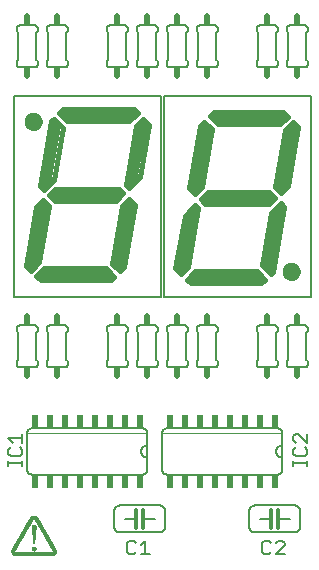
<source format=gto>
G75*
G70*
%OFA0B0*%
%FSLAX24Y24*%
%IPPOS*%
%LPD*%
%AMOC8*
5,1,8,0,0,1.08239X$1,22.5*
%
%ADD10C,0.0060*%
%ADD11C,0.0300*%
%ADD12C,0.0120*%
%ADD13C,0.0160*%
%ADD14C,0.0320*%
%ADD15C,0.0200*%
%ADD16R,0.0200X0.0100*%
%ADD17R,0.0200X0.0450*%
%ADD18C,0.0020*%
%ADD19C,0.0050*%
%ADD20R,0.0006X0.0006*%
%ADD21R,0.0006X0.0006*%
%ADD22R,0.0006X0.0006*%
%ADD23R,0.0006X0.0006*%
D10*
X001331Y006365D02*
X005031Y006365D01*
X005054Y006367D01*
X005077Y006372D01*
X005099Y006381D01*
X005119Y006394D01*
X005137Y006409D01*
X005152Y006427D01*
X005165Y006447D01*
X005174Y006469D01*
X005179Y006492D01*
X005181Y006515D01*
X005181Y006935D01*
X005181Y007335D01*
X005181Y007755D01*
X005179Y007778D01*
X005174Y007801D01*
X005165Y007823D01*
X005152Y007843D01*
X005137Y007861D01*
X005119Y007876D01*
X005099Y007889D01*
X005077Y007898D01*
X005054Y007903D01*
X005031Y007905D01*
X001331Y007905D01*
X001308Y007903D01*
X001285Y007898D01*
X001263Y007889D01*
X001243Y007876D01*
X001225Y007861D01*
X001210Y007843D01*
X001197Y007823D01*
X001188Y007801D01*
X001183Y007778D01*
X001181Y007755D01*
X001181Y006515D01*
X001183Y006492D01*
X001188Y006469D01*
X001197Y006447D01*
X001210Y006427D01*
X001225Y006409D01*
X001243Y006394D01*
X001263Y006381D01*
X001285Y006372D01*
X001308Y006367D01*
X001331Y006365D01*
X001431Y009935D02*
X000931Y009935D01*
X000914Y009937D01*
X000897Y009941D01*
X000881Y009948D01*
X000867Y009958D01*
X000854Y009971D01*
X000844Y009985D01*
X000837Y010001D01*
X000833Y010018D01*
X000831Y010035D01*
X000831Y010135D01*
X000881Y010185D01*
X000881Y011085D01*
X000831Y011135D01*
X000831Y011235D01*
X000833Y011252D01*
X000837Y011269D01*
X000844Y011285D01*
X000854Y011299D01*
X000867Y011312D01*
X000881Y011322D01*
X000897Y011329D01*
X000914Y011333D01*
X000931Y011335D01*
X001431Y011335D01*
X001448Y011333D01*
X001465Y011329D01*
X001481Y011322D01*
X001495Y011312D01*
X001508Y011299D01*
X001518Y011285D01*
X001525Y011269D01*
X001529Y011252D01*
X001531Y011235D01*
X001531Y011135D01*
X001481Y011085D01*
X001481Y010185D01*
X001531Y010135D01*
X001531Y010035D01*
X001529Y010018D01*
X001525Y010001D01*
X001518Y009985D01*
X001508Y009971D01*
X001495Y009958D01*
X001481Y009948D01*
X001465Y009941D01*
X001448Y009937D01*
X001431Y009935D01*
X001831Y010035D02*
X001831Y010135D01*
X001881Y010185D01*
X001881Y011085D01*
X001831Y011135D01*
X001831Y011235D01*
X001833Y011252D01*
X001837Y011269D01*
X001844Y011285D01*
X001854Y011299D01*
X001867Y011312D01*
X001881Y011322D01*
X001897Y011329D01*
X001914Y011333D01*
X001931Y011335D01*
X002431Y011335D01*
X002448Y011333D01*
X002465Y011329D01*
X002481Y011322D01*
X002495Y011312D01*
X002508Y011299D01*
X002518Y011285D01*
X002525Y011269D01*
X002529Y011252D01*
X002531Y011235D01*
X002531Y011135D01*
X002481Y011085D01*
X002481Y010185D01*
X002531Y010135D01*
X002531Y010035D01*
X002529Y010018D01*
X002525Y010001D01*
X002518Y009985D01*
X002508Y009971D01*
X002495Y009958D01*
X002481Y009948D01*
X002465Y009941D01*
X002448Y009937D01*
X002431Y009935D01*
X001931Y009935D01*
X001914Y009937D01*
X001897Y009941D01*
X001881Y009948D01*
X001867Y009958D01*
X001854Y009971D01*
X001844Y009985D01*
X001837Y010001D01*
X001833Y010018D01*
X001831Y010035D01*
X000731Y012285D02*
X005631Y012285D01*
X005631Y018985D01*
X000731Y018985D01*
X000731Y012285D01*
X003831Y011235D02*
X003831Y011135D01*
X003881Y011085D01*
X003881Y010185D01*
X003831Y010135D01*
X003831Y010035D01*
X003833Y010018D01*
X003837Y010001D01*
X003844Y009985D01*
X003854Y009971D01*
X003867Y009958D01*
X003881Y009948D01*
X003897Y009941D01*
X003914Y009937D01*
X003931Y009935D01*
X004431Y009935D01*
X004448Y009937D01*
X004465Y009941D01*
X004481Y009948D01*
X004495Y009958D01*
X004508Y009971D01*
X004518Y009985D01*
X004525Y010001D01*
X004529Y010018D01*
X004531Y010035D01*
X004531Y010135D01*
X004481Y010185D01*
X004481Y011085D01*
X004531Y011135D01*
X004531Y011235D01*
X004529Y011252D01*
X004525Y011269D01*
X004518Y011285D01*
X004508Y011299D01*
X004495Y011312D01*
X004481Y011322D01*
X004465Y011329D01*
X004448Y011333D01*
X004431Y011335D01*
X003931Y011335D01*
X003914Y011333D01*
X003897Y011329D01*
X003881Y011322D01*
X003867Y011312D01*
X003854Y011299D01*
X003844Y011285D01*
X003837Y011269D01*
X003833Y011252D01*
X003831Y011235D01*
X004831Y011235D02*
X004831Y011135D01*
X004881Y011085D01*
X004881Y010185D01*
X004831Y010135D01*
X004831Y010035D01*
X004833Y010018D01*
X004837Y010001D01*
X004844Y009985D01*
X004854Y009971D01*
X004867Y009958D01*
X004881Y009948D01*
X004897Y009941D01*
X004914Y009937D01*
X004931Y009935D01*
X005431Y009935D01*
X005448Y009937D01*
X005465Y009941D01*
X005481Y009948D01*
X005495Y009958D01*
X005508Y009971D01*
X005518Y009985D01*
X005525Y010001D01*
X005529Y010018D01*
X005531Y010035D01*
X005531Y010135D01*
X005481Y010185D01*
X005481Y011085D01*
X005531Y011135D01*
X005531Y011235D01*
X005529Y011252D01*
X005525Y011269D01*
X005518Y011285D01*
X005508Y011299D01*
X005495Y011312D01*
X005481Y011322D01*
X005465Y011329D01*
X005448Y011333D01*
X005431Y011335D01*
X004931Y011335D01*
X004914Y011333D01*
X004897Y011329D01*
X004881Y011322D01*
X004867Y011312D01*
X004854Y011299D01*
X004844Y011285D01*
X004837Y011269D01*
X004833Y011252D01*
X004831Y011235D01*
X005731Y012285D02*
X010631Y012285D01*
X010631Y018985D01*
X005731Y018985D01*
X005731Y012285D01*
X005931Y011335D02*
X006431Y011335D01*
X006448Y011333D01*
X006465Y011329D01*
X006481Y011322D01*
X006495Y011312D01*
X006508Y011299D01*
X006518Y011285D01*
X006525Y011269D01*
X006529Y011252D01*
X006531Y011235D01*
X006531Y011135D01*
X006481Y011085D01*
X006481Y010185D01*
X006531Y010135D01*
X006531Y010035D01*
X006529Y010018D01*
X006525Y010001D01*
X006518Y009985D01*
X006508Y009971D01*
X006495Y009958D01*
X006481Y009948D01*
X006465Y009941D01*
X006448Y009937D01*
X006431Y009935D01*
X005931Y009935D01*
X005914Y009937D01*
X005897Y009941D01*
X005881Y009948D01*
X005867Y009958D01*
X005854Y009971D01*
X005844Y009985D01*
X005837Y010001D01*
X005833Y010018D01*
X005831Y010035D01*
X005831Y010135D01*
X005881Y010185D01*
X005881Y011085D01*
X005831Y011135D01*
X005831Y011235D01*
X005833Y011252D01*
X005837Y011269D01*
X005844Y011285D01*
X005854Y011299D01*
X005867Y011312D01*
X005881Y011322D01*
X005897Y011329D01*
X005914Y011333D01*
X005931Y011335D01*
X006831Y011235D02*
X006831Y011135D01*
X006881Y011085D01*
X006881Y010185D01*
X006831Y010135D01*
X006831Y010035D01*
X006833Y010018D01*
X006837Y010001D01*
X006844Y009985D01*
X006854Y009971D01*
X006867Y009958D01*
X006881Y009948D01*
X006897Y009941D01*
X006914Y009937D01*
X006931Y009935D01*
X007431Y009935D01*
X007448Y009937D01*
X007465Y009941D01*
X007481Y009948D01*
X007495Y009958D01*
X007508Y009971D01*
X007518Y009985D01*
X007525Y010001D01*
X007529Y010018D01*
X007531Y010035D01*
X007531Y010135D01*
X007481Y010185D01*
X007481Y011085D01*
X007531Y011135D01*
X007531Y011235D01*
X007529Y011252D01*
X007525Y011269D01*
X007518Y011285D01*
X007508Y011299D01*
X007495Y011312D01*
X007481Y011322D01*
X007465Y011329D01*
X007448Y011333D01*
X007431Y011335D01*
X006931Y011335D01*
X006914Y011333D01*
X006897Y011329D01*
X006881Y011322D01*
X006867Y011312D01*
X006854Y011299D01*
X006844Y011285D01*
X006837Y011269D01*
X006833Y011252D01*
X006831Y011235D01*
X005831Y007905D02*
X009531Y007905D01*
X009554Y007903D01*
X009577Y007898D01*
X009599Y007889D01*
X009619Y007876D01*
X009637Y007861D01*
X009652Y007843D01*
X009665Y007823D01*
X009674Y007801D01*
X009679Y007778D01*
X009681Y007755D01*
X009681Y007335D01*
X009681Y006935D01*
X009681Y006515D01*
X009679Y006492D01*
X009674Y006469D01*
X009665Y006447D01*
X009652Y006427D01*
X009637Y006409D01*
X009619Y006394D01*
X009599Y006381D01*
X009577Y006372D01*
X009554Y006367D01*
X009531Y006365D01*
X005831Y006365D01*
X005808Y006367D01*
X005785Y006372D01*
X005763Y006381D01*
X005743Y006394D01*
X005725Y006409D01*
X005710Y006427D01*
X005697Y006447D01*
X005688Y006469D01*
X005683Y006492D01*
X005681Y006515D01*
X005681Y007755D01*
X005683Y007778D01*
X005688Y007801D01*
X005697Y007823D01*
X005710Y007843D01*
X005725Y007861D01*
X005743Y007876D01*
X005763Y007889D01*
X005785Y007898D01*
X005808Y007903D01*
X005831Y007905D01*
X005181Y007335D02*
X005154Y007333D01*
X005127Y007328D01*
X005101Y007318D01*
X005077Y007306D01*
X005055Y007290D01*
X005035Y007272D01*
X005018Y007250D01*
X005003Y007227D01*
X004993Y007202D01*
X004985Y007176D01*
X004981Y007149D01*
X004981Y007121D01*
X004985Y007094D01*
X004993Y007068D01*
X005003Y007043D01*
X005018Y007020D01*
X005035Y006998D01*
X005055Y006980D01*
X005077Y006964D01*
X005101Y006952D01*
X005127Y006942D01*
X005154Y006937D01*
X005181Y006935D01*
X005581Y005335D02*
X004281Y005335D01*
X004255Y005333D01*
X004229Y005328D01*
X004204Y005320D01*
X004181Y005308D01*
X004159Y005294D01*
X004140Y005276D01*
X004122Y005257D01*
X004108Y005235D01*
X004096Y005212D01*
X004088Y005187D01*
X004083Y005161D01*
X004081Y005135D01*
X004081Y004635D01*
X004083Y004609D01*
X004088Y004583D01*
X004096Y004558D01*
X004108Y004535D01*
X004122Y004513D01*
X004140Y004494D01*
X004159Y004476D01*
X004181Y004462D01*
X004204Y004450D01*
X004229Y004442D01*
X004255Y004437D01*
X004281Y004435D01*
X005581Y004435D01*
X005607Y004437D01*
X005633Y004442D01*
X005658Y004450D01*
X005681Y004462D01*
X005703Y004476D01*
X005722Y004494D01*
X005740Y004513D01*
X005754Y004535D01*
X005766Y004558D01*
X005774Y004583D01*
X005779Y004609D01*
X005781Y004635D01*
X005781Y005135D01*
X005779Y005161D01*
X005774Y005187D01*
X005766Y005212D01*
X005754Y005235D01*
X005740Y005257D01*
X005722Y005276D01*
X005703Y005294D01*
X005681Y005308D01*
X005658Y005320D01*
X005633Y005328D01*
X005607Y005333D01*
X005581Y005335D01*
X005431Y004885D02*
X005051Y004885D01*
X004801Y004885D02*
X004431Y004885D01*
X008581Y005135D02*
X008581Y004635D01*
X008583Y004609D01*
X008588Y004583D01*
X008596Y004558D01*
X008608Y004535D01*
X008622Y004513D01*
X008640Y004494D01*
X008659Y004476D01*
X008681Y004462D01*
X008704Y004450D01*
X008729Y004442D01*
X008755Y004437D01*
X008781Y004435D01*
X010081Y004435D01*
X010107Y004437D01*
X010133Y004442D01*
X010158Y004450D01*
X010181Y004462D01*
X010203Y004476D01*
X010222Y004494D01*
X010240Y004513D01*
X010254Y004535D01*
X010266Y004558D01*
X010274Y004583D01*
X010279Y004609D01*
X010281Y004635D01*
X010281Y005135D01*
X010279Y005161D01*
X010274Y005187D01*
X010266Y005212D01*
X010254Y005235D01*
X010240Y005257D01*
X010222Y005276D01*
X010203Y005294D01*
X010181Y005308D01*
X010158Y005320D01*
X010133Y005328D01*
X010107Y005333D01*
X010081Y005335D01*
X008781Y005335D01*
X008755Y005333D01*
X008729Y005328D01*
X008704Y005320D01*
X008681Y005308D01*
X008659Y005294D01*
X008640Y005276D01*
X008622Y005257D01*
X008608Y005235D01*
X008596Y005212D01*
X008588Y005187D01*
X008583Y005161D01*
X008581Y005135D01*
X008931Y004885D02*
X009301Y004885D01*
X009551Y004885D02*
X009931Y004885D01*
X009681Y006935D02*
X009654Y006937D01*
X009627Y006942D01*
X009601Y006952D01*
X009577Y006964D01*
X009555Y006980D01*
X009535Y006998D01*
X009518Y007020D01*
X009503Y007043D01*
X009493Y007068D01*
X009485Y007094D01*
X009481Y007121D01*
X009481Y007149D01*
X009485Y007176D01*
X009493Y007202D01*
X009503Y007227D01*
X009518Y007250D01*
X009535Y007272D01*
X009555Y007290D01*
X009577Y007306D01*
X009601Y007318D01*
X009627Y007328D01*
X009654Y007333D01*
X009681Y007335D01*
X009431Y009935D02*
X008931Y009935D01*
X008914Y009937D01*
X008897Y009941D01*
X008881Y009948D01*
X008867Y009958D01*
X008854Y009971D01*
X008844Y009985D01*
X008837Y010001D01*
X008833Y010018D01*
X008831Y010035D01*
X008831Y010135D01*
X008881Y010185D01*
X008881Y011085D01*
X008831Y011135D01*
X008831Y011235D01*
X008833Y011252D01*
X008837Y011269D01*
X008844Y011285D01*
X008854Y011299D01*
X008867Y011312D01*
X008881Y011322D01*
X008897Y011329D01*
X008914Y011333D01*
X008931Y011335D01*
X009431Y011335D01*
X009448Y011333D01*
X009465Y011329D01*
X009481Y011322D01*
X009495Y011312D01*
X009508Y011299D01*
X009518Y011285D01*
X009525Y011269D01*
X009529Y011252D01*
X009531Y011235D01*
X009531Y011135D01*
X009481Y011085D01*
X009481Y010185D01*
X009531Y010135D01*
X009531Y010035D01*
X009529Y010018D01*
X009525Y010001D01*
X009518Y009985D01*
X009508Y009971D01*
X009495Y009958D01*
X009481Y009948D01*
X009465Y009941D01*
X009448Y009937D01*
X009431Y009935D01*
X009831Y010035D02*
X009831Y010135D01*
X009881Y010185D01*
X009881Y011085D01*
X009831Y011135D01*
X009831Y011235D01*
X009833Y011252D01*
X009837Y011269D01*
X009844Y011285D01*
X009854Y011299D01*
X009867Y011312D01*
X009881Y011322D01*
X009897Y011329D01*
X009914Y011333D01*
X009931Y011335D01*
X010431Y011335D01*
X010448Y011333D01*
X010465Y011329D01*
X010481Y011322D01*
X010495Y011312D01*
X010508Y011299D01*
X010518Y011285D01*
X010525Y011269D01*
X010529Y011252D01*
X010531Y011235D01*
X010531Y011135D01*
X010481Y011085D01*
X010481Y010185D01*
X010531Y010135D01*
X010531Y010035D01*
X010529Y010018D01*
X010525Y010001D01*
X010518Y009985D01*
X010508Y009971D01*
X010495Y009958D01*
X010481Y009948D01*
X010465Y009941D01*
X010448Y009937D01*
X010431Y009935D01*
X009931Y009935D01*
X009914Y009937D01*
X009897Y009941D01*
X009881Y009948D01*
X009867Y009958D01*
X009854Y009971D01*
X009844Y009985D01*
X009837Y010001D01*
X009833Y010018D01*
X009831Y010035D01*
X009931Y019935D02*
X010431Y019935D01*
X010448Y019937D01*
X010465Y019941D01*
X010481Y019948D01*
X010495Y019958D01*
X010508Y019971D01*
X010518Y019985D01*
X010525Y020001D01*
X010529Y020018D01*
X010531Y020035D01*
X010531Y020135D01*
X010481Y020185D01*
X010481Y021085D01*
X010531Y021135D01*
X010531Y021235D01*
X010529Y021252D01*
X010525Y021269D01*
X010518Y021285D01*
X010508Y021299D01*
X010495Y021312D01*
X010481Y021322D01*
X010465Y021329D01*
X010448Y021333D01*
X010431Y021335D01*
X009931Y021335D01*
X009914Y021333D01*
X009897Y021329D01*
X009881Y021322D01*
X009867Y021312D01*
X009854Y021299D01*
X009844Y021285D01*
X009837Y021269D01*
X009833Y021252D01*
X009831Y021235D01*
X009831Y021135D01*
X009881Y021085D01*
X009881Y020185D01*
X009831Y020135D01*
X009831Y020035D01*
X009833Y020018D01*
X009837Y020001D01*
X009844Y019985D01*
X009854Y019971D01*
X009867Y019958D01*
X009881Y019948D01*
X009897Y019941D01*
X009914Y019937D01*
X009931Y019935D01*
X009531Y020035D02*
X009531Y020135D01*
X009481Y020185D01*
X009481Y021085D01*
X009531Y021135D01*
X009531Y021235D01*
X009529Y021252D01*
X009525Y021269D01*
X009518Y021285D01*
X009508Y021299D01*
X009495Y021312D01*
X009481Y021322D01*
X009465Y021329D01*
X009448Y021333D01*
X009431Y021335D01*
X008931Y021335D01*
X008914Y021333D01*
X008897Y021329D01*
X008881Y021322D01*
X008867Y021312D01*
X008854Y021299D01*
X008844Y021285D01*
X008837Y021269D01*
X008833Y021252D01*
X008831Y021235D01*
X008831Y021135D01*
X008881Y021085D01*
X008881Y020185D01*
X008831Y020135D01*
X008831Y020035D01*
X008833Y020018D01*
X008837Y020001D01*
X008844Y019985D01*
X008854Y019971D01*
X008867Y019958D01*
X008881Y019948D01*
X008897Y019941D01*
X008914Y019937D01*
X008931Y019935D01*
X009431Y019935D01*
X009448Y019937D01*
X009465Y019941D01*
X009481Y019948D01*
X009495Y019958D01*
X009508Y019971D01*
X009518Y019985D01*
X009525Y020001D01*
X009529Y020018D01*
X009531Y020035D01*
X007531Y020035D02*
X007531Y020135D01*
X007481Y020185D01*
X007481Y021085D01*
X007531Y021135D01*
X007531Y021235D01*
X007529Y021252D01*
X007525Y021269D01*
X007518Y021285D01*
X007508Y021299D01*
X007495Y021312D01*
X007481Y021322D01*
X007465Y021329D01*
X007448Y021333D01*
X007431Y021335D01*
X006931Y021335D01*
X006914Y021333D01*
X006897Y021329D01*
X006881Y021322D01*
X006867Y021312D01*
X006854Y021299D01*
X006844Y021285D01*
X006837Y021269D01*
X006833Y021252D01*
X006831Y021235D01*
X006831Y021135D01*
X006881Y021085D01*
X006881Y020185D01*
X006831Y020135D01*
X006831Y020035D01*
X006833Y020018D01*
X006837Y020001D01*
X006844Y019985D01*
X006854Y019971D01*
X006867Y019958D01*
X006881Y019948D01*
X006897Y019941D01*
X006914Y019937D01*
X006931Y019935D01*
X007431Y019935D01*
X007448Y019937D01*
X007465Y019941D01*
X007481Y019948D01*
X007495Y019958D01*
X007508Y019971D01*
X007518Y019985D01*
X007525Y020001D01*
X007529Y020018D01*
X007531Y020035D01*
X006531Y020035D02*
X006531Y020135D01*
X006481Y020185D01*
X006481Y021085D01*
X006531Y021135D01*
X006531Y021235D01*
X006529Y021252D01*
X006525Y021269D01*
X006518Y021285D01*
X006508Y021299D01*
X006495Y021312D01*
X006481Y021322D01*
X006465Y021329D01*
X006448Y021333D01*
X006431Y021335D01*
X005931Y021335D01*
X005914Y021333D01*
X005897Y021329D01*
X005881Y021322D01*
X005867Y021312D01*
X005854Y021299D01*
X005844Y021285D01*
X005837Y021269D01*
X005833Y021252D01*
X005831Y021235D01*
X005831Y021135D01*
X005881Y021085D01*
X005881Y020185D01*
X005831Y020135D01*
X005831Y020035D01*
X005833Y020018D01*
X005837Y020001D01*
X005844Y019985D01*
X005854Y019971D01*
X005867Y019958D01*
X005881Y019948D01*
X005897Y019941D01*
X005914Y019937D01*
X005931Y019935D01*
X006431Y019935D01*
X006448Y019937D01*
X006465Y019941D01*
X006481Y019948D01*
X006495Y019958D01*
X006508Y019971D01*
X006518Y019985D01*
X006525Y020001D01*
X006529Y020018D01*
X006531Y020035D01*
X005531Y020035D02*
X005531Y020135D01*
X005481Y020185D01*
X005481Y021085D01*
X005531Y021135D01*
X005531Y021235D01*
X005529Y021252D01*
X005525Y021269D01*
X005518Y021285D01*
X005508Y021299D01*
X005495Y021312D01*
X005481Y021322D01*
X005465Y021329D01*
X005448Y021333D01*
X005431Y021335D01*
X004931Y021335D01*
X004914Y021333D01*
X004897Y021329D01*
X004881Y021322D01*
X004867Y021312D01*
X004854Y021299D01*
X004844Y021285D01*
X004837Y021269D01*
X004833Y021252D01*
X004831Y021235D01*
X004831Y021135D01*
X004881Y021085D01*
X004881Y020185D01*
X004831Y020135D01*
X004831Y020035D01*
X004833Y020018D01*
X004837Y020001D01*
X004844Y019985D01*
X004854Y019971D01*
X004867Y019958D01*
X004881Y019948D01*
X004897Y019941D01*
X004914Y019937D01*
X004931Y019935D01*
X005431Y019935D01*
X005448Y019937D01*
X005465Y019941D01*
X005481Y019948D01*
X005495Y019958D01*
X005508Y019971D01*
X005518Y019985D01*
X005525Y020001D01*
X005529Y020018D01*
X005531Y020035D01*
X004531Y020035D02*
X004531Y020135D01*
X004481Y020185D01*
X004481Y021085D01*
X004531Y021135D01*
X004531Y021235D01*
X004529Y021252D01*
X004525Y021269D01*
X004518Y021285D01*
X004508Y021299D01*
X004495Y021312D01*
X004481Y021322D01*
X004465Y021329D01*
X004448Y021333D01*
X004431Y021335D01*
X003931Y021335D01*
X003914Y021333D01*
X003897Y021329D01*
X003881Y021322D01*
X003867Y021312D01*
X003854Y021299D01*
X003844Y021285D01*
X003837Y021269D01*
X003833Y021252D01*
X003831Y021235D01*
X003831Y021135D01*
X003881Y021085D01*
X003881Y020185D01*
X003831Y020135D01*
X003831Y020035D01*
X003833Y020018D01*
X003837Y020001D01*
X003844Y019985D01*
X003854Y019971D01*
X003867Y019958D01*
X003881Y019948D01*
X003897Y019941D01*
X003914Y019937D01*
X003931Y019935D01*
X004431Y019935D01*
X004448Y019937D01*
X004465Y019941D01*
X004481Y019948D01*
X004495Y019958D01*
X004508Y019971D01*
X004518Y019985D01*
X004525Y020001D01*
X004529Y020018D01*
X004531Y020035D01*
X002531Y020035D02*
X002531Y020135D01*
X002481Y020185D01*
X002481Y021085D01*
X002531Y021135D01*
X002531Y021235D01*
X002529Y021252D01*
X002525Y021269D01*
X002518Y021285D01*
X002508Y021299D01*
X002495Y021312D01*
X002481Y021322D01*
X002465Y021329D01*
X002448Y021333D01*
X002431Y021335D01*
X001931Y021335D01*
X001914Y021333D01*
X001897Y021329D01*
X001881Y021322D01*
X001867Y021312D01*
X001854Y021299D01*
X001844Y021285D01*
X001837Y021269D01*
X001833Y021252D01*
X001831Y021235D01*
X001831Y021135D01*
X001881Y021085D01*
X001881Y020185D01*
X001831Y020135D01*
X001831Y020035D01*
X001833Y020018D01*
X001837Y020001D01*
X001844Y019985D01*
X001854Y019971D01*
X001867Y019958D01*
X001881Y019948D01*
X001897Y019941D01*
X001914Y019937D01*
X001931Y019935D01*
X002431Y019935D01*
X002448Y019937D01*
X002465Y019941D01*
X002481Y019948D01*
X002495Y019958D01*
X002508Y019971D01*
X002518Y019985D01*
X002525Y020001D01*
X002529Y020018D01*
X002531Y020035D01*
X001531Y020035D02*
X001531Y020135D01*
X001481Y020185D01*
X001481Y021085D01*
X001531Y021135D01*
X001531Y021235D01*
X001529Y021252D01*
X001525Y021269D01*
X001518Y021285D01*
X001508Y021299D01*
X001495Y021312D01*
X001481Y021322D01*
X001465Y021329D01*
X001448Y021333D01*
X001431Y021335D01*
X000931Y021335D01*
X000914Y021333D01*
X000897Y021329D01*
X000881Y021322D01*
X000867Y021312D01*
X000854Y021299D01*
X000844Y021285D01*
X000837Y021269D01*
X000833Y021252D01*
X000831Y021235D01*
X000831Y021135D01*
X000881Y021085D01*
X000881Y020185D01*
X000831Y020135D01*
X000831Y020035D01*
X000833Y020018D01*
X000837Y020001D01*
X000844Y019985D01*
X000854Y019971D01*
X000867Y019958D01*
X000881Y019948D01*
X000897Y019941D01*
X000914Y019937D01*
X000931Y019935D01*
X001431Y019935D01*
X001448Y019937D01*
X001465Y019941D01*
X001481Y019948D01*
X001495Y019958D01*
X001508Y019971D01*
X001518Y019985D01*
X001525Y020001D01*
X001529Y020018D01*
X001531Y020035D01*
D11*
X001231Y018135D02*
X001233Y018159D01*
X001239Y018183D01*
X001248Y018205D01*
X001261Y018225D01*
X001277Y018243D01*
X001296Y018258D01*
X001317Y018271D01*
X001339Y018279D01*
X001363Y018284D01*
X001387Y018285D01*
X001411Y018282D01*
X001434Y018275D01*
X001456Y018265D01*
X001476Y018251D01*
X001493Y018234D01*
X001508Y018215D01*
X001519Y018194D01*
X001527Y018171D01*
X001531Y018147D01*
X001531Y018123D01*
X001527Y018099D01*
X001519Y018076D01*
X001508Y018055D01*
X001493Y018036D01*
X001476Y018019D01*
X001456Y018005D01*
X001434Y017995D01*
X001411Y017988D01*
X001387Y017985D01*
X001363Y017986D01*
X001339Y017991D01*
X001317Y017999D01*
X001296Y018012D01*
X001277Y018027D01*
X001261Y018045D01*
X001248Y018065D01*
X001239Y018087D01*
X001233Y018111D01*
X001231Y018135D01*
X009831Y013135D02*
X009833Y013159D01*
X009839Y013183D01*
X009848Y013205D01*
X009861Y013225D01*
X009877Y013243D01*
X009896Y013258D01*
X009917Y013271D01*
X009939Y013279D01*
X009963Y013284D01*
X009987Y013285D01*
X010011Y013282D01*
X010034Y013275D01*
X010056Y013265D01*
X010076Y013251D01*
X010093Y013234D01*
X010108Y013215D01*
X010119Y013194D01*
X010127Y013171D01*
X010131Y013147D01*
X010131Y013123D01*
X010127Y013099D01*
X010119Y013076D01*
X010108Y013055D01*
X010093Y013036D01*
X010076Y013019D01*
X010056Y013005D01*
X010034Y012995D01*
X010011Y012988D01*
X009987Y012985D01*
X009963Y012986D01*
X009939Y012991D01*
X009917Y012999D01*
X009896Y013012D01*
X009877Y013027D01*
X009861Y013045D01*
X009848Y013065D01*
X009839Y013087D01*
X009833Y013111D01*
X009831Y013135D01*
D12*
X009941Y013135D02*
X010011Y013135D01*
X009551Y005185D02*
X009551Y004585D01*
X009301Y004585D02*
X009301Y005185D01*
X005051Y005185D02*
X005051Y004585D01*
X004801Y004585D02*
X004801Y005185D01*
X001421Y018135D02*
X001351Y018135D01*
D13*
X001981Y018145D02*
X001621Y015975D01*
X001731Y015865D01*
X002061Y016195D01*
X002361Y017925D01*
X002061Y018225D01*
X001981Y018145D01*
X002251Y018405D02*
X002381Y018535D01*
X004731Y018535D01*
X004861Y018405D01*
X004591Y018135D01*
X002521Y018135D01*
X002251Y018405D01*
X002121Y015885D02*
X004241Y015885D01*
X004391Y015735D01*
X004141Y015485D01*
X002121Y015485D01*
X001921Y015685D01*
X002121Y015885D01*
X001721Y015515D02*
X001911Y015325D01*
X001581Y013435D01*
X001311Y013165D01*
X001151Y013325D01*
X001481Y015275D01*
X001721Y015515D01*
X001741Y013235D02*
X003821Y013235D01*
X004091Y012965D01*
X003961Y012835D01*
X001641Y012835D01*
X001491Y012985D01*
X001741Y013235D01*
X004021Y013395D02*
X004351Y015315D01*
X004581Y015545D01*
X004771Y015355D01*
X004411Y013285D01*
X004271Y013145D01*
X004021Y013395D01*
X004581Y015925D02*
X004481Y016025D01*
X004821Y017985D01*
X005051Y018215D01*
X005241Y018025D01*
X004931Y016275D01*
X004581Y015925D01*
X006431Y014995D02*
X006121Y013245D01*
X006311Y013055D01*
X006541Y013285D01*
X006881Y015245D01*
X006781Y015345D01*
X006431Y014995D01*
X006781Y015725D02*
X006591Y015915D01*
X006951Y017985D01*
X007091Y018125D01*
X007341Y017875D01*
X007011Y015955D01*
X006781Y015725D01*
X006971Y015535D02*
X007121Y015385D01*
X009241Y015385D01*
X009441Y015585D01*
X009241Y015785D01*
X007221Y015785D01*
X006971Y015535D01*
X006771Y013135D02*
X008841Y013135D01*
X009111Y012865D01*
X008981Y012735D01*
X006631Y012735D01*
X006501Y012865D01*
X006771Y013135D01*
X009001Y013345D02*
X009301Y013045D01*
X009381Y013125D01*
X009741Y015295D01*
X009631Y015405D01*
X009301Y015075D01*
X009001Y013345D01*
X009641Y015755D02*
X009881Y015995D01*
X010211Y017945D01*
X010051Y018105D01*
X009781Y017835D01*
X009451Y015945D01*
X009641Y015755D01*
X009621Y018035D02*
X007541Y018035D01*
X007271Y018305D01*
X007401Y018435D01*
X009721Y018435D01*
X009871Y018285D01*
X009621Y018035D01*
D14*
X009681Y018235D02*
X007491Y018235D01*
X007131Y017885D02*
X006791Y015965D01*
X007191Y015585D02*
X009231Y015585D01*
X009551Y015175D02*
X009221Y013275D01*
X008881Y012935D02*
X006731Y012935D01*
X006351Y013295D02*
X006691Y015125D01*
X004671Y016145D02*
X005011Y017975D01*
X004631Y018335D02*
X002481Y018335D01*
X002141Y017995D02*
X001811Y016095D01*
X002131Y015685D02*
X004171Y015685D01*
X004571Y015305D02*
X004231Y013385D01*
X003871Y013035D02*
X001681Y013035D01*
X001381Y013365D02*
X001701Y015275D01*
X009661Y015995D02*
X009981Y017905D01*
D15*
X010181Y019635D02*
X010181Y019835D01*
X010181Y021435D02*
X010181Y021635D01*
X009181Y021635D02*
X009181Y021435D01*
X009181Y019835D02*
X009181Y019635D01*
X007181Y019635D02*
X007181Y019835D01*
X007181Y021435D02*
X007181Y021635D01*
X006181Y021635D02*
X006181Y021435D01*
X006181Y019835D02*
X006181Y019635D01*
X005181Y019635D02*
X005181Y019835D01*
X005181Y021435D02*
X005181Y021635D01*
X004181Y021635D02*
X004181Y021435D01*
X004181Y019835D02*
X004181Y019635D01*
X002181Y019635D02*
X002181Y019835D01*
X002181Y021435D02*
X002181Y021635D01*
X001181Y021635D02*
X001181Y021435D01*
X001181Y019835D02*
X001181Y019635D01*
X001181Y011635D02*
X001181Y011435D01*
X001181Y009835D02*
X001181Y009635D01*
X002181Y009635D02*
X002181Y009835D01*
X002181Y011435D02*
X002181Y011635D01*
X004181Y011635D02*
X004181Y011435D01*
X004181Y009835D02*
X004181Y009635D01*
X005181Y009635D02*
X005181Y009835D01*
X005181Y011435D02*
X005181Y011635D01*
X006181Y011635D02*
X006181Y011435D01*
X006181Y009835D02*
X006181Y009635D01*
X007181Y009635D02*
X007181Y009835D01*
X007181Y011435D02*
X007181Y011635D01*
X009181Y011635D02*
X009181Y011435D01*
X009181Y009835D02*
X009181Y009635D01*
X010181Y009635D02*
X010181Y009835D01*
X010181Y011435D02*
X010181Y011635D01*
D16*
X010181Y011385D03*
X010181Y009885D03*
X009181Y009885D03*
X009181Y011385D03*
X007181Y011385D03*
X007181Y009885D03*
X006181Y009885D03*
X006181Y011385D03*
X005181Y011385D03*
X005181Y009885D03*
X004181Y009885D03*
X004181Y011385D03*
X002181Y011385D03*
X002181Y009885D03*
X001181Y009885D03*
X001181Y011385D03*
X001181Y019885D03*
X001181Y021385D03*
X002181Y021385D03*
X002181Y019885D03*
X004181Y019885D03*
X004181Y021385D03*
X005181Y021385D03*
X005181Y019885D03*
X006181Y019885D03*
X006181Y021385D03*
X007181Y021385D03*
X007181Y019885D03*
X009181Y019885D03*
X009181Y021385D03*
X010181Y021385D03*
X010181Y019885D03*
D17*
X009431Y008130D03*
X008931Y008130D03*
X008431Y008120D03*
X007931Y008130D03*
X007431Y008130D03*
X006931Y008130D03*
X006431Y008130D03*
X005931Y008130D03*
X004931Y008130D03*
X004431Y008130D03*
X003931Y008120D03*
X003431Y008130D03*
X002931Y008130D03*
X002431Y008130D03*
X001931Y008130D03*
X001431Y008130D03*
X001431Y006140D03*
X001931Y006140D03*
X002431Y006140D03*
X002931Y006140D03*
X003431Y006140D03*
X003931Y006140D03*
X004431Y006140D03*
X004931Y006140D03*
X005931Y006140D03*
X006431Y006140D03*
X006931Y006140D03*
X007431Y006140D03*
X007931Y006140D03*
X008431Y006140D03*
X008931Y006140D03*
X009431Y006140D03*
D18*
X009681Y007765D02*
X005681Y007765D01*
X005181Y007765D02*
X001181Y007765D01*
D19*
X001006Y007727D02*
X001006Y007427D01*
X001006Y007577D02*
X000556Y007577D01*
X000706Y007427D01*
X000631Y007267D02*
X000556Y007192D01*
X000556Y007042D01*
X000631Y006967D01*
X000931Y006967D01*
X001006Y007042D01*
X001006Y007192D01*
X000931Y007267D01*
X001006Y006810D02*
X001006Y006660D01*
X001006Y006735D02*
X000556Y006735D01*
X000556Y006660D02*
X000556Y006810D01*
X004506Y004085D02*
X004506Y003785D01*
X004581Y003710D01*
X004732Y003710D01*
X004807Y003785D01*
X004967Y003710D02*
X005267Y003710D01*
X005117Y003710D02*
X005117Y004160D01*
X004967Y004010D01*
X004807Y004085D02*
X004732Y004160D01*
X004581Y004160D01*
X004506Y004085D01*
X009006Y004085D02*
X009006Y003785D01*
X009081Y003710D01*
X009232Y003710D01*
X009307Y003785D01*
X009467Y003710D02*
X009767Y004010D01*
X009767Y004085D01*
X009692Y004160D01*
X009542Y004160D01*
X009467Y004085D01*
X009307Y004085D02*
X009232Y004160D01*
X009081Y004160D01*
X009006Y004085D01*
X009467Y003710D02*
X009767Y003710D01*
X010056Y006660D02*
X010056Y006810D01*
X010056Y006735D02*
X010506Y006735D01*
X010506Y006660D02*
X010506Y006810D01*
X010431Y006967D02*
X010506Y007042D01*
X010506Y007192D01*
X010431Y007267D01*
X010506Y007427D02*
X010206Y007727D01*
X010131Y007727D01*
X010056Y007652D01*
X010056Y007502D01*
X010131Y007427D01*
X010131Y007267D02*
X010056Y007192D01*
X010056Y007042D01*
X010131Y006967D01*
X010431Y006967D01*
X010506Y007427D02*
X010506Y007727D01*
D20*
X002160Y003842D03*
X002160Y003830D03*
X002160Y003818D03*
X002160Y003812D03*
X002160Y003800D03*
X002160Y003788D03*
X002160Y003782D03*
X002160Y003770D03*
X002160Y003758D03*
X002160Y003752D03*
X002160Y003740D03*
X002160Y003728D03*
X002160Y003722D03*
X002160Y003710D03*
X002142Y003710D03*
X002130Y003710D03*
X002130Y003722D03*
X002130Y003728D03*
X002130Y003740D03*
X002130Y003752D03*
X002130Y003758D03*
X002130Y003770D03*
X002130Y003782D03*
X002130Y003788D03*
X002130Y003800D03*
X002130Y003812D03*
X002130Y003818D03*
X002130Y003830D03*
X002130Y003842D03*
X002130Y003848D03*
X002130Y003860D03*
X002130Y003872D03*
X002130Y003878D03*
X002130Y003890D03*
X002142Y003878D03*
X002142Y003872D03*
X002142Y003860D03*
X002142Y003848D03*
X002142Y003842D03*
X002142Y003830D03*
X002142Y003818D03*
X002142Y003812D03*
X002142Y003800D03*
X002142Y003788D03*
X002142Y003782D03*
X002142Y003770D03*
X002142Y003758D03*
X002142Y003752D03*
X002142Y003740D03*
X002142Y003728D03*
X002142Y003722D03*
X002142Y003698D03*
X002142Y003692D03*
X002130Y003692D03*
X002130Y003698D03*
X002112Y003698D03*
X002112Y003692D03*
X002100Y003692D03*
X002100Y003698D03*
X002100Y003710D03*
X002100Y003722D03*
X002100Y003728D03*
X002100Y003740D03*
X002100Y003752D03*
X002100Y003758D03*
X002100Y003770D03*
X002100Y003782D03*
X002100Y003788D03*
X002100Y003800D03*
X002100Y003812D03*
X002100Y003818D03*
X002100Y003830D03*
X002100Y003842D03*
X002100Y003848D03*
X002100Y003860D03*
X002100Y003872D03*
X002100Y003878D03*
X002100Y003890D03*
X002100Y003902D03*
X002100Y003908D03*
X002100Y003920D03*
X002100Y003932D03*
X002100Y003938D03*
X002100Y003950D03*
X002082Y003950D03*
X002070Y003950D03*
X002070Y003962D03*
X002070Y003968D03*
X002070Y003980D03*
X002070Y003992D03*
X002070Y003998D03*
X002052Y003998D03*
X002052Y003992D03*
X002040Y003992D03*
X002040Y003998D03*
X002040Y004010D03*
X002040Y004022D03*
X002040Y004028D03*
X002040Y004040D03*
X002040Y004052D03*
X002040Y004058D03*
X002022Y004058D03*
X002022Y004052D03*
X002010Y004052D03*
X002010Y004058D03*
X002010Y004070D03*
X002010Y004082D03*
X002010Y004088D03*
X002010Y004100D03*
X002022Y004088D03*
X002022Y004082D03*
X002022Y004070D03*
X001992Y004070D03*
X001980Y004070D03*
X001980Y004082D03*
X001980Y004088D03*
X001980Y004100D03*
X001980Y004112D03*
X001980Y004118D03*
X001980Y004130D03*
X001980Y004142D03*
X001980Y004148D03*
X001980Y004160D03*
X001962Y004160D03*
X001950Y004160D03*
X001950Y004172D03*
X001950Y004178D03*
X001950Y004190D03*
X001950Y004202D03*
X001950Y004208D03*
X001932Y004208D03*
X001932Y004202D03*
X001920Y004202D03*
X001920Y004208D03*
X001920Y004220D03*
X001920Y004232D03*
X001920Y004238D03*
X001920Y004250D03*
X001920Y004262D03*
X001902Y004262D03*
X001902Y004268D03*
X001890Y004268D03*
X001890Y004262D03*
X001890Y004250D03*
X001890Y004238D03*
X001890Y004232D03*
X001890Y004220D03*
X001890Y004208D03*
X001890Y004202D03*
X001890Y004190D03*
X001890Y004178D03*
X001890Y004172D03*
X001890Y004160D03*
X001890Y004148D03*
X001890Y004142D03*
X001890Y004130D03*
X001890Y004118D03*
X001890Y004112D03*
X001902Y004112D03*
X001902Y004118D03*
X001902Y004130D03*
X001902Y004142D03*
X001902Y004148D03*
X001902Y004160D03*
X001902Y004172D03*
X001902Y004178D03*
X001902Y004190D03*
X001902Y004202D03*
X001902Y004208D03*
X001902Y004220D03*
X001902Y004232D03*
X001902Y004238D03*
X001902Y004250D03*
X001872Y004250D03*
X001860Y004250D03*
X001860Y004262D03*
X001860Y004268D03*
X001860Y004280D03*
X001860Y004292D03*
X001860Y004298D03*
X001860Y004310D03*
X001860Y004322D03*
X001860Y004328D03*
X001860Y004340D03*
X001860Y004352D03*
X001860Y004358D03*
X001842Y004358D03*
X001842Y004352D03*
X001830Y004352D03*
X001830Y004358D03*
X001830Y004370D03*
X001830Y004382D03*
X001830Y004388D03*
X001830Y004400D03*
X001830Y004412D03*
X001830Y004418D03*
X001812Y004418D03*
X001812Y004412D03*
X001800Y004412D03*
X001800Y004418D03*
X001800Y004430D03*
X001800Y004442D03*
X001800Y004448D03*
X001800Y004460D03*
X001800Y004472D03*
X001782Y004472D03*
X001782Y004478D03*
X001770Y004478D03*
X001770Y004472D03*
X001770Y004460D03*
X001770Y004448D03*
X001770Y004442D03*
X001770Y004430D03*
X001770Y004418D03*
X001770Y004412D03*
X001770Y004400D03*
X001770Y004388D03*
X001770Y004382D03*
X001770Y004370D03*
X001770Y004358D03*
X001770Y004352D03*
X001770Y004340D03*
X001770Y004328D03*
X001770Y004322D03*
X001782Y004322D03*
X001782Y004328D03*
X001782Y004340D03*
X001782Y004352D03*
X001782Y004358D03*
X001782Y004370D03*
X001782Y004382D03*
X001782Y004388D03*
X001782Y004400D03*
X001782Y004412D03*
X001782Y004418D03*
X001782Y004430D03*
X001782Y004442D03*
X001782Y004448D03*
X001782Y004460D03*
X001752Y004460D03*
X001740Y004460D03*
X001740Y004472D03*
X001740Y004478D03*
X001740Y004490D03*
X001740Y004502D03*
X001740Y004508D03*
X001740Y004520D03*
X001740Y004532D03*
X001740Y004538D03*
X001740Y004550D03*
X001740Y004562D03*
X001740Y004568D03*
X001722Y004568D03*
X001722Y004562D03*
X001710Y004562D03*
X001710Y004568D03*
X001710Y004580D03*
X001710Y004592D03*
X001710Y004598D03*
X001710Y004610D03*
X001710Y004622D03*
X001710Y004628D03*
X001692Y004628D03*
X001692Y004622D03*
X001680Y004622D03*
X001680Y004628D03*
X001680Y004640D03*
X001680Y004652D03*
X001680Y004658D03*
X001680Y004670D03*
X001680Y004682D03*
X001662Y004682D03*
X001662Y004688D03*
X001650Y004688D03*
X001650Y004682D03*
X001650Y004670D03*
X001650Y004658D03*
X001650Y004652D03*
X001650Y004640D03*
X001650Y004628D03*
X001650Y004622D03*
X001650Y004610D03*
X001650Y004598D03*
X001650Y004592D03*
X001650Y004580D03*
X001650Y004568D03*
X001650Y004562D03*
X001650Y004550D03*
X001650Y004538D03*
X001650Y004532D03*
X001662Y004532D03*
X001662Y004538D03*
X001662Y004550D03*
X001662Y004562D03*
X001662Y004568D03*
X001662Y004580D03*
X001662Y004592D03*
X001662Y004598D03*
X001662Y004610D03*
X001662Y004622D03*
X001662Y004628D03*
X001662Y004640D03*
X001662Y004652D03*
X001662Y004658D03*
X001662Y004670D03*
X001632Y004670D03*
X001620Y004670D03*
X001620Y004682D03*
X001620Y004688D03*
X001620Y004700D03*
X001620Y004712D03*
X001620Y004718D03*
X001620Y004730D03*
X001620Y004742D03*
X001620Y004748D03*
X001620Y004760D03*
X001620Y004772D03*
X001620Y004778D03*
X001602Y004778D03*
X001602Y004772D03*
X001590Y004772D03*
X001590Y004778D03*
X001590Y004790D03*
X001590Y004802D03*
X001590Y004808D03*
X001590Y004820D03*
X001590Y004832D03*
X001590Y004838D03*
X001572Y004838D03*
X001572Y004832D03*
X001560Y004832D03*
X001560Y004838D03*
X001560Y004850D03*
X001560Y004862D03*
X001560Y004868D03*
X001560Y004880D03*
X001542Y004880D03*
X001530Y004880D03*
X001530Y004892D03*
X001530Y004898D03*
X001530Y004910D03*
X001530Y004922D03*
X001542Y004910D03*
X001542Y004898D03*
X001542Y004892D03*
X001542Y004868D03*
X001542Y004862D03*
X001530Y004862D03*
X001530Y004868D03*
X001512Y004868D03*
X001512Y004862D03*
X001500Y004862D03*
X001500Y004868D03*
X001500Y004880D03*
X001500Y004892D03*
X001500Y004898D03*
X001500Y004910D03*
X001500Y004922D03*
X001500Y004928D03*
X001500Y004940D03*
X001512Y004928D03*
X001512Y004922D03*
X001512Y004910D03*
X001512Y004898D03*
X001512Y004892D03*
X001512Y004880D03*
X001482Y004880D03*
X001470Y004880D03*
X001470Y004892D03*
X001470Y004898D03*
X001470Y004910D03*
X001470Y004922D03*
X001470Y004928D03*
X001470Y004940D03*
X001470Y004952D03*
X001470Y004958D03*
X001482Y004952D03*
X001482Y004940D03*
X001482Y004928D03*
X001482Y004922D03*
X001482Y004910D03*
X001482Y004898D03*
X001482Y004892D03*
X001482Y004868D03*
X001482Y004862D03*
X001470Y004862D03*
X001470Y004868D03*
X001452Y004868D03*
X001452Y004862D03*
X001440Y004862D03*
X001440Y004868D03*
X001440Y004880D03*
X001440Y004892D03*
X001440Y004898D03*
X001440Y004910D03*
X001440Y004922D03*
X001440Y004928D03*
X001440Y004940D03*
X001440Y004952D03*
X001440Y004958D03*
X001452Y004958D03*
X001452Y004952D03*
X001452Y004940D03*
X001452Y004928D03*
X001452Y004922D03*
X001452Y004910D03*
X001452Y004898D03*
X001452Y004892D03*
X001452Y004880D03*
X001422Y004880D03*
X001410Y004880D03*
X001410Y004892D03*
X001410Y004898D03*
X001410Y004910D03*
X001410Y004922D03*
X001410Y004928D03*
X001410Y004940D03*
X001410Y004952D03*
X001410Y004958D03*
X001422Y004958D03*
X001422Y004952D03*
X001422Y004940D03*
X001422Y004928D03*
X001422Y004922D03*
X001422Y004910D03*
X001422Y004898D03*
X001422Y004892D03*
X001422Y004868D03*
X001422Y004862D03*
X001410Y004862D03*
X001410Y004868D03*
X001392Y004868D03*
X001392Y004862D03*
X001380Y004862D03*
X001380Y004868D03*
X001380Y004880D03*
X001380Y004892D03*
X001380Y004898D03*
X001380Y004910D03*
X001380Y004922D03*
X001380Y004928D03*
X001380Y004940D03*
X001380Y004952D03*
X001392Y004952D03*
X001392Y004958D03*
X001392Y004940D03*
X001392Y004928D03*
X001392Y004922D03*
X001392Y004910D03*
X001392Y004898D03*
X001392Y004892D03*
X001392Y004880D03*
X001362Y004880D03*
X001350Y004880D03*
X001350Y004892D03*
X001350Y004898D03*
X001350Y004910D03*
X001350Y004922D03*
X001350Y004928D03*
X001362Y004928D03*
X001362Y004922D03*
X001362Y004910D03*
X001362Y004898D03*
X001362Y004892D03*
X001362Y004868D03*
X001362Y004862D03*
X001350Y004862D03*
X001350Y004868D03*
X001332Y004868D03*
X001332Y004862D03*
X001320Y004862D03*
X001320Y004868D03*
X001320Y004880D03*
X001320Y004892D03*
X001320Y004898D03*
X001332Y004898D03*
X001332Y004892D03*
X001332Y004880D03*
X001302Y004880D03*
X001302Y004868D03*
X001302Y004862D03*
X001290Y004862D03*
X001290Y004850D03*
X001290Y004838D03*
X001290Y004832D03*
X001290Y004820D03*
X001290Y004808D03*
X001290Y004802D03*
X001290Y004790D03*
X001290Y004778D03*
X001290Y004772D03*
X001290Y004760D03*
X001290Y004748D03*
X001290Y004742D03*
X001290Y004730D03*
X001290Y004718D03*
X001290Y004712D03*
X001290Y004700D03*
X001290Y004688D03*
X001290Y004682D03*
X001290Y004670D03*
X001290Y004658D03*
X001272Y004658D03*
X001272Y004652D03*
X001260Y004652D03*
X001260Y004658D03*
X001260Y004670D03*
X001260Y004682D03*
X001260Y004688D03*
X001260Y004700D03*
X001260Y004712D03*
X001260Y004718D03*
X001260Y004730D03*
X001260Y004742D03*
X001260Y004748D03*
X001260Y004760D03*
X001260Y004772D03*
X001260Y004778D03*
X001260Y004790D03*
X001260Y004802D03*
X001260Y004808D03*
X001272Y004808D03*
X001272Y004802D03*
X001272Y004790D03*
X001272Y004778D03*
X001272Y004772D03*
X001272Y004760D03*
X001272Y004748D03*
X001272Y004742D03*
X001272Y004730D03*
X001272Y004718D03*
X001272Y004712D03*
X001272Y004700D03*
X001272Y004688D03*
X001272Y004682D03*
X001272Y004670D03*
X001242Y004670D03*
X001230Y004670D03*
X001230Y004682D03*
X001230Y004688D03*
X001230Y004700D03*
X001230Y004712D03*
X001230Y004718D03*
X001230Y004730D03*
X001230Y004742D03*
X001230Y004748D03*
X001230Y004760D03*
X001242Y004760D03*
X001242Y004772D03*
X001242Y004778D03*
X001242Y004748D03*
X001242Y004742D03*
X001242Y004730D03*
X001242Y004718D03*
X001242Y004712D03*
X001242Y004700D03*
X001242Y004688D03*
X001242Y004682D03*
X001242Y004658D03*
X001242Y004652D03*
X001230Y004652D03*
X001230Y004658D03*
X001212Y004658D03*
X001212Y004652D03*
X001200Y004652D03*
X001200Y004658D03*
X001200Y004670D03*
X001200Y004682D03*
X001200Y004688D03*
X001200Y004700D03*
X001212Y004700D03*
X001212Y004712D03*
X001212Y004718D03*
X001212Y004730D03*
X001212Y004688D03*
X001212Y004682D03*
X001212Y004670D03*
X001182Y004670D03*
X001182Y004658D03*
X001182Y004652D03*
X001170Y004652D03*
X001170Y004658D03*
X001170Y004640D03*
X001170Y004628D03*
X001170Y004622D03*
X001170Y004610D03*
X001170Y004598D03*
X001170Y004592D03*
X001170Y004580D03*
X001170Y004568D03*
X001170Y004562D03*
X001170Y004550D03*
X001170Y004538D03*
X001170Y004532D03*
X001170Y004520D03*
X001170Y004508D03*
X001170Y004502D03*
X001170Y004490D03*
X001170Y004478D03*
X001170Y004472D03*
X001170Y004460D03*
X001170Y004448D03*
X001152Y004448D03*
X001152Y004442D03*
X001140Y004442D03*
X001140Y004448D03*
X001140Y004460D03*
X001140Y004472D03*
X001140Y004478D03*
X001140Y004490D03*
X001140Y004502D03*
X001140Y004508D03*
X001140Y004520D03*
X001140Y004532D03*
X001140Y004538D03*
X001140Y004550D03*
X001140Y004562D03*
X001140Y004568D03*
X001140Y004580D03*
X001140Y004592D03*
X001140Y004598D03*
X001152Y004598D03*
X001152Y004592D03*
X001152Y004580D03*
X001152Y004568D03*
X001152Y004562D03*
X001152Y004550D03*
X001152Y004538D03*
X001152Y004532D03*
X001152Y004520D03*
X001152Y004508D03*
X001152Y004502D03*
X001152Y004490D03*
X001152Y004478D03*
X001152Y004472D03*
X001152Y004460D03*
X001122Y004460D03*
X001110Y004460D03*
X001110Y004472D03*
X001110Y004478D03*
X001110Y004490D03*
X001110Y004502D03*
X001110Y004508D03*
X001110Y004520D03*
X001110Y004532D03*
X001110Y004538D03*
X001110Y004550D03*
X001122Y004550D03*
X001122Y004562D03*
X001122Y004568D03*
X001122Y004538D03*
X001122Y004532D03*
X001122Y004520D03*
X001122Y004508D03*
X001122Y004502D03*
X001122Y004490D03*
X001122Y004478D03*
X001122Y004472D03*
X001122Y004448D03*
X001122Y004442D03*
X001110Y004442D03*
X001110Y004448D03*
X001092Y004448D03*
X001092Y004442D03*
X001080Y004442D03*
X001080Y004448D03*
X001080Y004460D03*
X001080Y004472D03*
X001080Y004478D03*
X001080Y004490D03*
X001092Y004490D03*
X001092Y004502D03*
X001092Y004508D03*
X001092Y004520D03*
X001092Y004478D03*
X001092Y004472D03*
X001092Y004460D03*
X001062Y004460D03*
X001062Y004448D03*
X001062Y004442D03*
X001050Y004442D03*
X001050Y004448D03*
X001050Y004430D03*
X001050Y004418D03*
X001050Y004412D03*
X001050Y004400D03*
X001050Y004388D03*
X001050Y004382D03*
X001050Y004370D03*
X001050Y004358D03*
X001050Y004352D03*
X001050Y004340D03*
X001050Y004328D03*
X001050Y004322D03*
X001050Y004310D03*
X001050Y004298D03*
X001050Y004292D03*
X001050Y004280D03*
X001050Y004268D03*
X001050Y004262D03*
X001050Y004250D03*
X001050Y004238D03*
X001032Y004238D03*
X001032Y004232D03*
X001020Y004232D03*
X001020Y004238D03*
X001020Y004250D03*
X001020Y004262D03*
X001020Y004268D03*
X001020Y004280D03*
X001020Y004292D03*
X001020Y004298D03*
X001020Y004310D03*
X001020Y004322D03*
X001020Y004328D03*
X001020Y004340D03*
X001020Y004352D03*
X001020Y004358D03*
X001020Y004370D03*
X001020Y004382D03*
X001020Y004388D03*
X001032Y004388D03*
X001032Y004382D03*
X001032Y004370D03*
X001032Y004358D03*
X001032Y004352D03*
X001032Y004340D03*
X001032Y004328D03*
X001032Y004322D03*
X001032Y004310D03*
X001032Y004298D03*
X001032Y004292D03*
X001032Y004280D03*
X001032Y004268D03*
X001032Y004262D03*
X001032Y004250D03*
X001002Y004250D03*
X000990Y004250D03*
X000990Y004262D03*
X000990Y004268D03*
X000990Y004280D03*
X000990Y004292D03*
X000990Y004298D03*
X000990Y004310D03*
X000990Y004322D03*
X000990Y004328D03*
X000990Y004340D03*
X001002Y004340D03*
X001002Y004352D03*
X001002Y004358D03*
X001002Y004328D03*
X001002Y004322D03*
X001002Y004310D03*
X001002Y004298D03*
X001002Y004292D03*
X001002Y004280D03*
X001002Y004268D03*
X001002Y004262D03*
X001002Y004238D03*
X001002Y004232D03*
X000990Y004232D03*
X000990Y004238D03*
X000972Y004238D03*
X000972Y004232D03*
X000960Y004232D03*
X000960Y004238D03*
X000960Y004250D03*
X000960Y004262D03*
X000960Y004268D03*
X000960Y004280D03*
X000960Y004292D03*
X000972Y004292D03*
X000972Y004298D03*
X000972Y004310D03*
X000972Y004280D03*
X000972Y004268D03*
X000972Y004262D03*
X000972Y004250D03*
X000942Y004250D03*
X000942Y004262D03*
X000942Y004238D03*
X000942Y004232D03*
X000930Y004232D03*
X000930Y004238D03*
X000930Y004220D03*
X000930Y004208D03*
X000930Y004202D03*
X000930Y004190D03*
X000930Y004178D03*
X000930Y004172D03*
X000930Y004160D03*
X000930Y004148D03*
X000930Y004142D03*
X000930Y004130D03*
X000930Y004118D03*
X000930Y004112D03*
X000930Y004100D03*
X000930Y004088D03*
X000930Y004082D03*
X000930Y004070D03*
X000930Y004058D03*
X000930Y004052D03*
X000930Y004040D03*
X000912Y004040D03*
X000900Y004040D03*
X000900Y004052D03*
X000900Y004058D03*
X000900Y004070D03*
X000900Y004082D03*
X000900Y004088D03*
X000900Y004100D03*
X000900Y004112D03*
X000900Y004118D03*
X000900Y004130D03*
X000900Y004142D03*
X000900Y004148D03*
X000900Y004160D03*
X000900Y004172D03*
X000900Y004178D03*
X000900Y004190D03*
X000912Y004190D03*
X000912Y004202D03*
X000912Y004208D03*
X000912Y004178D03*
X000912Y004172D03*
X000912Y004160D03*
X000912Y004148D03*
X000912Y004142D03*
X000912Y004130D03*
X000912Y004118D03*
X000912Y004112D03*
X000912Y004100D03*
X000912Y004088D03*
X000912Y004082D03*
X000912Y004070D03*
X000912Y004058D03*
X000912Y004052D03*
X000912Y004028D03*
X000912Y004022D03*
X000900Y004022D03*
X000900Y004028D03*
X000882Y004028D03*
X000882Y004022D03*
X000870Y004022D03*
X000870Y004028D03*
X000870Y004040D03*
X000870Y004052D03*
X000870Y004058D03*
X000870Y004070D03*
X000870Y004082D03*
X000870Y004088D03*
X000870Y004100D03*
X000870Y004112D03*
X000870Y004118D03*
X000870Y004130D03*
X000882Y004130D03*
X000882Y004142D03*
X000882Y004148D03*
X000882Y004160D03*
X000882Y004118D03*
X000882Y004112D03*
X000882Y004100D03*
X000882Y004088D03*
X000882Y004082D03*
X000882Y004070D03*
X000882Y004058D03*
X000882Y004052D03*
X000882Y004040D03*
X000852Y004040D03*
X000840Y004040D03*
X000840Y004052D03*
X000840Y004058D03*
X000840Y004070D03*
X000840Y004082D03*
X000852Y004082D03*
X000852Y004088D03*
X000852Y004100D03*
X000852Y004070D03*
X000852Y004058D03*
X000852Y004052D03*
X000852Y004028D03*
X000852Y004022D03*
X000840Y004022D03*
X000840Y004028D03*
X000822Y004028D03*
X000822Y004022D03*
X000810Y004022D03*
X000810Y004028D03*
X000822Y004040D03*
X000822Y004052D03*
X000822Y004010D03*
X000810Y004010D03*
X000810Y003998D03*
X000810Y003992D03*
X000810Y003980D03*
X000810Y003968D03*
X000810Y003962D03*
X000810Y003950D03*
X000810Y003938D03*
X000810Y003932D03*
X000810Y003920D03*
X000810Y003908D03*
X000810Y003902D03*
X000810Y003890D03*
X000810Y003878D03*
X000810Y003872D03*
X000810Y003860D03*
X000810Y003848D03*
X000810Y003842D03*
X000810Y003830D03*
X000792Y003830D03*
X000780Y003830D03*
X000780Y003842D03*
X000780Y003848D03*
X000780Y003860D03*
X000780Y003872D03*
X000780Y003878D03*
X000780Y003890D03*
X000780Y003902D03*
X000780Y003908D03*
X000780Y003920D03*
X000780Y003932D03*
X000780Y003938D03*
X000780Y003950D03*
X000780Y003962D03*
X000780Y003968D03*
X000780Y003980D03*
X000792Y003980D03*
X000792Y003992D03*
X000792Y003998D03*
X000792Y003968D03*
X000792Y003962D03*
X000792Y003950D03*
X000792Y003938D03*
X000792Y003932D03*
X000792Y003920D03*
X000792Y003908D03*
X000792Y003902D03*
X000792Y003890D03*
X000792Y003878D03*
X000792Y003872D03*
X000792Y003860D03*
X000792Y003848D03*
X000792Y003842D03*
X000792Y003818D03*
X000792Y003812D03*
X000780Y003812D03*
X000780Y003818D03*
X000762Y003818D03*
X000762Y003812D03*
X000750Y003812D03*
X000750Y003818D03*
X000750Y003830D03*
X000750Y003842D03*
X000750Y003848D03*
X000750Y003860D03*
X000750Y003872D03*
X000750Y003878D03*
X000750Y003890D03*
X000750Y003902D03*
X000750Y003908D03*
X000750Y003920D03*
X000762Y003920D03*
X000762Y003932D03*
X000762Y003938D03*
X000762Y003908D03*
X000762Y003902D03*
X000762Y003890D03*
X000762Y003878D03*
X000762Y003872D03*
X000762Y003860D03*
X000762Y003848D03*
X000762Y003842D03*
X000762Y003830D03*
X000732Y003830D03*
X000720Y003830D03*
X000720Y003842D03*
X000720Y003848D03*
X000720Y003860D03*
X000720Y003872D03*
X000732Y003872D03*
X000732Y003878D03*
X000732Y003890D03*
X000732Y003860D03*
X000732Y003848D03*
X000732Y003842D03*
X000732Y003818D03*
X000732Y003812D03*
X000720Y003812D03*
X000720Y003818D03*
X000702Y003818D03*
X000702Y003812D03*
X000702Y003800D03*
X000690Y003800D03*
X000690Y003788D03*
X000690Y003782D03*
X000690Y003770D03*
X000690Y003758D03*
X000690Y003752D03*
X000702Y003752D03*
X000702Y003758D03*
X000702Y003770D03*
X000702Y003782D03*
X000702Y003788D03*
X000720Y003788D03*
X000720Y003782D03*
X000720Y003770D03*
X000720Y003758D03*
X000720Y003752D03*
X000720Y003740D03*
X000720Y003728D03*
X000720Y003722D03*
X000720Y003710D03*
X000720Y003698D03*
X000720Y003692D03*
X000732Y003692D03*
X000732Y003698D03*
X000732Y003710D03*
X000732Y003722D03*
X000732Y003728D03*
X000732Y003740D03*
X000732Y003752D03*
X000732Y003758D03*
X000732Y003770D03*
X000732Y003782D03*
X000732Y003788D03*
X000732Y003800D03*
X000720Y003800D03*
X000750Y003800D03*
X000750Y003788D03*
X000750Y003782D03*
X000750Y003770D03*
X000750Y003758D03*
X000750Y003752D03*
X000750Y003740D03*
X000750Y003728D03*
X000750Y003722D03*
X000750Y003710D03*
X000750Y003698D03*
X000750Y003692D03*
X000750Y003680D03*
X000750Y003668D03*
X000750Y003662D03*
X000762Y003662D03*
X000762Y003668D03*
X000762Y003680D03*
X000762Y003692D03*
X000762Y003698D03*
X000762Y003710D03*
X000762Y003722D03*
X000762Y003728D03*
X000762Y003740D03*
X000762Y003752D03*
X000762Y003758D03*
X000762Y003770D03*
X000762Y003782D03*
X000762Y003788D03*
X000762Y003800D03*
X000780Y003800D03*
X000780Y003788D03*
X000780Y003782D03*
X000780Y003770D03*
X000780Y003758D03*
X000780Y003752D03*
X000780Y003740D03*
X000780Y003728D03*
X000780Y003722D03*
X000780Y003710D03*
X000780Y003698D03*
X000780Y003692D03*
X000780Y003680D03*
X000780Y003668D03*
X000780Y003662D03*
X000780Y003650D03*
X000792Y003650D03*
X000792Y003662D03*
X000792Y003668D03*
X000792Y003680D03*
X000792Y003692D03*
X000792Y003698D03*
X000792Y003710D03*
X000792Y003722D03*
X000792Y003728D03*
X000792Y003740D03*
X000792Y003752D03*
X000792Y003758D03*
X000792Y003782D03*
X000792Y003788D03*
X000792Y003800D03*
X000822Y003848D03*
X000822Y003860D03*
X000822Y003872D03*
X000822Y003878D03*
X000822Y003890D03*
X000822Y003902D03*
X000822Y003908D03*
X000822Y003920D03*
X000822Y003932D03*
X000822Y003938D03*
X000822Y003950D03*
X000822Y003962D03*
X000822Y003968D03*
X000822Y003980D03*
X000822Y003992D03*
X000822Y003998D03*
X000840Y003998D03*
X000840Y003992D03*
X000840Y003980D03*
X000840Y003968D03*
X000840Y003962D03*
X000840Y003950D03*
X000840Y003938D03*
X000840Y003932D03*
X000840Y003920D03*
X000840Y003908D03*
X000840Y003902D03*
X000840Y003890D03*
X000840Y003878D03*
X000852Y003902D03*
X000852Y003908D03*
X000852Y003920D03*
X000852Y003932D03*
X000852Y003938D03*
X000852Y003950D03*
X000852Y003962D03*
X000852Y003968D03*
X000852Y003980D03*
X000852Y003992D03*
X000852Y003998D03*
X000852Y004010D03*
X000840Y004010D03*
X000870Y004010D03*
X000870Y003998D03*
X000870Y003992D03*
X000870Y003980D03*
X000870Y003968D03*
X000870Y003962D03*
X000870Y003950D03*
X000870Y003938D03*
X000870Y003932D03*
X000882Y003950D03*
X000882Y003962D03*
X000882Y003968D03*
X000882Y003980D03*
X000882Y003992D03*
X000882Y003998D03*
X000882Y004010D03*
X000900Y004010D03*
X000900Y003998D03*
X000900Y003992D03*
X000912Y004010D03*
X000942Y004058D03*
X000942Y004070D03*
X000942Y004082D03*
X000942Y004088D03*
X000942Y004100D03*
X000942Y004112D03*
X000942Y004118D03*
X000942Y004130D03*
X000942Y004142D03*
X000942Y004148D03*
X000942Y004160D03*
X000942Y004172D03*
X000942Y004178D03*
X000942Y004190D03*
X000942Y004202D03*
X000942Y004208D03*
X000942Y004220D03*
X000960Y004220D03*
X000960Y004208D03*
X000960Y004202D03*
X000960Y004190D03*
X000960Y004178D03*
X000960Y004172D03*
X000960Y004160D03*
X000960Y004148D03*
X000960Y004142D03*
X000960Y004130D03*
X000960Y004118D03*
X000960Y004112D03*
X000960Y004100D03*
X000960Y004088D03*
X000972Y004112D03*
X000972Y004118D03*
X000972Y004130D03*
X000972Y004142D03*
X000972Y004148D03*
X000972Y004160D03*
X000972Y004172D03*
X000972Y004178D03*
X000972Y004190D03*
X000972Y004202D03*
X000972Y004208D03*
X000972Y004220D03*
X000990Y004220D03*
X000990Y004208D03*
X000990Y004202D03*
X000990Y004190D03*
X000990Y004178D03*
X000990Y004172D03*
X000990Y004160D03*
X000990Y004148D03*
X000990Y004142D03*
X001002Y004160D03*
X001002Y004172D03*
X001002Y004178D03*
X001002Y004190D03*
X001002Y004202D03*
X001002Y004208D03*
X001002Y004220D03*
X001020Y004220D03*
X001020Y004208D03*
X001020Y004202D03*
X001020Y004190D03*
X001032Y004208D03*
X001032Y004220D03*
X001062Y004262D03*
X001062Y004268D03*
X001062Y004280D03*
X001062Y004292D03*
X001062Y004298D03*
X001062Y004310D03*
X001062Y004322D03*
X001062Y004328D03*
X001062Y004340D03*
X001062Y004352D03*
X001062Y004358D03*
X001062Y004370D03*
X001062Y004382D03*
X001062Y004388D03*
X001062Y004400D03*
X001062Y004412D03*
X001062Y004418D03*
X001062Y004430D03*
X001080Y004430D03*
X001080Y004418D03*
X001080Y004412D03*
X001080Y004400D03*
X001080Y004388D03*
X001080Y004382D03*
X001080Y004370D03*
X001080Y004358D03*
X001080Y004352D03*
X001080Y004340D03*
X001080Y004328D03*
X001080Y004322D03*
X001080Y004310D03*
X001080Y004298D03*
X001080Y004292D03*
X001092Y004322D03*
X001092Y004328D03*
X001092Y004340D03*
X001092Y004352D03*
X001092Y004358D03*
X001092Y004370D03*
X001092Y004382D03*
X001092Y004388D03*
X001092Y004400D03*
X001092Y004412D03*
X001092Y004418D03*
X001092Y004430D03*
X001110Y004430D03*
X001110Y004418D03*
X001110Y004412D03*
X001110Y004400D03*
X001110Y004388D03*
X001110Y004382D03*
X001110Y004370D03*
X001110Y004358D03*
X001110Y004352D03*
X001122Y004370D03*
X001122Y004382D03*
X001122Y004388D03*
X001122Y004400D03*
X001122Y004412D03*
X001122Y004418D03*
X001122Y004430D03*
X001140Y004430D03*
X001140Y004418D03*
X001140Y004412D03*
X001140Y004400D03*
X001152Y004418D03*
X001152Y004430D03*
X001182Y004472D03*
X001182Y004478D03*
X001182Y004490D03*
X001182Y004502D03*
X001182Y004508D03*
X001182Y004520D03*
X001182Y004532D03*
X001182Y004538D03*
X001182Y004550D03*
X001182Y004562D03*
X001182Y004568D03*
X001182Y004580D03*
X001182Y004592D03*
X001182Y004598D03*
X001182Y004610D03*
X001182Y004622D03*
X001182Y004628D03*
X001182Y004640D03*
X001200Y004640D03*
X001200Y004628D03*
X001200Y004622D03*
X001200Y004610D03*
X001200Y004598D03*
X001200Y004592D03*
X001200Y004580D03*
X001200Y004568D03*
X001200Y004562D03*
X001200Y004550D03*
X001200Y004538D03*
X001200Y004532D03*
X001200Y004520D03*
X001200Y004508D03*
X001200Y004502D03*
X001212Y004532D03*
X001212Y004538D03*
X001212Y004550D03*
X001212Y004562D03*
X001212Y004568D03*
X001212Y004580D03*
X001212Y004592D03*
X001212Y004598D03*
X001212Y004610D03*
X001212Y004622D03*
X001212Y004628D03*
X001212Y004640D03*
X001230Y004640D03*
X001230Y004628D03*
X001230Y004622D03*
X001230Y004610D03*
X001230Y004598D03*
X001230Y004592D03*
X001230Y004580D03*
X001230Y004568D03*
X001230Y004562D03*
X001242Y004580D03*
X001242Y004592D03*
X001242Y004598D03*
X001242Y004610D03*
X001242Y004622D03*
X001242Y004628D03*
X001242Y004640D03*
X001260Y004640D03*
X001260Y004628D03*
X001260Y004622D03*
X001260Y004610D03*
X001272Y004628D03*
X001272Y004640D03*
X001302Y004682D03*
X001302Y004688D03*
X001302Y004700D03*
X001302Y004712D03*
X001302Y004718D03*
X001302Y004730D03*
X001302Y004742D03*
X001302Y004748D03*
X001302Y004760D03*
X001302Y004772D03*
X001302Y004778D03*
X001302Y004790D03*
X001302Y004802D03*
X001302Y004808D03*
X001302Y004820D03*
X001302Y004832D03*
X001302Y004838D03*
X001302Y004850D03*
X001320Y004850D03*
X001320Y004838D03*
X001320Y004832D03*
X001320Y004820D03*
X001320Y004808D03*
X001320Y004802D03*
X001320Y004790D03*
X001320Y004778D03*
X001320Y004772D03*
X001320Y004760D03*
X001320Y004748D03*
X001320Y004742D03*
X001320Y004730D03*
X001320Y004718D03*
X001320Y004712D03*
X001332Y004730D03*
X001332Y004742D03*
X001332Y004748D03*
X001332Y004760D03*
X001332Y004772D03*
X001332Y004778D03*
X001332Y004790D03*
X001332Y004802D03*
X001332Y004808D03*
X001332Y004820D03*
X001332Y004832D03*
X001332Y004838D03*
X001332Y004850D03*
X001350Y004850D03*
X001350Y004838D03*
X001350Y004832D03*
X001350Y004820D03*
X001350Y004808D03*
X001350Y004802D03*
X001350Y004790D03*
X001350Y004778D03*
X001350Y004772D03*
X001350Y004760D03*
X001362Y004790D03*
X001362Y004802D03*
X001362Y004808D03*
X001362Y004820D03*
X001362Y004832D03*
X001362Y004838D03*
X001362Y004850D03*
X001380Y004850D03*
X001380Y004838D03*
X001380Y004832D03*
X001380Y004820D03*
X001392Y004832D03*
X001392Y004838D03*
X001392Y004850D03*
X001470Y004850D03*
X001470Y004838D03*
X001482Y004838D03*
X001482Y004832D03*
X001482Y004820D03*
X001500Y004820D03*
X001500Y004832D03*
X001500Y004838D03*
X001500Y004850D03*
X001512Y004850D03*
X001512Y004838D03*
X001512Y004832D03*
X001512Y004820D03*
X001512Y004808D03*
X001512Y004802D03*
X001500Y004802D03*
X001500Y004808D03*
X001500Y004790D03*
X001512Y004790D03*
X001512Y004778D03*
X001512Y004772D03*
X001530Y004772D03*
X001530Y004778D03*
X001530Y004790D03*
X001530Y004802D03*
X001530Y004808D03*
X001530Y004820D03*
X001530Y004832D03*
X001530Y004838D03*
X001530Y004850D03*
X001542Y004850D03*
X001542Y004838D03*
X001542Y004832D03*
X001542Y004820D03*
X001542Y004808D03*
X001542Y004802D03*
X001542Y004790D03*
X001542Y004778D03*
X001542Y004772D03*
X001542Y004760D03*
X001530Y004760D03*
X001530Y004748D03*
X001530Y004742D03*
X001530Y004730D03*
X001542Y004730D03*
X001542Y004742D03*
X001542Y004748D03*
X001560Y004748D03*
X001560Y004742D03*
X001560Y004730D03*
X001560Y004718D03*
X001560Y004712D03*
X001560Y004700D03*
X001560Y004688D03*
X001560Y004682D03*
X001572Y004682D03*
X001572Y004688D03*
X001572Y004700D03*
X001572Y004712D03*
X001572Y004718D03*
X001572Y004730D03*
X001572Y004742D03*
X001572Y004748D03*
X001572Y004760D03*
X001560Y004760D03*
X001560Y004772D03*
X001560Y004778D03*
X001560Y004790D03*
X001560Y004802D03*
X001560Y004808D03*
X001560Y004820D03*
X001572Y004820D03*
X001572Y004808D03*
X001572Y004802D03*
X001572Y004790D03*
X001572Y004778D03*
X001572Y004772D03*
X001590Y004760D03*
X001590Y004748D03*
X001590Y004742D03*
X001590Y004730D03*
X001590Y004718D03*
X001590Y004712D03*
X001590Y004700D03*
X001590Y004688D03*
X001590Y004682D03*
X001590Y004670D03*
X001590Y004658D03*
X001590Y004652D03*
X001590Y004640D03*
X001590Y004628D03*
X001602Y004628D03*
X001602Y004622D03*
X001602Y004610D03*
X001620Y004610D03*
X001620Y004622D03*
X001620Y004628D03*
X001620Y004640D03*
X001620Y004652D03*
X001620Y004658D03*
X001632Y004658D03*
X001632Y004652D03*
X001632Y004640D03*
X001632Y004628D03*
X001632Y004622D03*
X001632Y004610D03*
X001632Y004598D03*
X001632Y004592D03*
X001620Y004592D03*
X001620Y004598D03*
X001620Y004580D03*
X001632Y004580D03*
X001632Y004568D03*
X001632Y004562D03*
X001680Y004562D03*
X001680Y004568D03*
X001680Y004580D03*
X001680Y004592D03*
X001680Y004598D03*
X001680Y004610D03*
X001692Y004610D03*
X001692Y004598D03*
X001692Y004592D03*
X001692Y004580D03*
X001692Y004568D03*
X001692Y004562D03*
X001692Y004550D03*
X001680Y004550D03*
X001680Y004538D03*
X001680Y004532D03*
X001680Y004520D03*
X001680Y004508D03*
X001680Y004502D03*
X001680Y004490D03*
X001680Y004478D03*
X001680Y004472D03*
X001692Y004472D03*
X001692Y004478D03*
X001692Y004490D03*
X001692Y004502D03*
X001692Y004508D03*
X001692Y004520D03*
X001692Y004532D03*
X001692Y004538D03*
X001710Y004538D03*
X001710Y004532D03*
X001710Y004520D03*
X001710Y004508D03*
X001710Y004502D03*
X001710Y004490D03*
X001710Y004478D03*
X001710Y004472D03*
X001710Y004460D03*
X001710Y004448D03*
X001710Y004442D03*
X001710Y004430D03*
X001722Y004430D03*
X001722Y004442D03*
X001722Y004448D03*
X001722Y004460D03*
X001722Y004472D03*
X001722Y004478D03*
X001722Y004490D03*
X001722Y004502D03*
X001722Y004508D03*
X001722Y004520D03*
X001722Y004532D03*
X001722Y004538D03*
X001722Y004550D03*
X001710Y004550D03*
X001722Y004580D03*
X001722Y004592D03*
X001722Y004598D03*
X001692Y004640D03*
X001692Y004652D03*
X001692Y004658D03*
X001662Y004700D03*
X001650Y004700D03*
X001650Y004712D03*
X001650Y004718D03*
X001650Y004730D03*
X001632Y004730D03*
X001632Y004742D03*
X001632Y004748D03*
X001632Y004760D03*
X001602Y004760D03*
X001602Y004748D03*
X001602Y004742D03*
X001602Y004730D03*
X001602Y004718D03*
X001602Y004712D03*
X001602Y004700D03*
X001602Y004688D03*
X001602Y004682D03*
X001602Y004670D03*
X001602Y004658D03*
X001602Y004652D03*
X001602Y004640D03*
X001572Y004658D03*
X001572Y004670D03*
X001542Y004712D03*
X001542Y004718D03*
X001632Y004718D03*
X001632Y004712D03*
X001632Y004700D03*
X001632Y004688D03*
X001632Y004682D03*
X001662Y004712D03*
X001602Y004790D03*
X001602Y004802D03*
X001602Y004808D03*
X001572Y004850D03*
X001572Y004862D03*
X001482Y004850D03*
X001362Y004940D03*
X001332Y004910D03*
X001272Y004832D03*
X001272Y004820D03*
X001410Y004658D03*
X001410Y004652D03*
X001410Y004640D03*
X001410Y004628D03*
X001410Y004622D03*
X001410Y004610D03*
X001410Y004598D03*
X001410Y004592D03*
X001410Y004580D03*
X001410Y004568D03*
X001410Y004562D03*
X001410Y004550D03*
X001410Y004538D03*
X001410Y004532D03*
X001410Y004520D03*
X001410Y004508D03*
X001410Y004502D03*
X001410Y004490D03*
X001410Y004478D03*
X001410Y004472D03*
X001410Y004460D03*
X001410Y004448D03*
X001410Y004442D03*
X001410Y004430D03*
X001410Y004418D03*
X001410Y004412D03*
X001410Y004400D03*
X001410Y004388D03*
X001410Y004382D03*
X001410Y004370D03*
X001410Y004358D03*
X001410Y004352D03*
X001410Y004340D03*
X001410Y004328D03*
X001410Y004322D03*
X001410Y004310D03*
X001410Y004298D03*
X001410Y004292D03*
X001410Y004280D03*
X001410Y004268D03*
X001410Y004262D03*
X001410Y004250D03*
X001410Y004238D03*
X001410Y004232D03*
X001410Y004220D03*
X001410Y004208D03*
X001410Y004202D03*
X001410Y004190D03*
X001410Y004178D03*
X001410Y004172D03*
X001422Y004172D03*
X001422Y004178D03*
X001422Y004190D03*
X001422Y004202D03*
X001422Y004208D03*
X001422Y004220D03*
X001422Y004232D03*
X001422Y004238D03*
X001422Y004250D03*
X001422Y004262D03*
X001422Y004268D03*
X001422Y004280D03*
X001422Y004292D03*
X001422Y004298D03*
X001422Y004310D03*
X001422Y004322D03*
X001422Y004328D03*
X001422Y004340D03*
X001422Y004352D03*
X001422Y004358D03*
X001422Y004370D03*
X001422Y004382D03*
X001422Y004388D03*
X001422Y004400D03*
X001422Y004412D03*
X001422Y004418D03*
X001422Y004430D03*
X001422Y004442D03*
X001422Y004448D03*
X001422Y004460D03*
X001422Y004472D03*
X001422Y004478D03*
X001422Y004490D03*
X001422Y004502D03*
X001422Y004508D03*
X001422Y004520D03*
X001422Y004532D03*
X001422Y004538D03*
X001422Y004550D03*
X001422Y004562D03*
X001422Y004568D03*
X001422Y004580D03*
X001422Y004592D03*
X001422Y004598D03*
X001422Y004610D03*
X001422Y004622D03*
X001422Y004628D03*
X001422Y004640D03*
X001422Y004652D03*
X001422Y004658D03*
X001440Y004658D03*
X001440Y004652D03*
X001440Y004640D03*
X001440Y004628D03*
X001440Y004622D03*
X001440Y004610D03*
X001440Y004598D03*
X001440Y004592D03*
X001440Y004580D03*
X001440Y004568D03*
X001440Y004562D03*
X001440Y004550D03*
X001440Y004538D03*
X001440Y004532D03*
X001440Y004520D03*
X001440Y004508D03*
X001440Y004502D03*
X001440Y004490D03*
X001440Y004478D03*
X001440Y004472D03*
X001440Y004460D03*
X001440Y004448D03*
X001440Y004442D03*
X001440Y004430D03*
X001440Y004418D03*
X001440Y004412D03*
X001440Y004400D03*
X001440Y004388D03*
X001440Y004382D03*
X001440Y004370D03*
X001440Y004358D03*
X001440Y004352D03*
X001440Y004340D03*
X001440Y004328D03*
X001440Y004322D03*
X001440Y004310D03*
X001440Y004298D03*
X001440Y004292D03*
X001440Y004280D03*
X001440Y004268D03*
X001440Y004262D03*
X001440Y004250D03*
X001440Y004238D03*
X001440Y004232D03*
X001440Y004220D03*
X001440Y004208D03*
X001440Y004202D03*
X001440Y004190D03*
X001440Y004178D03*
X001440Y004172D03*
X001440Y004160D03*
X001440Y004148D03*
X001440Y004142D03*
X001440Y004130D03*
X001440Y004118D03*
X001440Y004112D03*
X001440Y004100D03*
X001440Y004088D03*
X001440Y004082D03*
X001440Y004070D03*
X001440Y004058D03*
X001440Y004052D03*
X001440Y004040D03*
X001422Y004058D03*
X001422Y004070D03*
X001422Y004082D03*
X001422Y004088D03*
X001422Y004100D03*
X001422Y004112D03*
X001422Y004118D03*
X001422Y004130D03*
X001422Y004142D03*
X001422Y004148D03*
X001422Y004160D03*
X001452Y004160D03*
X001452Y004172D03*
X001452Y004178D03*
X001452Y004190D03*
X001452Y004202D03*
X001452Y004208D03*
X001452Y004220D03*
X001452Y004232D03*
X001452Y004238D03*
X001452Y004250D03*
X001452Y004262D03*
X001452Y004268D03*
X001452Y004280D03*
X001452Y004292D03*
X001452Y004298D03*
X001452Y004310D03*
X001452Y004322D03*
X001452Y004328D03*
X001452Y004340D03*
X001452Y004352D03*
X001452Y004358D03*
X001452Y004370D03*
X001452Y004382D03*
X001452Y004388D03*
X001452Y004400D03*
X001452Y004412D03*
X001452Y004418D03*
X001452Y004430D03*
X001452Y004442D03*
X001452Y004448D03*
X001452Y004460D03*
X001452Y004472D03*
X001452Y004478D03*
X001452Y004490D03*
X001452Y004502D03*
X001452Y004508D03*
X001452Y004520D03*
X001452Y004532D03*
X001452Y004538D03*
X001452Y004550D03*
X001452Y004562D03*
X001452Y004568D03*
X001452Y004580D03*
X001452Y004592D03*
X001452Y004598D03*
X001452Y004610D03*
X001452Y004622D03*
X001452Y004628D03*
X001452Y004640D03*
X001452Y004652D03*
X001452Y004658D03*
X001470Y004658D03*
X001470Y004652D03*
X001470Y004640D03*
X001470Y004628D03*
X001470Y004622D03*
X001470Y004610D03*
X001470Y004598D03*
X001470Y004592D03*
X001470Y004580D03*
X001470Y004568D03*
X001470Y004562D03*
X001470Y004550D03*
X001470Y004538D03*
X001470Y004532D03*
X001470Y004520D03*
X001470Y004508D03*
X001470Y004502D03*
X001470Y004490D03*
X001470Y004478D03*
X001470Y004472D03*
X001470Y004460D03*
X001470Y004448D03*
X001470Y004442D03*
X001470Y004430D03*
X001470Y004418D03*
X001470Y004412D03*
X001470Y004400D03*
X001470Y004388D03*
X001470Y004382D03*
X001470Y004370D03*
X001470Y004358D03*
X001470Y004352D03*
X001470Y004340D03*
X001470Y004328D03*
X001470Y004322D03*
X001470Y004310D03*
X001470Y004298D03*
X001470Y004292D03*
X001470Y004280D03*
X001470Y004268D03*
X001470Y004262D03*
X001470Y004250D03*
X001470Y004238D03*
X001470Y004232D03*
X001452Y004148D03*
X001452Y004142D03*
X001452Y004130D03*
X001452Y004118D03*
X001452Y004112D03*
X001452Y004100D03*
X001452Y004088D03*
X001452Y004082D03*
X001452Y004070D03*
X001452Y003920D03*
X001440Y003920D03*
X001440Y003908D03*
X001440Y003902D03*
X001440Y003890D03*
X001440Y003878D03*
X001440Y003872D03*
X001440Y003860D03*
X001440Y003848D03*
X001440Y003842D03*
X001440Y003830D03*
X001440Y003818D03*
X001440Y003812D03*
X001440Y003800D03*
X001452Y003800D03*
X001452Y003812D03*
X001452Y003818D03*
X001452Y003830D03*
X001452Y003842D03*
X001452Y003848D03*
X001452Y003860D03*
X001452Y003872D03*
X001452Y003878D03*
X001452Y003890D03*
X001452Y003902D03*
X001452Y003908D03*
X001470Y003908D03*
X001470Y003902D03*
X001470Y003890D03*
X001470Y003878D03*
X001470Y003872D03*
X001470Y003860D03*
X001470Y003848D03*
X001470Y003842D03*
X001470Y003830D03*
X001470Y003818D03*
X001470Y003812D03*
X001482Y003812D03*
X001482Y003818D03*
X001482Y003830D03*
X001482Y003842D03*
X001482Y003848D03*
X001482Y003860D03*
X001482Y003872D03*
X001482Y003878D03*
X001482Y003890D03*
X001482Y003902D03*
X001482Y003908D03*
X001470Y003920D03*
X001500Y003890D03*
X001500Y003878D03*
X001500Y003872D03*
X001500Y003860D03*
X001500Y003848D03*
X001500Y003842D03*
X001422Y003842D03*
X001422Y003848D03*
X001410Y003848D03*
X001410Y003842D03*
X001410Y003830D03*
X001410Y003818D03*
X001410Y003812D03*
X001410Y003800D03*
X001422Y003800D03*
X001422Y003812D03*
X001422Y003818D03*
X001422Y003830D03*
X001392Y003830D03*
X001380Y003830D03*
X001380Y003842D03*
X001380Y003848D03*
X001380Y003860D03*
X001380Y003872D03*
X001380Y003878D03*
X001380Y003890D03*
X001392Y003890D03*
X001392Y003902D03*
X001392Y003908D03*
X001410Y003908D03*
X001410Y003902D03*
X001410Y003890D03*
X001410Y003878D03*
X001410Y003872D03*
X001410Y003860D03*
X001422Y003860D03*
X001422Y003872D03*
X001422Y003878D03*
X001422Y003890D03*
X001422Y003902D03*
X001422Y003908D03*
X001422Y003920D03*
X001410Y003920D03*
X001392Y003878D03*
X001392Y003872D03*
X001392Y003860D03*
X001392Y003848D03*
X001392Y003842D03*
X001392Y003818D03*
X001392Y003812D03*
X001392Y003740D03*
X001380Y003740D03*
X001380Y003728D03*
X001380Y003722D03*
X001380Y003710D03*
X001380Y003698D03*
X001380Y003692D03*
X001380Y003680D03*
X001380Y003668D03*
X001380Y003662D03*
X001380Y003650D03*
X001380Y003638D03*
X001392Y003638D03*
X001392Y003650D03*
X001392Y003662D03*
X001392Y003668D03*
X001392Y003680D03*
X001392Y003692D03*
X001392Y003698D03*
X001392Y003710D03*
X001392Y003722D03*
X001392Y003728D03*
X001410Y003728D03*
X001410Y003722D03*
X001410Y003710D03*
X001410Y003698D03*
X001410Y003692D03*
X001410Y003680D03*
X001410Y003668D03*
X001410Y003662D03*
X001410Y003650D03*
X001422Y003650D03*
X001422Y003662D03*
X001422Y003668D03*
X001422Y003680D03*
X001422Y003692D03*
X001422Y003698D03*
X001422Y003710D03*
X001422Y003722D03*
X001422Y003728D03*
X001422Y003740D03*
X001410Y003740D03*
X001440Y003740D03*
X001440Y003728D03*
X001440Y003722D03*
X001440Y003710D03*
X001440Y003698D03*
X001440Y003692D03*
X001440Y003680D03*
X001440Y003668D03*
X001440Y003662D03*
X001440Y003650D03*
X001440Y003638D03*
X001452Y003638D03*
X001452Y003650D03*
X001452Y003662D03*
X001452Y003668D03*
X001452Y003680D03*
X001452Y003692D03*
X001452Y003698D03*
X001452Y003710D03*
X001452Y003722D03*
X001452Y003728D03*
X001452Y003740D03*
X001470Y003740D03*
X001470Y003728D03*
X001470Y003722D03*
X001470Y003710D03*
X001470Y003698D03*
X001470Y003692D03*
X001470Y003680D03*
X001470Y003668D03*
X001470Y003662D03*
X001470Y003650D03*
X001482Y003650D03*
X001482Y003662D03*
X001482Y003668D03*
X001482Y003680D03*
X001482Y003692D03*
X001482Y003698D03*
X001482Y003710D03*
X001482Y003722D03*
X001482Y003728D03*
X001482Y003740D03*
X001500Y003740D03*
X001500Y003728D03*
X001500Y003722D03*
X001500Y003710D03*
X001500Y003698D03*
X001500Y003692D03*
X001500Y003680D03*
X001500Y003668D03*
X001500Y003662D03*
X001500Y003650D03*
X001500Y003638D03*
X001512Y003638D03*
X001512Y003650D03*
X001512Y003662D03*
X001512Y003668D03*
X001512Y003680D03*
X001512Y003692D03*
X001512Y003698D03*
X001512Y003710D03*
X001512Y003722D03*
X001512Y003728D03*
X001512Y003740D03*
X001530Y003740D03*
X001530Y003728D03*
X001530Y003722D03*
X001530Y003710D03*
X001530Y003698D03*
X001530Y003692D03*
X001530Y003680D03*
X001530Y003668D03*
X001530Y003662D03*
X001530Y003650D03*
X001542Y003650D03*
X001542Y003662D03*
X001542Y003668D03*
X001542Y003680D03*
X001542Y003692D03*
X001542Y003698D03*
X001542Y003710D03*
X001542Y003722D03*
X001542Y003728D03*
X001542Y003740D03*
X001560Y003740D03*
X001560Y003728D03*
X001560Y003722D03*
X001560Y003710D03*
X001560Y003698D03*
X001560Y003692D03*
X001560Y003680D03*
X001560Y003668D03*
X001560Y003662D03*
X001560Y003650D03*
X001560Y003638D03*
X001572Y003638D03*
X001572Y003650D03*
X001572Y003662D03*
X001572Y003668D03*
X001572Y003680D03*
X001572Y003692D03*
X001572Y003698D03*
X001572Y003710D03*
X001572Y003722D03*
X001572Y003728D03*
X001572Y003740D03*
X001590Y003740D03*
X001590Y003728D03*
X001590Y003722D03*
X001590Y003710D03*
X001590Y003698D03*
X001590Y003692D03*
X001590Y003680D03*
X001590Y003668D03*
X001590Y003662D03*
X001590Y003650D03*
X001602Y003650D03*
X001602Y003662D03*
X001602Y003668D03*
X001602Y003680D03*
X001602Y003692D03*
X001602Y003698D03*
X001602Y003710D03*
X001602Y003722D03*
X001602Y003728D03*
X001602Y003740D03*
X001620Y003740D03*
X001620Y003728D03*
X001620Y003722D03*
X001620Y003710D03*
X001620Y003698D03*
X001620Y003692D03*
X001620Y003680D03*
X001620Y003668D03*
X001620Y003662D03*
X001620Y003650D03*
X001620Y003638D03*
X001632Y003638D03*
X001632Y003650D03*
X001632Y003662D03*
X001632Y003668D03*
X001632Y003680D03*
X001632Y003692D03*
X001632Y003698D03*
X001632Y003710D03*
X001632Y003722D03*
X001632Y003728D03*
X001632Y003740D03*
X001650Y003740D03*
X001650Y003728D03*
X001650Y003722D03*
X001650Y003710D03*
X001650Y003698D03*
X001650Y003692D03*
X001650Y003680D03*
X001650Y003668D03*
X001650Y003662D03*
X001650Y003650D03*
X001662Y003650D03*
X001662Y003662D03*
X001662Y003668D03*
X001662Y003680D03*
X001662Y003692D03*
X001662Y003698D03*
X001662Y003710D03*
X001662Y003722D03*
X001662Y003728D03*
X001662Y003740D03*
X001680Y003740D03*
X001680Y003728D03*
X001680Y003722D03*
X001680Y003710D03*
X001680Y003698D03*
X001680Y003692D03*
X001680Y003680D03*
X001680Y003668D03*
X001680Y003662D03*
X001680Y003650D03*
X001680Y003638D03*
X001692Y003638D03*
X001692Y003650D03*
X001692Y003662D03*
X001692Y003668D03*
X001692Y003680D03*
X001692Y003692D03*
X001692Y003698D03*
X001692Y003710D03*
X001692Y003722D03*
X001692Y003728D03*
X001692Y003740D03*
X001710Y003740D03*
X001710Y003728D03*
X001710Y003722D03*
X001710Y003710D03*
X001710Y003698D03*
X001710Y003692D03*
X001710Y003680D03*
X001710Y003668D03*
X001710Y003662D03*
X001710Y003650D03*
X001722Y003650D03*
X001722Y003662D03*
X001722Y003668D03*
X001722Y003680D03*
X001722Y003692D03*
X001722Y003698D03*
X001722Y003710D03*
X001722Y003722D03*
X001722Y003728D03*
X001722Y003740D03*
X001740Y003740D03*
X001740Y003728D03*
X001740Y003722D03*
X001740Y003710D03*
X001740Y003698D03*
X001740Y003692D03*
X001740Y003680D03*
X001740Y003668D03*
X001740Y003662D03*
X001740Y003650D03*
X001740Y003638D03*
X001752Y003638D03*
X001752Y003650D03*
X001752Y003662D03*
X001752Y003668D03*
X001752Y003680D03*
X001752Y003692D03*
X001752Y003698D03*
X001752Y003710D03*
X001752Y003722D03*
X001752Y003728D03*
X001752Y003740D03*
X001770Y003740D03*
X001770Y003728D03*
X001770Y003722D03*
X001770Y003710D03*
X001770Y003698D03*
X001770Y003692D03*
X001770Y003680D03*
X001770Y003668D03*
X001770Y003662D03*
X001770Y003650D03*
X001782Y003650D03*
X001782Y003662D03*
X001782Y003668D03*
X001782Y003680D03*
X001782Y003692D03*
X001782Y003698D03*
X001782Y003710D03*
X001782Y003722D03*
X001782Y003728D03*
X001782Y003740D03*
X001800Y003740D03*
X001800Y003728D03*
X001800Y003722D03*
X001800Y003710D03*
X001800Y003698D03*
X001800Y003692D03*
X001800Y003680D03*
X001800Y003668D03*
X001800Y003662D03*
X001800Y003650D03*
X001800Y003638D03*
X001812Y003638D03*
X001812Y003650D03*
X001812Y003662D03*
X001812Y003668D03*
X001812Y003680D03*
X001812Y003692D03*
X001812Y003698D03*
X001812Y003710D03*
X001812Y003722D03*
X001812Y003728D03*
X001812Y003740D03*
X001830Y003740D03*
X001830Y003728D03*
X001830Y003722D03*
X001830Y003710D03*
X001830Y003698D03*
X001830Y003692D03*
X001830Y003680D03*
X001830Y003668D03*
X001830Y003662D03*
X001830Y003650D03*
X001842Y003650D03*
X001842Y003662D03*
X001842Y003668D03*
X001842Y003680D03*
X001842Y003692D03*
X001842Y003698D03*
X001842Y003710D03*
X001842Y003722D03*
X001842Y003728D03*
X001842Y003740D03*
X001860Y003740D03*
X001860Y003728D03*
X001860Y003722D03*
X001860Y003710D03*
X001860Y003698D03*
X001860Y003692D03*
X001860Y003680D03*
X001860Y003668D03*
X001860Y003662D03*
X001860Y003650D03*
X001860Y003638D03*
X001872Y003638D03*
X001872Y003650D03*
X001872Y003662D03*
X001872Y003668D03*
X001872Y003680D03*
X001872Y003692D03*
X001872Y003698D03*
X001872Y003710D03*
X001872Y003722D03*
X001872Y003728D03*
X001872Y003740D03*
X001890Y003740D03*
X001890Y003728D03*
X001890Y003722D03*
X001890Y003710D03*
X001890Y003698D03*
X001890Y003692D03*
X001890Y003680D03*
X001890Y003668D03*
X001890Y003662D03*
X001890Y003650D03*
X001902Y003650D03*
X001902Y003662D03*
X001902Y003668D03*
X001902Y003680D03*
X001902Y003692D03*
X001902Y003698D03*
X001902Y003710D03*
X001902Y003722D03*
X001902Y003728D03*
X001902Y003740D03*
X001920Y003740D03*
X001920Y003728D03*
X001920Y003722D03*
X001920Y003710D03*
X001920Y003698D03*
X001920Y003692D03*
X001920Y003680D03*
X001920Y003668D03*
X001920Y003662D03*
X001920Y003650D03*
X001920Y003638D03*
X001932Y003638D03*
X001932Y003650D03*
X001932Y003662D03*
X001932Y003668D03*
X001932Y003680D03*
X001932Y003692D03*
X001932Y003698D03*
X001932Y003710D03*
X001932Y003722D03*
X001932Y003728D03*
X001932Y003740D03*
X001950Y003740D03*
X001950Y003728D03*
X001950Y003722D03*
X001950Y003710D03*
X001950Y003698D03*
X001950Y003692D03*
X001950Y003680D03*
X001950Y003668D03*
X001950Y003662D03*
X001950Y003650D03*
X001962Y003650D03*
X001962Y003662D03*
X001962Y003668D03*
X001962Y003680D03*
X001962Y003692D03*
X001962Y003698D03*
X001962Y003710D03*
X001962Y003722D03*
X001962Y003728D03*
X001962Y003740D03*
X001980Y003740D03*
X001980Y003728D03*
X001980Y003722D03*
X001980Y003710D03*
X001980Y003698D03*
X001980Y003692D03*
X001980Y003680D03*
X001980Y003668D03*
X001980Y003662D03*
X001980Y003650D03*
X001980Y003638D03*
X001992Y003638D03*
X001992Y003650D03*
X001992Y003662D03*
X001992Y003668D03*
X001992Y003680D03*
X001992Y003692D03*
X001992Y003698D03*
X001992Y003710D03*
X001992Y003722D03*
X001992Y003728D03*
X001992Y003740D03*
X002010Y003740D03*
X002010Y003728D03*
X002010Y003722D03*
X002010Y003710D03*
X002010Y003698D03*
X002010Y003692D03*
X002010Y003680D03*
X002010Y003668D03*
X002010Y003662D03*
X002010Y003650D03*
X002022Y003650D03*
X002022Y003662D03*
X002022Y003668D03*
X002022Y003680D03*
X002022Y003692D03*
X002022Y003698D03*
X002022Y003710D03*
X002022Y003722D03*
X002022Y003728D03*
X002022Y003740D03*
X002040Y003740D03*
X002040Y003728D03*
X002040Y003722D03*
X002040Y003710D03*
X002040Y003698D03*
X002040Y003692D03*
X002040Y003680D03*
X002040Y003668D03*
X002040Y003662D03*
X002040Y003650D03*
X002052Y003650D03*
X002052Y003662D03*
X002052Y003668D03*
X002052Y003680D03*
X002052Y003692D03*
X002052Y003698D03*
X002052Y003710D03*
X002052Y003722D03*
X002052Y003728D03*
X002052Y003740D03*
X002070Y003740D03*
X002070Y003752D03*
X002070Y003758D03*
X002082Y003758D03*
X002082Y003752D03*
X002082Y003740D03*
X002082Y003728D03*
X002082Y003722D03*
X002070Y003722D03*
X002070Y003728D03*
X002070Y003710D03*
X002070Y003698D03*
X002070Y003692D03*
X002070Y003680D03*
X002070Y003668D03*
X002070Y003662D03*
X002070Y003650D03*
X002082Y003650D03*
X002082Y003662D03*
X002082Y003668D03*
X002082Y003680D03*
X002082Y003692D03*
X002082Y003698D03*
X002082Y003710D03*
X002112Y003710D03*
X002112Y003722D03*
X002112Y003728D03*
X002112Y003740D03*
X002112Y003752D03*
X002112Y003758D03*
X002112Y003770D03*
X002112Y003782D03*
X002112Y003788D03*
X002112Y003800D03*
X002112Y003812D03*
X002112Y003818D03*
X002112Y003830D03*
X002112Y003842D03*
X002112Y003848D03*
X002112Y003860D03*
X002112Y003872D03*
X002112Y003878D03*
X002112Y003890D03*
X002112Y003902D03*
X002112Y003908D03*
X002112Y003920D03*
X002082Y003920D03*
X002070Y003920D03*
X002070Y003932D03*
X002070Y003938D03*
X002082Y003938D03*
X002082Y003932D03*
X002082Y003908D03*
X002082Y003902D03*
X002070Y003902D03*
X002070Y003908D03*
X002052Y003908D03*
X002052Y003902D03*
X002040Y003902D03*
X002040Y003908D03*
X002040Y003920D03*
X002040Y003932D03*
X002040Y003938D03*
X002040Y003950D03*
X002040Y003962D03*
X002040Y003968D03*
X002040Y003980D03*
X002052Y003980D03*
X002052Y003968D03*
X002052Y003962D03*
X002052Y003950D03*
X002052Y003938D03*
X002052Y003932D03*
X002052Y003920D03*
X002022Y003920D03*
X002010Y003920D03*
X002010Y003932D03*
X002010Y003938D03*
X002010Y003950D03*
X002010Y003962D03*
X002010Y003968D03*
X002010Y003980D03*
X002010Y003992D03*
X002010Y003998D03*
X002010Y004010D03*
X002010Y004022D03*
X002010Y004028D03*
X002010Y004040D03*
X002022Y004040D03*
X002022Y004028D03*
X002022Y004022D03*
X002022Y004010D03*
X002022Y003998D03*
X002022Y003992D03*
X002022Y003980D03*
X002022Y003968D03*
X002022Y003962D03*
X002022Y003950D03*
X002022Y003938D03*
X002022Y003932D03*
X002022Y003908D03*
X002022Y003902D03*
X002010Y003902D03*
X002010Y003908D03*
X002022Y003890D03*
X002040Y003890D03*
X002040Y003878D03*
X002040Y003872D03*
X002040Y003860D03*
X002040Y003848D03*
X002052Y003848D03*
X002052Y003842D03*
X002052Y003830D03*
X002070Y003830D03*
X002070Y003842D03*
X002070Y003848D03*
X002070Y003860D03*
X002070Y003872D03*
X002070Y003878D03*
X002070Y003890D03*
X002082Y003890D03*
X002082Y003878D03*
X002082Y003872D03*
X002082Y003860D03*
X002082Y003848D03*
X002082Y003842D03*
X002082Y003830D03*
X002082Y003818D03*
X002082Y003812D03*
X002070Y003812D03*
X002070Y003818D03*
X002070Y003800D03*
X002082Y003800D03*
X002082Y003788D03*
X002082Y003782D03*
X002082Y003770D03*
X002172Y003770D03*
X002172Y003782D03*
X002172Y003788D03*
X002172Y003800D03*
X002172Y003758D03*
X002172Y003752D03*
X002172Y003740D03*
X002130Y003680D03*
X002112Y003680D03*
X002100Y003680D03*
X002100Y003668D03*
X002100Y003662D03*
X002112Y003662D03*
X002112Y003668D03*
X002052Y003860D03*
X002052Y003872D03*
X002052Y003878D03*
X002052Y003890D03*
X001992Y003932D03*
X001992Y003938D03*
X001992Y003950D03*
X001992Y003962D03*
X001992Y003968D03*
X001980Y003968D03*
X001980Y003962D03*
X001980Y003980D03*
X001980Y003992D03*
X001980Y003998D03*
X001980Y004010D03*
X001980Y004022D03*
X001980Y004028D03*
X001980Y004040D03*
X001980Y004052D03*
X001980Y004058D03*
X001992Y004058D03*
X001992Y004052D03*
X001992Y004040D03*
X001992Y004028D03*
X001992Y004022D03*
X001992Y004010D03*
X001992Y003998D03*
X001992Y003992D03*
X001992Y003980D03*
X001962Y003992D03*
X001962Y003998D03*
X001962Y004010D03*
X001950Y004010D03*
X001950Y004022D03*
X001950Y004028D03*
X001950Y004040D03*
X001950Y004052D03*
X001950Y004058D03*
X001950Y004070D03*
X001950Y004082D03*
X001950Y004088D03*
X001950Y004100D03*
X001950Y004112D03*
X001950Y004118D03*
X001950Y004130D03*
X001950Y004142D03*
X001950Y004148D03*
X001962Y004148D03*
X001962Y004142D03*
X001962Y004130D03*
X001962Y004118D03*
X001962Y004112D03*
X001962Y004100D03*
X001962Y004088D03*
X001962Y004082D03*
X001962Y004070D03*
X001962Y004058D03*
X001962Y004052D03*
X001962Y004040D03*
X001962Y004028D03*
X001962Y004022D03*
X001932Y004040D03*
X001932Y004052D03*
X001932Y004058D03*
X001932Y004070D03*
X001920Y004070D03*
X001920Y004082D03*
X001920Y004088D03*
X001920Y004100D03*
X001920Y004112D03*
X001920Y004118D03*
X001920Y004130D03*
X001920Y004142D03*
X001920Y004148D03*
X001920Y004160D03*
X001920Y004172D03*
X001920Y004178D03*
X001920Y004190D03*
X001932Y004190D03*
X001932Y004178D03*
X001932Y004172D03*
X001932Y004160D03*
X001932Y004148D03*
X001932Y004142D03*
X001932Y004130D03*
X001932Y004118D03*
X001932Y004112D03*
X001932Y004100D03*
X001932Y004088D03*
X001932Y004082D03*
X001902Y004100D03*
X001872Y004142D03*
X001872Y004148D03*
X001872Y004160D03*
X001860Y004160D03*
X001860Y004172D03*
X001860Y004178D03*
X001860Y004190D03*
X001860Y004202D03*
X001860Y004208D03*
X001860Y004220D03*
X001860Y004232D03*
X001860Y004238D03*
X001872Y004238D03*
X001872Y004232D03*
X001872Y004220D03*
X001872Y004208D03*
X001872Y004202D03*
X001872Y004190D03*
X001872Y004178D03*
X001872Y004172D03*
X001842Y004190D03*
X001842Y004202D03*
X001842Y004208D03*
X001842Y004220D03*
X001830Y004220D03*
X001830Y004232D03*
X001830Y004238D03*
X001830Y004250D03*
X001830Y004262D03*
X001830Y004268D03*
X001830Y004280D03*
X001830Y004292D03*
X001830Y004298D03*
X001830Y004310D03*
X001830Y004322D03*
X001830Y004328D03*
X001830Y004340D03*
X001842Y004340D03*
X001842Y004328D03*
X001842Y004322D03*
X001842Y004310D03*
X001842Y004298D03*
X001842Y004292D03*
X001842Y004280D03*
X001842Y004268D03*
X001842Y004262D03*
X001842Y004250D03*
X001842Y004238D03*
X001842Y004232D03*
X001812Y004250D03*
X001812Y004262D03*
X001812Y004268D03*
X001800Y004268D03*
X001800Y004262D03*
X001800Y004280D03*
X001800Y004292D03*
X001800Y004298D03*
X001800Y004310D03*
X001800Y004322D03*
X001800Y004328D03*
X001800Y004340D03*
X001800Y004352D03*
X001800Y004358D03*
X001800Y004370D03*
X001800Y004382D03*
X001800Y004388D03*
X001800Y004400D03*
X001812Y004400D03*
X001812Y004388D03*
X001812Y004382D03*
X001812Y004370D03*
X001812Y004358D03*
X001812Y004352D03*
X001812Y004340D03*
X001812Y004328D03*
X001812Y004322D03*
X001812Y004310D03*
X001812Y004298D03*
X001812Y004292D03*
X001812Y004280D03*
X001782Y004292D03*
X001782Y004298D03*
X001782Y004310D03*
X001752Y004352D03*
X001752Y004358D03*
X001752Y004370D03*
X001740Y004370D03*
X001740Y004382D03*
X001740Y004388D03*
X001740Y004400D03*
X001740Y004412D03*
X001740Y004418D03*
X001740Y004430D03*
X001740Y004442D03*
X001740Y004448D03*
X001752Y004448D03*
X001752Y004442D03*
X001752Y004430D03*
X001752Y004418D03*
X001752Y004412D03*
X001752Y004400D03*
X001752Y004388D03*
X001752Y004382D03*
X001722Y004400D03*
X001722Y004412D03*
X001722Y004418D03*
X001692Y004460D03*
X001662Y004508D03*
X001662Y004520D03*
X001752Y004520D03*
X001752Y004532D03*
X001752Y004538D03*
X001752Y004550D03*
X001770Y004520D03*
X001770Y004508D03*
X001770Y004502D03*
X001770Y004490D03*
X001782Y004490D03*
X001782Y004502D03*
X001752Y004502D03*
X001752Y004508D03*
X001752Y004490D03*
X001752Y004478D03*
X001752Y004472D03*
X001812Y004448D03*
X001812Y004442D03*
X001812Y004430D03*
X001842Y004400D03*
X001842Y004388D03*
X001842Y004382D03*
X001842Y004370D03*
X001872Y004340D03*
X001872Y004328D03*
X001872Y004322D03*
X001872Y004310D03*
X001872Y004298D03*
X001872Y004292D03*
X001872Y004280D03*
X001872Y004268D03*
X001872Y004262D03*
X001890Y004280D03*
X001890Y004292D03*
X001890Y004298D03*
X001890Y004310D03*
X001890Y004322D03*
X001902Y004298D03*
X001902Y004292D03*
X001902Y004280D03*
X001932Y004238D03*
X001932Y004232D03*
X001932Y004220D03*
X001962Y004190D03*
X001962Y004178D03*
X001962Y004172D03*
X001992Y004142D03*
X001992Y004130D03*
X001992Y004118D03*
X001992Y004112D03*
X001992Y004100D03*
X001992Y004088D03*
X001992Y004082D03*
X002052Y004028D03*
X002052Y004022D03*
X002052Y004010D03*
X002082Y003980D03*
X002082Y003968D03*
X002082Y003962D03*
X001482Y004352D03*
X001482Y004358D03*
X001482Y004370D03*
X001482Y004382D03*
X001482Y004388D03*
X001482Y004400D03*
X001482Y004412D03*
X001482Y004418D03*
X001482Y004430D03*
X001482Y004442D03*
X001482Y004448D03*
X001482Y004460D03*
X001482Y004472D03*
X001482Y004478D03*
X001482Y004490D03*
X001482Y004502D03*
X001482Y004508D03*
X001482Y004520D03*
X001482Y004532D03*
X001482Y004538D03*
X001482Y004550D03*
X001482Y004562D03*
X001482Y004568D03*
X001482Y004580D03*
X001482Y004592D03*
X001482Y004598D03*
X001482Y004610D03*
X001482Y004622D03*
X001482Y004628D03*
X001482Y004640D03*
X001500Y004610D03*
X001500Y004598D03*
X001500Y004592D03*
X001500Y004580D03*
X001500Y004568D03*
X001500Y004562D03*
X001500Y004550D03*
X001500Y004538D03*
X001500Y004532D03*
X001500Y004520D03*
X001500Y004508D03*
X001500Y004502D03*
X001392Y004502D03*
X001392Y004508D03*
X001380Y004508D03*
X001380Y004502D03*
X001380Y004490D03*
X001380Y004478D03*
X001380Y004472D03*
X001380Y004460D03*
X001392Y004460D03*
X001392Y004472D03*
X001392Y004478D03*
X001392Y004490D03*
X001392Y004520D03*
X001380Y004520D03*
X001380Y004532D03*
X001380Y004538D03*
X001380Y004550D03*
X001380Y004562D03*
X001380Y004568D03*
X001380Y004580D03*
X001380Y004592D03*
X001380Y004598D03*
X001380Y004610D03*
X001380Y004622D03*
X001380Y004628D03*
X001392Y004628D03*
X001392Y004622D03*
X001392Y004610D03*
X001392Y004598D03*
X001392Y004592D03*
X001392Y004580D03*
X001392Y004568D03*
X001392Y004562D03*
X001392Y004550D03*
X001392Y004538D03*
X001392Y004532D03*
X001392Y004448D03*
X001392Y004442D03*
X001392Y004430D03*
X001392Y004418D03*
X001392Y004412D03*
X001392Y004400D03*
X001392Y004388D03*
X001392Y004382D03*
X001392Y004370D03*
X001392Y004358D03*
X001392Y004352D03*
X001392Y004340D03*
X001392Y004640D03*
X001152Y004622D03*
X001152Y004610D03*
X001032Y004412D03*
X001032Y004400D03*
X000702Y003830D03*
X000702Y003740D03*
X000702Y003728D03*
X000702Y003722D03*
X000732Y003680D03*
X000810Y003680D03*
X000810Y003692D03*
X000810Y003698D03*
X000810Y003710D03*
X000810Y003722D03*
X000810Y003728D03*
X000810Y003740D03*
X000822Y003740D03*
X000822Y003728D03*
X000822Y003722D03*
X000822Y003710D03*
X000822Y003698D03*
X000822Y003692D03*
X000822Y003680D03*
X000822Y003668D03*
X000822Y003662D03*
X000810Y003662D03*
X000810Y003668D03*
X000810Y003650D03*
X000822Y003650D03*
X000840Y003650D03*
X000840Y003662D03*
X000840Y003668D03*
X000840Y003680D03*
X000840Y003692D03*
X000840Y003698D03*
X000840Y003710D03*
X000840Y003722D03*
X000840Y003728D03*
X000840Y003740D03*
X000852Y003740D03*
X000852Y003728D03*
X000852Y003722D03*
X000852Y003710D03*
X000852Y003698D03*
X000852Y003692D03*
X000852Y003680D03*
X000852Y003668D03*
X000852Y003662D03*
X000852Y003650D03*
X000852Y003638D03*
X000840Y003638D03*
X000870Y003650D03*
X000870Y003662D03*
X000870Y003668D03*
X000870Y003680D03*
X000870Y003692D03*
X000870Y003698D03*
X000870Y003710D03*
X000870Y003722D03*
X000870Y003728D03*
X000870Y003740D03*
X000882Y003740D03*
X000882Y003728D03*
X000882Y003722D03*
X000882Y003710D03*
X000882Y003698D03*
X000882Y003692D03*
X000882Y003680D03*
X000882Y003668D03*
X000882Y003662D03*
X000882Y003650D03*
X000900Y003650D03*
X000900Y003662D03*
X000900Y003668D03*
X000900Y003680D03*
X000900Y003692D03*
X000900Y003698D03*
X000900Y003710D03*
X000900Y003722D03*
X000900Y003728D03*
X000900Y003740D03*
X000912Y003740D03*
X000912Y003728D03*
X000912Y003722D03*
X000912Y003710D03*
X000912Y003698D03*
X000912Y003692D03*
X000912Y003680D03*
X000912Y003668D03*
X000912Y003662D03*
X000912Y003650D03*
X000912Y003638D03*
X000900Y003638D03*
X000930Y003650D03*
X000930Y003662D03*
X000930Y003668D03*
X000930Y003680D03*
X000930Y003692D03*
X000930Y003698D03*
X000930Y003710D03*
X000930Y003722D03*
X000930Y003728D03*
X000930Y003740D03*
X000942Y003740D03*
X000942Y003728D03*
X000942Y003722D03*
X000942Y003710D03*
X000942Y003698D03*
X000942Y003692D03*
X000942Y003680D03*
X000942Y003668D03*
X000942Y003662D03*
X000942Y003650D03*
X000960Y003650D03*
X000960Y003662D03*
X000960Y003668D03*
X000960Y003680D03*
X000960Y003692D03*
X000960Y003698D03*
X000960Y003710D03*
X000960Y003722D03*
X000960Y003728D03*
X000960Y003740D03*
X000972Y003740D03*
X000972Y003728D03*
X000972Y003722D03*
X000972Y003710D03*
X000972Y003698D03*
X000972Y003692D03*
X000972Y003680D03*
X000972Y003668D03*
X000972Y003662D03*
X000972Y003650D03*
X000972Y003638D03*
X000960Y003638D03*
X000990Y003650D03*
X000990Y003662D03*
X000990Y003668D03*
X000990Y003680D03*
X000990Y003692D03*
X000990Y003698D03*
X000990Y003710D03*
X000990Y003722D03*
X000990Y003728D03*
X000990Y003740D03*
X001002Y003740D03*
X001002Y003728D03*
X001002Y003722D03*
X001002Y003710D03*
X001002Y003698D03*
X001002Y003692D03*
X001002Y003680D03*
X001002Y003668D03*
X001002Y003662D03*
X001002Y003650D03*
X001020Y003650D03*
X001020Y003662D03*
X001020Y003668D03*
X001020Y003680D03*
X001020Y003692D03*
X001020Y003698D03*
X001020Y003710D03*
X001020Y003722D03*
X001020Y003728D03*
X001020Y003740D03*
X001032Y003740D03*
X001032Y003728D03*
X001032Y003722D03*
X001032Y003710D03*
X001032Y003698D03*
X001032Y003692D03*
X001032Y003680D03*
X001032Y003668D03*
X001032Y003662D03*
X001032Y003650D03*
X001032Y003638D03*
X001020Y003638D03*
X001050Y003650D03*
X001050Y003662D03*
X001050Y003668D03*
X001050Y003680D03*
X001050Y003692D03*
X001050Y003698D03*
X001050Y003710D03*
X001050Y003722D03*
X001050Y003728D03*
X001050Y003740D03*
X001062Y003740D03*
X001062Y003728D03*
X001062Y003722D03*
X001062Y003710D03*
X001062Y003698D03*
X001062Y003692D03*
X001062Y003680D03*
X001062Y003668D03*
X001062Y003662D03*
X001062Y003650D03*
X001080Y003650D03*
X001080Y003662D03*
X001080Y003668D03*
X001080Y003680D03*
X001080Y003692D03*
X001080Y003698D03*
X001080Y003710D03*
X001080Y003722D03*
X001080Y003728D03*
X001080Y003740D03*
X001092Y003740D03*
X001092Y003728D03*
X001092Y003722D03*
X001092Y003710D03*
X001092Y003698D03*
X001092Y003692D03*
X001092Y003680D03*
X001092Y003668D03*
X001092Y003662D03*
X001092Y003650D03*
X001092Y003638D03*
X001080Y003638D03*
X001110Y003650D03*
X001110Y003662D03*
X001110Y003668D03*
X001110Y003680D03*
X001110Y003692D03*
X001110Y003698D03*
X001110Y003710D03*
X001110Y003722D03*
X001110Y003728D03*
X001110Y003740D03*
X001122Y003740D03*
X001122Y003728D03*
X001122Y003722D03*
X001122Y003710D03*
X001122Y003698D03*
X001122Y003692D03*
X001122Y003680D03*
X001122Y003668D03*
X001122Y003662D03*
X001122Y003650D03*
X001140Y003650D03*
X001140Y003662D03*
X001140Y003668D03*
X001140Y003680D03*
X001140Y003692D03*
X001140Y003698D03*
X001140Y003710D03*
X001140Y003722D03*
X001140Y003728D03*
X001140Y003740D03*
X001152Y003740D03*
X001152Y003728D03*
X001152Y003722D03*
X001152Y003710D03*
X001152Y003698D03*
X001152Y003692D03*
X001152Y003680D03*
X001152Y003668D03*
X001152Y003662D03*
X001152Y003650D03*
X001152Y003638D03*
X001140Y003638D03*
X001170Y003650D03*
X001170Y003662D03*
X001170Y003668D03*
X001170Y003680D03*
X001170Y003692D03*
X001170Y003698D03*
X001170Y003710D03*
X001170Y003722D03*
X001170Y003728D03*
X001170Y003740D03*
X001182Y003740D03*
X001182Y003728D03*
X001182Y003722D03*
X001182Y003710D03*
X001182Y003698D03*
X001182Y003692D03*
X001182Y003680D03*
X001182Y003668D03*
X001182Y003662D03*
X001182Y003650D03*
X001200Y003650D03*
X001200Y003662D03*
X001200Y003668D03*
X001200Y003680D03*
X001200Y003692D03*
X001200Y003698D03*
X001200Y003710D03*
X001200Y003722D03*
X001200Y003728D03*
X001200Y003740D03*
X001212Y003740D03*
X001212Y003728D03*
X001212Y003722D03*
X001212Y003710D03*
X001212Y003698D03*
X001212Y003692D03*
X001212Y003680D03*
X001212Y003668D03*
X001212Y003662D03*
X001212Y003650D03*
X001212Y003638D03*
X001200Y003638D03*
X001230Y003650D03*
X001230Y003662D03*
X001230Y003668D03*
X001230Y003680D03*
X001230Y003692D03*
X001230Y003698D03*
X001230Y003710D03*
X001230Y003722D03*
X001230Y003728D03*
X001230Y003740D03*
X001242Y003740D03*
X001242Y003728D03*
X001242Y003722D03*
X001242Y003710D03*
X001242Y003698D03*
X001242Y003692D03*
X001242Y003680D03*
X001242Y003668D03*
X001242Y003662D03*
X001242Y003650D03*
X001260Y003650D03*
X001260Y003662D03*
X001260Y003668D03*
X001260Y003680D03*
X001260Y003692D03*
X001260Y003698D03*
X001260Y003710D03*
X001260Y003722D03*
X001260Y003728D03*
X001260Y003740D03*
X001272Y003740D03*
X001272Y003728D03*
X001272Y003722D03*
X001272Y003710D03*
X001272Y003698D03*
X001272Y003692D03*
X001272Y003680D03*
X001272Y003668D03*
X001272Y003662D03*
X001272Y003650D03*
X001272Y003638D03*
X001260Y003638D03*
X001290Y003650D03*
X001290Y003662D03*
X001290Y003668D03*
X001290Y003680D03*
X001290Y003692D03*
X001290Y003698D03*
X001290Y003710D03*
X001290Y003722D03*
X001290Y003728D03*
X001290Y003740D03*
X001302Y003740D03*
X001302Y003728D03*
X001302Y003722D03*
X001302Y003710D03*
X001302Y003698D03*
X001302Y003692D03*
X001302Y003680D03*
X001302Y003668D03*
X001302Y003662D03*
X001302Y003650D03*
X001320Y003650D03*
X001320Y003662D03*
X001320Y003668D03*
X001320Y003680D03*
X001320Y003692D03*
X001320Y003698D03*
X001320Y003710D03*
X001320Y003722D03*
X001320Y003728D03*
X001320Y003740D03*
X001332Y003740D03*
X001332Y003728D03*
X001332Y003722D03*
X001332Y003710D03*
X001332Y003698D03*
X001332Y003692D03*
X001332Y003680D03*
X001332Y003668D03*
X001332Y003662D03*
X001332Y003650D03*
X001332Y003638D03*
X001320Y003638D03*
X001350Y003650D03*
X001350Y003662D03*
X001350Y003668D03*
X001350Y003680D03*
X001350Y003692D03*
X001350Y003698D03*
X001350Y003710D03*
X001350Y003722D03*
X001350Y003728D03*
X001350Y003740D03*
X001362Y003740D03*
X001362Y003728D03*
X001362Y003722D03*
X001362Y003710D03*
X001362Y003698D03*
X001362Y003692D03*
X001362Y003680D03*
X001362Y003668D03*
X001362Y003662D03*
X001362Y003650D03*
D21*
X001356Y003650D03*
X001344Y003650D03*
X001338Y003650D03*
X001326Y003650D03*
X001314Y003650D03*
X001308Y003650D03*
X001296Y003650D03*
X001284Y003650D03*
X001278Y003650D03*
X001266Y003650D03*
X001254Y003650D03*
X001248Y003650D03*
X001236Y003650D03*
X001224Y003650D03*
X001218Y003650D03*
X001206Y003650D03*
X001194Y003650D03*
X001188Y003650D03*
X001176Y003650D03*
X001164Y003650D03*
X001158Y003650D03*
X001146Y003650D03*
X001134Y003650D03*
X001128Y003650D03*
X001116Y003650D03*
X001104Y003650D03*
X001098Y003650D03*
X001086Y003650D03*
X001074Y003650D03*
X001068Y003650D03*
X001056Y003650D03*
X001044Y003650D03*
X001038Y003650D03*
X001026Y003650D03*
X001014Y003650D03*
X001008Y003650D03*
X000996Y003650D03*
X000984Y003650D03*
X000978Y003650D03*
X000966Y003650D03*
X000954Y003650D03*
X000948Y003650D03*
X000936Y003650D03*
X000924Y003650D03*
X000918Y003650D03*
X000906Y003650D03*
X000894Y003650D03*
X000888Y003650D03*
X000876Y003650D03*
X000864Y003650D03*
X000858Y003650D03*
X000846Y003650D03*
X000834Y003650D03*
X000828Y003650D03*
X000816Y003650D03*
X000804Y003650D03*
X000798Y003650D03*
X000786Y003650D03*
X000786Y003662D03*
X000786Y003668D03*
X000774Y003668D03*
X000768Y003668D03*
X000768Y003662D03*
X000774Y003662D03*
X000756Y003662D03*
X000756Y003668D03*
X000744Y003668D03*
X000744Y003680D03*
X000738Y003680D03*
X000738Y003692D03*
X000738Y003698D03*
X000744Y003698D03*
X000744Y003692D03*
X000756Y003692D03*
X000756Y003698D03*
X000756Y003710D03*
X000744Y003710D03*
X000738Y003710D03*
X000726Y003710D03*
X000714Y003710D03*
X000708Y003710D03*
X000708Y003722D03*
X000708Y003728D03*
X000714Y003728D03*
X000714Y003722D03*
X000726Y003722D03*
X000726Y003728D03*
X000726Y003740D03*
X000714Y003740D03*
X000708Y003740D03*
X000696Y003740D03*
X000696Y003752D03*
X000696Y003758D03*
X000696Y003770D03*
X000696Y003782D03*
X000696Y003788D03*
X000696Y003800D03*
X000696Y003812D03*
X000696Y003818D03*
X000708Y003818D03*
X000708Y003812D03*
X000714Y003812D03*
X000714Y003818D03*
X000714Y003830D03*
X000708Y003830D03*
X000708Y003842D03*
X000708Y003848D03*
X000714Y003848D03*
X000714Y003842D03*
X000726Y003842D03*
X000726Y003848D03*
X000726Y003860D03*
X000714Y003860D03*
X000726Y003872D03*
X000726Y003878D03*
X000738Y003878D03*
X000738Y003872D03*
X000744Y003872D03*
X000744Y003878D03*
X000744Y003890D03*
X000738Y003890D03*
X000738Y003902D03*
X000744Y003902D03*
X000744Y003908D03*
X000756Y003908D03*
X000756Y003902D03*
X000756Y003890D03*
X000756Y003878D03*
X000756Y003872D03*
X000756Y003860D03*
X000744Y003860D03*
X000738Y003860D03*
X000738Y003848D03*
X000738Y003842D03*
X000744Y003842D03*
X000744Y003848D03*
X000756Y003848D03*
X000756Y003842D03*
X000756Y003830D03*
X000744Y003830D03*
X000738Y003830D03*
X000726Y003830D03*
X000726Y003818D03*
X000726Y003812D03*
X000726Y003800D03*
X000714Y003800D03*
X000708Y003800D03*
X000708Y003788D03*
X000708Y003782D03*
X000714Y003782D03*
X000714Y003788D03*
X000726Y003788D03*
X000726Y003782D03*
X000726Y003770D03*
X000714Y003770D03*
X000708Y003770D03*
X000708Y003758D03*
X000708Y003752D03*
X000714Y003752D03*
X000714Y003758D03*
X000726Y003758D03*
X000726Y003752D03*
X000738Y003752D03*
X000738Y003758D03*
X000744Y003758D03*
X000744Y003752D03*
X000744Y003740D03*
X000738Y003740D03*
X000738Y003728D03*
X000738Y003722D03*
X000744Y003722D03*
X000744Y003728D03*
X000756Y003728D03*
X000756Y003722D03*
X000768Y003722D03*
X000768Y003728D03*
X000774Y003728D03*
X000774Y003722D03*
X000774Y003710D03*
X000768Y003710D03*
X000768Y003698D03*
X000768Y003692D03*
X000774Y003692D03*
X000774Y003698D03*
X000786Y003698D03*
X000786Y003692D03*
X000786Y003680D03*
X000774Y003680D03*
X000768Y003680D03*
X000756Y003680D03*
X000726Y003692D03*
X000726Y003698D03*
X000714Y003698D03*
X000696Y003728D03*
X000738Y003770D03*
X000744Y003770D03*
X000744Y003782D03*
X000738Y003782D03*
X000738Y003788D03*
X000744Y003788D03*
X000744Y003800D03*
X000738Y003800D03*
X000738Y003812D03*
X000738Y003818D03*
X000744Y003818D03*
X000744Y003812D03*
X000756Y003812D03*
X000756Y003818D03*
X000768Y003818D03*
X000768Y003812D03*
X000774Y003812D03*
X000774Y003818D03*
X000774Y003830D03*
X000768Y003830D03*
X000768Y003842D03*
X000768Y003848D03*
X000774Y003848D03*
X000774Y003842D03*
X000786Y003842D03*
X000786Y003848D03*
X000786Y003860D03*
X000774Y003860D03*
X000768Y003860D03*
X000768Y003872D03*
X000768Y003878D03*
X000774Y003878D03*
X000774Y003872D03*
X000786Y003872D03*
X000786Y003878D03*
X000786Y003890D03*
X000774Y003890D03*
X000768Y003890D03*
X000768Y003902D03*
X000768Y003908D03*
X000774Y003908D03*
X000774Y003902D03*
X000786Y003902D03*
X000786Y003908D03*
X000786Y003920D03*
X000774Y003920D03*
X000768Y003920D03*
X000756Y003920D03*
X000756Y003932D03*
X000756Y003938D03*
X000768Y003938D03*
X000768Y003932D03*
X000774Y003932D03*
X000774Y003938D03*
X000774Y003950D03*
X000768Y003950D03*
X000774Y003962D03*
X000774Y003968D03*
X000786Y003968D03*
X000786Y003962D03*
X000786Y003950D03*
X000786Y003938D03*
X000786Y003932D03*
X000798Y003932D03*
X000798Y003938D03*
X000804Y003938D03*
X000804Y003932D03*
X000804Y003920D03*
X000798Y003920D03*
X000798Y003908D03*
X000798Y003902D03*
X000804Y003902D03*
X000804Y003908D03*
X000816Y003908D03*
X000816Y003902D03*
X000816Y003890D03*
X000804Y003890D03*
X000798Y003890D03*
X000798Y003878D03*
X000798Y003872D03*
X000804Y003872D03*
X000804Y003878D03*
X000816Y003878D03*
X000816Y003872D03*
X000816Y003860D03*
X000804Y003860D03*
X000798Y003860D03*
X000798Y003848D03*
X000798Y003842D03*
X000804Y003842D03*
X000804Y003848D03*
X000816Y003848D03*
X000816Y003842D03*
X000804Y003830D03*
X000798Y003830D03*
X000786Y003830D03*
X000786Y003818D03*
X000786Y003812D03*
X000786Y003800D03*
X000774Y003800D03*
X000768Y003800D03*
X000756Y003800D03*
X000756Y003788D03*
X000756Y003782D03*
X000756Y003770D03*
X000756Y003758D03*
X000756Y003752D03*
X000756Y003740D03*
X000768Y003740D03*
X000774Y003740D03*
X000774Y003752D03*
X000768Y003752D03*
X000768Y003758D03*
X000774Y003758D03*
X000774Y003770D03*
X000768Y003770D03*
X000768Y003782D03*
X000768Y003788D03*
X000774Y003788D03*
X000774Y003782D03*
X000786Y003782D03*
X000786Y003788D03*
X000786Y003770D03*
X000786Y003758D03*
X000786Y003752D03*
X000786Y003740D03*
X000786Y003728D03*
X000786Y003722D03*
X000786Y003710D03*
X000798Y003710D03*
X000804Y003710D03*
X000804Y003722D03*
X000798Y003722D03*
X000798Y003728D03*
X000804Y003728D03*
X000804Y003740D03*
X000798Y003740D03*
X000798Y003752D03*
X000816Y003740D03*
X000816Y003728D03*
X000816Y003722D03*
X000816Y003710D03*
X000816Y003698D03*
X000816Y003692D03*
X000804Y003692D03*
X000798Y003692D03*
X000798Y003698D03*
X000804Y003698D03*
X000804Y003680D03*
X000798Y003680D03*
X000798Y003668D03*
X000798Y003662D03*
X000804Y003662D03*
X000804Y003668D03*
X000816Y003668D03*
X000816Y003662D03*
X000828Y003662D03*
X000828Y003668D03*
X000834Y003668D03*
X000834Y003662D03*
X000846Y003662D03*
X000846Y003668D03*
X000846Y003680D03*
X000834Y003680D03*
X000828Y003680D03*
X000816Y003680D03*
X000828Y003692D03*
X000828Y003698D03*
X000834Y003698D03*
X000834Y003692D03*
X000846Y003692D03*
X000846Y003698D03*
X000846Y003710D03*
X000834Y003710D03*
X000828Y003710D03*
X000828Y003722D03*
X000828Y003728D03*
X000834Y003728D03*
X000834Y003722D03*
X000846Y003722D03*
X000846Y003728D03*
X000846Y003740D03*
X000834Y003740D03*
X000828Y003740D03*
X000858Y003740D03*
X000864Y003740D03*
X000864Y003728D03*
X000858Y003728D03*
X000858Y003722D03*
X000864Y003722D03*
X000864Y003710D03*
X000858Y003710D03*
X000858Y003698D03*
X000858Y003692D03*
X000864Y003692D03*
X000864Y003698D03*
X000876Y003698D03*
X000876Y003692D03*
X000876Y003680D03*
X000864Y003680D03*
X000858Y003680D03*
X000858Y003668D03*
X000858Y003662D03*
X000864Y003662D03*
X000864Y003668D03*
X000876Y003668D03*
X000876Y003662D03*
X000888Y003662D03*
X000888Y003668D03*
X000894Y003668D03*
X000894Y003662D03*
X000906Y003662D03*
X000906Y003668D03*
X000906Y003680D03*
X000894Y003680D03*
X000888Y003680D03*
X000888Y003692D03*
X000888Y003698D03*
X000894Y003698D03*
X000894Y003692D03*
X000906Y003692D03*
X000906Y003698D03*
X000906Y003710D03*
X000894Y003710D03*
X000888Y003710D03*
X000876Y003710D03*
X000876Y003722D03*
X000876Y003728D03*
X000876Y003740D03*
X000888Y003740D03*
X000894Y003740D03*
X000894Y003728D03*
X000888Y003728D03*
X000888Y003722D03*
X000894Y003722D03*
X000906Y003722D03*
X000906Y003728D03*
X000906Y003740D03*
X000918Y003740D03*
X000924Y003740D03*
X000924Y003728D03*
X000918Y003728D03*
X000918Y003722D03*
X000924Y003722D03*
X000924Y003710D03*
X000918Y003710D03*
X000918Y003698D03*
X000918Y003692D03*
X000924Y003692D03*
X000924Y003698D03*
X000936Y003698D03*
X000936Y003692D03*
X000936Y003680D03*
X000924Y003680D03*
X000918Y003680D03*
X000918Y003668D03*
X000918Y003662D03*
X000924Y003662D03*
X000924Y003668D03*
X000936Y003668D03*
X000936Y003662D03*
X000948Y003662D03*
X000948Y003668D03*
X000954Y003668D03*
X000954Y003662D03*
X000966Y003662D03*
X000966Y003668D03*
X000966Y003680D03*
X000954Y003680D03*
X000948Y003680D03*
X000948Y003692D03*
X000948Y003698D03*
X000954Y003698D03*
X000954Y003692D03*
X000966Y003692D03*
X000966Y003698D03*
X000966Y003710D03*
X000954Y003710D03*
X000948Y003710D03*
X000936Y003710D03*
X000936Y003722D03*
X000936Y003728D03*
X000936Y003740D03*
X000948Y003740D03*
X000954Y003740D03*
X000954Y003728D03*
X000948Y003728D03*
X000948Y003722D03*
X000954Y003722D03*
X000966Y003722D03*
X000966Y003728D03*
X000966Y003740D03*
X000978Y003740D03*
X000984Y003740D03*
X000984Y003728D03*
X000978Y003728D03*
X000978Y003722D03*
X000984Y003722D03*
X000984Y003710D03*
X000978Y003710D03*
X000978Y003698D03*
X000978Y003692D03*
X000984Y003692D03*
X000984Y003698D03*
X000996Y003698D03*
X000996Y003692D03*
X000996Y003680D03*
X000984Y003680D03*
X000978Y003680D03*
X000978Y003668D03*
X000978Y003662D03*
X000984Y003662D03*
X000984Y003668D03*
X000996Y003668D03*
X000996Y003662D03*
X001008Y003662D03*
X001008Y003668D03*
X001014Y003668D03*
X001014Y003662D03*
X001026Y003662D03*
X001026Y003668D03*
X001026Y003680D03*
X001014Y003680D03*
X001008Y003680D03*
X001008Y003692D03*
X001008Y003698D03*
X001014Y003698D03*
X001014Y003692D03*
X001026Y003692D03*
X001026Y003698D03*
X001026Y003710D03*
X001014Y003710D03*
X001008Y003710D03*
X000996Y003710D03*
X000996Y003722D03*
X000996Y003728D03*
X000996Y003740D03*
X001008Y003740D03*
X001014Y003740D03*
X001014Y003728D03*
X001008Y003728D03*
X001008Y003722D03*
X001014Y003722D03*
X001026Y003722D03*
X001026Y003728D03*
X001026Y003740D03*
X001038Y003740D03*
X001044Y003740D03*
X001044Y003728D03*
X001038Y003728D03*
X001038Y003722D03*
X001044Y003722D03*
X001044Y003710D03*
X001038Y003710D03*
X001038Y003698D03*
X001038Y003692D03*
X001044Y003692D03*
X001044Y003698D03*
X001056Y003698D03*
X001056Y003692D03*
X001056Y003680D03*
X001044Y003680D03*
X001038Y003680D03*
X001038Y003668D03*
X001038Y003662D03*
X001044Y003662D03*
X001044Y003668D03*
X001056Y003668D03*
X001056Y003662D03*
X001068Y003662D03*
X001068Y003668D03*
X001074Y003668D03*
X001074Y003662D03*
X001086Y003662D03*
X001086Y003668D03*
X001086Y003680D03*
X001074Y003680D03*
X001068Y003680D03*
X001068Y003692D03*
X001068Y003698D03*
X001074Y003698D03*
X001074Y003692D03*
X001086Y003692D03*
X001086Y003698D03*
X001086Y003710D03*
X001074Y003710D03*
X001068Y003710D03*
X001056Y003710D03*
X001056Y003722D03*
X001056Y003728D03*
X001056Y003740D03*
X001068Y003740D03*
X001074Y003740D03*
X001074Y003728D03*
X001068Y003728D03*
X001068Y003722D03*
X001074Y003722D03*
X001086Y003722D03*
X001086Y003728D03*
X001086Y003740D03*
X001098Y003740D03*
X001104Y003740D03*
X001104Y003728D03*
X001098Y003728D03*
X001098Y003722D03*
X001104Y003722D03*
X001104Y003710D03*
X001098Y003710D03*
X001098Y003698D03*
X001098Y003692D03*
X001104Y003692D03*
X001104Y003698D03*
X001116Y003698D03*
X001116Y003692D03*
X001116Y003680D03*
X001104Y003680D03*
X001098Y003680D03*
X001098Y003668D03*
X001098Y003662D03*
X001104Y003662D03*
X001104Y003668D03*
X001116Y003668D03*
X001116Y003662D03*
X001128Y003662D03*
X001128Y003668D03*
X001134Y003668D03*
X001134Y003662D03*
X001146Y003662D03*
X001146Y003668D03*
X001146Y003680D03*
X001134Y003680D03*
X001128Y003680D03*
X001128Y003692D03*
X001128Y003698D03*
X001134Y003698D03*
X001134Y003692D03*
X001146Y003692D03*
X001146Y003698D03*
X001146Y003710D03*
X001134Y003710D03*
X001128Y003710D03*
X001116Y003710D03*
X001116Y003722D03*
X001116Y003728D03*
X001116Y003740D03*
X001128Y003740D03*
X001134Y003740D03*
X001134Y003728D03*
X001128Y003728D03*
X001128Y003722D03*
X001134Y003722D03*
X001146Y003722D03*
X001146Y003728D03*
X001146Y003740D03*
X001158Y003740D03*
X001164Y003740D03*
X001164Y003728D03*
X001158Y003728D03*
X001158Y003722D03*
X001164Y003722D03*
X001164Y003710D03*
X001158Y003710D03*
X001158Y003698D03*
X001158Y003692D03*
X001164Y003692D03*
X001164Y003698D03*
X001176Y003698D03*
X001176Y003692D03*
X001176Y003680D03*
X001164Y003680D03*
X001158Y003680D03*
X001158Y003668D03*
X001158Y003662D03*
X001164Y003662D03*
X001164Y003668D03*
X001176Y003668D03*
X001176Y003662D03*
X001188Y003662D03*
X001188Y003668D03*
X001194Y003668D03*
X001194Y003662D03*
X001206Y003662D03*
X001206Y003668D03*
X001206Y003680D03*
X001194Y003680D03*
X001188Y003680D03*
X001188Y003692D03*
X001188Y003698D03*
X001194Y003698D03*
X001194Y003692D03*
X001206Y003692D03*
X001206Y003698D03*
X001206Y003710D03*
X001194Y003710D03*
X001188Y003710D03*
X001176Y003710D03*
X001176Y003722D03*
X001176Y003728D03*
X001176Y003740D03*
X001188Y003740D03*
X001194Y003740D03*
X001194Y003728D03*
X001188Y003728D03*
X001188Y003722D03*
X001194Y003722D03*
X001206Y003722D03*
X001206Y003728D03*
X001206Y003740D03*
X001218Y003740D03*
X001224Y003740D03*
X001224Y003728D03*
X001218Y003728D03*
X001218Y003722D03*
X001224Y003722D03*
X001224Y003710D03*
X001218Y003710D03*
X001218Y003698D03*
X001218Y003692D03*
X001224Y003692D03*
X001224Y003698D03*
X001236Y003698D03*
X001236Y003692D03*
X001236Y003680D03*
X001224Y003680D03*
X001218Y003680D03*
X001218Y003668D03*
X001218Y003662D03*
X001224Y003662D03*
X001224Y003668D03*
X001236Y003668D03*
X001236Y003662D03*
X001248Y003662D03*
X001248Y003668D03*
X001254Y003668D03*
X001254Y003662D03*
X001266Y003662D03*
X001266Y003668D03*
X001266Y003680D03*
X001254Y003680D03*
X001248Y003680D03*
X001248Y003692D03*
X001248Y003698D03*
X001254Y003698D03*
X001254Y003692D03*
X001266Y003692D03*
X001266Y003698D03*
X001266Y003710D03*
X001254Y003710D03*
X001248Y003710D03*
X001236Y003710D03*
X001236Y003722D03*
X001236Y003728D03*
X001236Y003740D03*
X001248Y003740D03*
X001254Y003740D03*
X001254Y003728D03*
X001248Y003728D03*
X001248Y003722D03*
X001254Y003722D03*
X001266Y003722D03*
X001266Y003728D03*
X001266Y003740D03*
X001278Y003740D03*
X001284Y003740D03*
X001284Y003728D03*
X001278Y003728D03*
X001278Y003722D03*
X001284Y003722D03*
X001284Y003710D03*
X001278Y003710D03*
X001278Y003698D03*
X001278Y003692D03*
X001284Y003692D03*
X001284Y003698D03*
X001296Y003698D03*
X001296Y003692D03*
X001296Y003680D03*
X001284Y003680D03*
X001278Y003680D03*
X001278Y003668D03*
X001278Y003662D03*
X001284Y003662D03*
X001284Y003668D03*
X001296Y003668D03*
X001296Y003662D03*
X001308Y003662D03*
X001308Y003668D03*
X001314Y003668D03*
X001314Y003662D03*
X001326Y003662D03*
X001326Y003668D03*
X001326Y003680D03*
X001314Y003680D03*
X001308Y003680D03*
X001308Y003692D03*
X001308Y003698D03*
X001314Y003698D03*
X001314Y003692D03*
X001326Y003692D03*
X001326Y003698D03*
X001326Y003710D03*
X001314Y003710D03*
X001308Y003710D03*
X001296Y003710D03*
X001296Y003722D03*
X001296Y003728D03*
X001296Y003740D03*
X001308Y003740D03*
X001314Y003740D03*
X001314Y003728D03*
X001308Y003728D03*
X001308Y003722D03*
X001314Y003722D03*
X001326Y003722D03*
X001326Y003728D03*
X001326Y003740D03*
X001338Y003740D03*
X001344Y003740D03*
X001344Y003728D03*
X001338Y003728D03*
X001338Y003722D03*
X001344Y003722D03*
X001344Y003710D03*
X001338Y003710D03*
X001338Y003698D03*
X001338Y003692D03*
X001344Y003692D03*
X001344Y003698D03*
X001356Y003698D03*
X001356Y003692D03*
X001356Y003680D03*
X001344Y003680D03*
X001338Y003680D03*
X001338Y003668D03*
X001338Y003662D03*
X001344Y003662D03*
X001344Y003668D03*
X001356Y003668D03*
X001356Y003662D03*
X001368Y003662D03*
X001368Y003668D03*
X001374Y003668D03*
X001374Y003662D03*
X001374Y003650D03*
X001368Y003650D03*
X001368Y003638D03*
X001356Y003638D03*
X001344Y003638D03*
X001308Y003638D03*
X001296Y003638D03*
X001284Y003638D03*
X001248Y003638D03*
X001236Y003638D03*
X001224Y003638D03*
X001188Y003638D03*
X001176Y003638D03*
X001164Y003638D03*
X001128Y003638D03*
X001116Y003638D03*
X001104Y003638D03*
X001068Y003638D03*
X001056Y003638D03*
X001044Y003638D03*
X001008Y003638D03*
X000996Y003638D03*
X000984Y003638D03*
X000948Y003638D03*
X000936Y003638D03*
X000924Y003638D03*
X000888Y003638D03*
X000876Y003638D03*
X000864Y003638D03*
X000798Y003812D03*
X000798Y003818D03*
X000804Y003818D03*
X000828Y003860D03*
X000828Y003872D03*
X000828Y003878D03*
X000834Y003878D03*
X000834Y003872D03*
X000834Y003890D03*
X000828Y003890D03*
X000828Y003902D03*
X000828Y003908D03*
X000834Y003908D03*
X000834Y003902D03*
X000846Y003902D03*
X000846Y003908D03*
X000846Y003920D03*
X000834Y003920D03*
X000828Y003920D03*
X000816Y003920D03*
X000816Y003932D03*
X000816Y003938D03*
X000816Y003950D03*
X000804Y003950D03*
X000798Y003950D03*
X000798Y003962D03*
X000798Y003968D03*
X000804Y003968D03*
X000804Y003962D03*
X000816Y003962D03*
X000816Y003968D03*
X000816Y003980D03*
X000804Y003980D03*
X000798Y003980D03*
X000786Y003980D03*
X000786Y003992D03*
X000798Y003992D03*
X000798Y003998D03*
X000804Y003998D03*
X000804Y003992D03*
X000816Y003992D03*
X000816Y003998D03*
X000816Y004010D03*
X000804Y004010D03*
X000798Y004010D03*
X000804Y004022D03*
X000816Y004022D03*
X000816Y004028D03*
X000816Y004040D03*
X000828Y004040D03*
X000834Y004040D03*
X000834Y004052D03*
X000828Y004052D03*
X000828Y004058D03*
X000834Y004058D03*
X000834Y004070D03*
X000846Y004070D03*
X000846Y004082D03*
X000846Y004088D03*
X000858Y004088D03*
X000858Y004082D03*
X000864Y004082D03*
X000864Y004088D03*
X000864Y004100D03*
X000858Y004100D03*
X000858Y004112D03*
X000858Y004118D03*
X000864Y004118D03*
X000864Y004112D03*
X000876Y004112D03*
X000876Y004118D03*
X000876Y004130D03*
X000876Y004142D03*
X000876Y004148D03*
X000888Y004148D03*
X000888Y004142D03*
X000894Y004142D03*
X000894Y004148D03*
X000894Y004160D03*
X000888Y004160D03*
X000894Y004172D03*
X000894Y004178D03*
X000906Y004178D03*
X000906Y004172D03*
X000906Y004160D03*
X000906Y004148D03*
X000906Y004142D03*
X000906Y004130D03*
X000894Y004130D03*
X000888Y004130D03*
X000888Y004118D03*
X000888Y004112D03*
X000894Y004112D03*
X000894Y004118D03*
X000906Y004118D03*
X000906Y004112D03*
X000906Y004100D03*
X000894Y004100D03*
X000888Y004100D03*
X000876Y004100D03*
X000876Y004088D03*
X000876Y004082D03*
X000876Y004070D03*
X000864Y004070D03*
X000858Y004070D03*
X000858Y004058D03*
X000858Y004052D03*
X000864Y004052D03*
X000864Y004058D03*
X000876Y004058D03*
X000876Y004052D03*
X000876Y004040D03*
X000864Y004040D03*
X000858Y004040D03*
X000846Y004040D03*
X000846Y004052D03*
X000846Y004058D03*
X000846Y004028D03*
X000846Y004022D03*
X000834Y004022D03*
X000828Y004022D03*
X000828Y004028D03*
X000834Y004028D03*
X000834Y004010D03*
X000828Y004010D03*
X000828Y003998D03*
X000828Y003992D03*
X000834Y003992D03*
X000834Y003998D03*
X000846Y003998D03*
X000846Y003992D03*
X000846Y003980D03*
X000834Y003980D03*
X000828Y003980D03*
X000828Y003968D03*
X000828Y003962D03*
X000834Y003962D03*
X000834Y003968D03*
X000846Y003968D03*
X000846Y003962D03*
X000846Y003950D03*
X000834Y003950D03*
X000828Y003950D03*
X000828Y003938D03*
X000828Y003932D03*
X000834Y003932D03*
X000834Y003938D03*
X000846Y003938D03*
X000846Y003932D03*
X000858Y003932D03*
X000858Y003938D03*
X000864Y003938D03*
X000864Y003932D03*
X000864Y003920D03*
X000858Y003920D03*
X000858Y003908D03*
X000846Y003890D03*
X000876Y003938D03*
X000876Y003950D03*
X000864Y003950D03*
X000858Y003950D03*
X000858Y003962D03*
X000858Y003968D03*
X000864Y003968D03*
X000864Y003962D03*
X000876Y003962D03*
X000876Y003968D03*
X000876Y003980D03*
X000864Y003980D03*
X000858Y003980D03*
X000858Y003992D03*
X000858Y003998D03*
X000864Y003998D03*
X000864Y003992D03*
X000876Y003992D03*
X000876Y003998D03*
X000876Y004010D03*
X000864Y004010D03*
X000858Y004010D03*
X000846Y004010D03*
X000858Y004022D03*
X000858Y004028D03*
X000864Y004028D03*
X000864Y004022D03*
X000876Y004022D03*
X000876Y004028D03*
X000888Y004028D03*
X000888Y004022D03*
X000894Y004022D03*
X000894Y004028D03*
X000894Y004040D03*
X000888Y004040D03*
X000888Y004052D03*
X000888Y004058D03*
X000894Y004058D03*
X000894Y004052D03*
X000906Y004052D03*
X000906Y004058D03*
X000906Y004070D03*
X000894Y004070D03*
X000888Y004070D03*
X000888Y004082D03*
X000888Y004088D03*
X000894Y004088D03*
X000894Y004082D03*
X000906Y004082D03*
X000906Y004088D03*
X000918Y004088D03*
X000918Y004082D03*
X000924Y004082D03*
X000924Y004088D03*
X000924Y004100D03*
X000918Y004100D03*
X000918Y004112D03*
X000918Y004118D03*
X000924Y004118D03*
X000924Y004112D03*
X000936Y004112D03*
X000936Y004118D03*
X000936Y004130D03*
X000924Y004130D03*
X000918Y004130D03*
X000918Y004142D03*
X000918Y004148D03*
X000924Y004148D03*
X000924Y004142D03*
X000936Y004142D03*
X000936Y004148D03*
X000936Y004160D03*
X000924Y004160D03*
X000918Y004160D03*
X000918Y004172D03*
X000918Y004178D03*
X000924Y004178D03*
X000924Y004172D03*
X000936Y004172D03*
X000936Y004178D03*
X000936Y004190D03*
X000924Y004190D03*
X000918Y004190D03*
X000906Y004190D03*
X000918Y004202D03*
X000918Y004208D03*
X000924Y004208D03*
X000924Y004202D03*
X000936Y004202D03*
X000936Y004208D03*
X000936Y004220D03*
X000924Y004220D03*
X000918Y004220D03*
X000924Y004232D03*
X000936Y004232D03*
X000936Y004238D03*
X000936Y004250D03*
X000948Y004250D03*
X000954Y004250D03*
X000954Y004262D03*
X000948Y004262D03*
X000948Y004268D03*
X000954Y004268D03*
X000954Y004280D03*
X000966Y004280D03*
X000966Y004292D03*
X000966Y004298D03*
X000978Y004298D03*
X000978Y004292D03*
X000984Y004292D03*
X000984Y004298D03*
X000984Y004310D03*
X000978Y004310D03*
X000978Y004322D03*
X000978Y004328D03*
X000984Y004328D03*
X000984Y004322D03*
X000996Y004322D03*
X000996Y004328D03*
X000996Y004340D03*
X000996Y004352D03*
X001008Y004352D03*
X001008Y004358D03*
X001014Y004358D03*
X001014Y004352D03*
X001014Y004340D03*
X001008Y004340D03*
X001008Y004328D03*
X001008Y004322D03*
X001014Y004322D03*
X001014Y004328D03*
X001026Y004328D03*
X001026Y004322D03*
X001026Y004310D03*
X001014Y004310D03*
X001008Y004310D03*
X000996Y004310D03*
X000996Y004298D03*
X000996Y004292D03*
X000996Y004280D03*
X000984Y004280D03*
X000978Y004280D03*
X000978Y004268D03*
X000978Y004262D03*
X000984Y004262D03*
X000984Y004268D03*
X000996Y004268D03*
X000996Y004262D03*
X000996Y004250D03*
X000984Y004250D03*
X000978Y004250D03*
X000966Y004250D03*
X000966Y004262D03*
X000966Y004268D03*
X000966Y004238D03*
X000966Y004232D03*
X000954Y004232D03*
X000948Y004232D03*
X000948Y004238D03*
X000954Y004238D03*
X000954Y004220D03*
X000948Y004220D03*
X000948Y004208D03*
X000948Y004202D03*
X000954Y004202D03*
X000954Y004208D03*
X000966Y004208D03*
X000966Y004202D03*
X000966Y004190D03*
X000954Y004190D03*
X000948Y004190D03*
X000948Y004178D03*
X000948Y004172D03*
X000954Y004172D03*
X000954Y004178D03*
X000966Y004178D03*
X000966Y004172D03*
X000966Y004160D03*
X000954Y004160D03*
X000948Y004160D03*
X000948Y004148D03*
X000948Y004142D03*
X000954Y004142D03*
X000954Y004148D03*
X000966Y004148D03*
X000966Y004142D03*
X000966Y004130D03*
X000954Y004130D03*
X000948Y004130D03*
X000948Y004118D03*
X000948Y004112D03*
X000954Y004112D03*
X000954Y004118D03*
X000966Y004118D03*
X000966Y004112D03*
X000966Y004100D03*
X000954Y004100D03*
X000948Y004100D03*
X000936Y004100D03*
X000936Y004088D03*
X000936Y004082D03*
X000936Y004070D03*
X000924Y004070D03*
X000918Y004070D03*
X000918Y004058D03*
X000918Y004052D03*
X000924Y004052D03*
X000924Y004058D03*
X000936Y004058D03*
X000936Y004052D03*
X000924Y004040D03*
X000918Y004040D03*
X000906Y004040D03*
X000906Y004028D03*
X000906Y004022D03*
X000906Y004010D03*
X000894Y004010D03*
X000888Y004010D03*
X000888Y003998D03*
X000888Y003992D03*
X000894Y003992D03*
X000894Y003998D03*
X000906Y003998D03*
X000894Y003980D03*
X000888Y003980D03*
X000888Y003968D03*
X000888Y003962D03*
X000918Y004022D03*
X000918Y004028D03*
X000924Y004028D03*
X000948Y004070D03*
X000948Y004082D03*
X000948Y004088D03*
X000954Y004088D03*
X000954Y004082D03*
X000978Y004118D03*
X000978Y004130D03*
X000984Y004130D03*
X000984Y004142D03*
X000978Y004142D03*
X000978Y004148D03*
X000984Y004148D03*
X000984Y004160D03*
X000978Y004160D03*
X000978Y004172D03*
X000978Y004178D03*
X000984Y004178D03*
X000984Y004172D03*
X000996Y004172D03*
X000996Y004178D03*
X000996Y004190D03*
X000984Y004190D03*
X000978Y004190D03*
X000978Y004202D03*
X000978Y004208D03*
X000984Y004208D03*
X000984Y004202D03*
X000996Y004202D03*
X000996Y004208D03*
X000996Y004220D03*
X000984Y004220D03*
X000978Y004220D03*
X000966Y004220D03*
X000978Y004232D03*
X000978Y004238D03*
X000984Y004238D03*
X000984Y004232D03*
X000996Y004232D03*
X000996Y004238D03*
X001008Y004238D03*
X001008Y004232D03*
X001014Y004232D03*
X001014Y004238D03*
X001014Y004250D03*
X001008Y004250D03*
X001008Y004262D03*
X001008Y004268D03*
X001014Y004268D03*
X001014Y004262D03*
X001026Y004262D03*
X001026Y004268D03*
X001026Y004280D03*
X001014Y004280D03*
X001008Y004280D03*
X001008Y004292D03*
X001008Y004298D03*
X001014Y004298D03*
X001014Y004292D03*
X001026Y004292D03*
X001026Y004298D03*
X001038Y004298D03*
X001038Y004292D03*
X001044Y004292D03*
X001044Y004298D03*
X001044Y004310D03*
X001038Y004310D03*
X001038Y004322D03*
X001038Y004328D03*
X001044Y004328D03*
X001044Y004322D03*
X001056Y004322D03*
X001056Y004328D03*
X001056Y004340D03*
X001044Y004340D03*
X001038Y004340D03*
X001026Y004340D03*
X001026Y004352D03*
X001026Y004358D03*
X001026Y004370D03*
X001014Y004370D03*
X001008Y004370D03*
X001014Y004382D03*
X001026Y004382D03*
X001026Y004388D03*
X001026Y004400D03*
X001038Y004400D03*
X001044Y004400D03*
X001044Y004412D03*
X001038Y004412D03*
X001038Y004418D03*
X001044Y004418D03*
X001044Y004430D03*
X001056Y004430D03*
X001056Y004442D03*
X001056Y004448D03*
X001068Y004448D03*
X001068Y004442D03*
X001074Y004442D03*
X001074Y004448D03*
X001074Y004460D03*
X001068Y004460D03*
X001068Y004472D03*
X001068Y004478D03*
X001074Y004478D03*
X001074Y004472D03*
X001086Y004472D03*
X001086Y004478D03*
X001086Y004490D03*
X001074Y004490D03*
X001086Y004502D03*
X001086Y004508D03*
X001098Y004508D03*
X001098Y004502D03*
X001104Y004502D03*
X001104Y004508D03*
X001104Y004520D03*
X001098Y004520D03*
X001098Y004532D03*
X001104Y004532D03*
X001104Y004538D03*
X001116Y004538D03*
X001116Y004532D03*
X001116Y004520D03*
X001116Y004508D03*
X001116Y004502D03*
X001116Y004490D03*
X001104Y004490D03*
X001098Y004490D03*
X001098Y004478D03*
X001098Y004472D03*
X001104Y004472D03*
X001104Y004478D03*
X001116Y004478D03*
X001116Y004472D03*
X001116Y004460D03*
X001104Y004460D03*
X001098Y004460D03*
X001086Y004460D03*
X001086Y004448D03*
X001086Y004442D03*
X001086Y004430D03*
X001074Y004430D03*
X001068Y004430D03*
X001068Y004418D03*
X001068Y004412D03*
X001074Y004412D03*
X001074Y004418D03*
X001086Y004418D03*
X001086Y004412D03*
X001086Y004400D03*
X001074Y004400D03*
X001068Y004400D03*
X001056Y004400D03*
X001056Y004412D03*
X001056Y004418D03*
X001056Y004388D03*
X001056Y004382D03*
X001044Y004382D03*
X001038Y004382D03*
X001038Y004388D03*
X001044Y004388D03*
X001044Y004370D03*
X001038Y004370D03*
X001038Y004358D03*
X001038Y004352D03*
X001044Y004352D03*
X001044Y004358D03*
X001056Y004358D03*
X001056Y004352D03*
X001068Y004352D03*
X001068Y004358D03*
X001074Y004358D03*
X001074Y004352D03*
X001074Y004340D03*
X001068Y004340D03*
X001068Y004328D03*
X001068Y004322D03*
X001074Y004322D03*
X001074Y004328D03*
X001086Y004328D03*
X001086Y004322D03*
X001086Y004310D03*
X001074Y004310D03*
X001068Y004310D03*
X001056Y004310D03*
X001056Y004298D03*
X001056Y004292D03*
X001056Y004280D03*
X001044Y004280D03*
X001038Y004280D03*
X001038Y004268D03*
X001038Y004262D03*
X001044Y004262D03*
X001044Y004268D03*
X001056Y004268D03*
X001056Y004262D03*
X001056Y004250D03*
X001044Y004250D03*
X001038Y004250D03*
X001026Y004250D03*
X001026Y004238D03*
X001026Y004232D03*
X001026Y004220D03*
X001014Y004220D03*
X001008Y004220D03*
X001008Y004208D03*
X001008Y004202D03*
X001014Y004202D03*
X001014Y004208D03*
X001026Y004208D03*
X001026Y004202D03*
X001014Y004190D03*
X001008Y004190D03*
X001008Y004178D03*
X001008Y004172D03*
X001014Y004178D03*
X000996Y004160D03*
X000996Y004148D03*
X001038Y004220D03*
X001038Y004232D03*
X001038Y004238D03*
X001044Y004238D03*
X001044Y004232D03*
X001068Y004280D03*
X001074Y004280D03*
X001074Y004292D03*
X001068Y004292D03*
X001068Y004298D03*
X001074Y004298D03*
X001098Y004328D03*
X001098Y004340D03*
X001104Y004340D03*
X001104Y004352D03*
X001098Y004352D03*
X001098Y004358D03*
X001104Y004358D03*
X001104Y004370D03*
X001098Y004370D03*
X001086Y004370D03*
X001074Y004370D03*
X001068Y004370D03*
X001056Y004370D03*
X001068Y004382D03*
X001068Y004388D03*
X001074Y004388D03*
X001074Y004382D03*
X001086Y004382D03*
X001086Y004388D03*
X001098Y004388D03*
X001098Y004382D03*
X001104Y004382D03*
X001104Y004388D03*
X001104Y004400D03*
X001098Y004400D03*
X001098Y004412D03*
X001098Y004418D03*
X001104Y004418D03*
X001104Y004412D03*
X001116Y004412D03*
X001116Y004418D03*
X001116Y004430D03*
X001104Y004430D03*
X001098Y004430D03*
X001098Y004442D03*
X001098Y004448D03*
X001104Y004448D03*
X001104Y004442D03*
X001116Y004442D03*
X001116Y004448D03*
X001128Y004448D03*
X001128Y004442D03*
X001134Y004442D03*
X001134Y004448D03*
X001134Y004460D03*
X001128Y004460D03*
X001128Y004472D03*
X001128Y004478D03*
X001134Y004478D03*
X001134Y004472D03*
X001146Y004472D03*
X001146Y004478D03*
X001146Y004490D03*
X001134Y004490D03*
X001128Y004490D03*
X001128Y004502D03*
X001128Y004508D03*
X001134Y004508D03*
X001134Y004502D03*
X001146Y004502D03*
X001146Y004508D03*
X001146Y004520D03*
X001134Y004520D03*
X001128Y004520D03*
X001128Y004532D03*
X001128Y004538D03*
X001134Y004538D03*
X001134Y004532D03*
X001146Y004532D03*
X001146Y004538D03*
X001146Y004550D03*
X001134Y004550D03*
X001128Y004550D03*
X001116Y004550D03*
X001116Y004562D03*
X001128Y004562D03*
X001128Y004568D03*
X001134Y004568D03*
X001134Y004562D03*
X001146Y004562D03*
X001146Y004568D03*
X001146Y004580D03*
X001134Y004580D03*
X001128Y004580D03*
X001134Y004592D03*
X001146Y004592D03*
X001146Y004598D03*
X001146Y004610D03*
X001158Y004610D03*
X001164Y004610D03*
X001164Y004622D03*
X001158Y004622D03*
X001158Y004628D03*
X001164Y004628D03*
X001164Y004640D03*
X001176Y004640D03*
X001176Y004652D03*
X001176Y004658D03*
X001176Y004670D03*
X001188Y004670D03*
X001194Y004670D03*
X001194Y004682D03*
X001188Y004682D03*
X001188Y004688D03*
X001194Y004688D03*
X001194Y004700D03*
X001206Y004700D03*
X001206Y004712D03*
X001206Y004718D03*
X001218Y004718D03*
X001218Y004712D03*
X001224Y004712D03*
X001224Y004718D03*
X001224Y004730D03*
X001218Y004730D03*
X001218Y004742D03*
X001224Y004742D03*
X001224Y004748D03*
X001236Y004748D03*
X001236Y004742D03*
X001236Y004730D03*
X001236Y004718D03*
X001236Y004712D03*
X001236Y004700D03*
X001224Y004700D03*
X001218Y004700D03*
X001218Y004688D03*
X001218Y004682D03*
X001224Y004682D03*
X001224Y004688D03*
X001236Y004688D03*
X001236Y004682D03*
X001236Y004670D03*
X001224Y004670D03*
X001218Y004670D03*
X001206Y004670D03*
X001206Y004682D03*
X001206Y004688D03*
X001206Y004658D03*
X001206Y004652D03*
X001194Y004652D03*
X001188Y004652D03*
X001188Y004658D03*
X001194Y004658D03*
X001194Y004640D03*
X001188Y004640D03*
X001188Y004628D03*
X001188Y004622D03*
X001194Y004622D03*
X001194Y004628D03*
X001206Y004628D03*
X001206Y004622D03*
X001206Y004610D03*
X001194Y004610D03*
X001188Y004610D03*
X001176Y004610D03*
X001176Y004622D03*
X001176Y004628D03*
X001176Y004598D03*
X001176Y004592D03*
X001164Y004592D03*
X001158Y004592D03*
X001158Y004598D03*
X001164Y004598D03*
X001164Y004580D03*
X001158Y004580D03*
X001158Y004568D03*
X001158Y004562D03*
X001164Y004562D03*
X001164Y004568D03*
X001176Y004568D03*
X001176Y004562D03*
X001176Y004550D03*
X001164Y004550D03*
X001158Y004550D03*
X001158Y004538D03*
X001158Y004532D03*
X001164Y004532D03*
X001164Y004538D03*
X001176Y004538D03*
X001176Y004532D03*
X001176Y004520D03*
X001164Y004520D03*
X001158Y004520D03*
X001158Y004508D03*
X001158Y004502D03*
X001164Y004502D03*
X001164Y004508D03*
X001176Y004508D03*
X001176Y004502D03*
X001176Y004490D03*
X001164Y004490D03*
X001158Y004490D03*
X001158Y004478D03*
X001158Y004472D03*
X001164Y004472D03*
X001164Y004478D03*
X001176Y004478D03*
X001176Y004472D03*
X001176Y004460D03*
X001164Y004460D03*
X001158Y004460D03*
X001146Y004460D03*
X001146Y004448D03*
X001146Y004442D03*
X001146Y004430D03*
X001134Y004430D03*
X001128Y004430D03*
X001128Y004418D03*
X001128Y004412D03*
X001134Y004412D03*
X001134Y004418D03*
X001146Y004418D03*
X001146Y004412D03*
X001134Y004400D03*
X001128Y004400D03*
X001116Y004400D03*
X001116Y004388D03*
X001116Y004382D03*
X001116Y004370D03*
X001116Y004358D03*
X001128Y004382D03*
X001128Y004388D03*
X001134Y004388D03*
X001158Y004430D03*
X001158Y004442D03*
X001158Y004448D03*
X001164Y004448D03*
X001164Y004442D03*
X001188Y004490D03*
X001194Y004490D03*
X001194Y004502D03*
X001188Y004502D03*
X001188Y004508D03*
X001194Y004508D03*
X001194Y004520D03*
X001188Y004520D03*
X001188Y004532D03*
X001188Y004538D03*
X001194Y004538D03*
X001194Y004532D03*
X001206Y004532D03*
X001206Y004538D03*
X001206Y004550D03*
X001194Y004550D03*
X001188Y004550D03*
X001188Y004562D03*
X001188Y004568D03*
X001194Y004568D03*
X001194Y004562D03*
X001206Y004562D03*
X001206Y004568D03*
X001206Y004580D03*
X001194Y004580D03*
X001188Y004580D03*
X001176Y004580D03*
X001188Y004592D03*
X001188Y004598D03*
X001194Y004598D03*
X001194Y004592D03*
X001206Y004592D03*
X001206Y004598D03*
X001218Y004598D03*
X001218Y004592D03*
X001224Y004592D03*
X001224Y004598D03*
X001224Y004610D03*
X001218Y004610D03*
X001218Y004622D03*
X001218Y004628D03*
X001224Y004628D03*
X001224Y004622D03*
X001236Y004622D03*
X001236Y004628D03*
X001236Y004640D03*
X001224Y004640D03*
X001218Y004640D03*
X001206Y004640D03*
X001218Y004652D03*
X001218Y004658D03*
X001224Y004658D03*
X001224Y004652D03*
X001236Y004652D03*
X001236Y004658D03*
X001248Y004658D03*
X001248Y004652D03*
X001254Y004652D03*
X001254Y004658D03*
X001254Y004670D03*
X001248Y004670D03*
X001248Y004682D03*
X001248Y004688D03*
X001254Y004688D03*
X001254Y004682D03*
X001266Y004682D03*
X001266Y004688D03*
X001266Y004700D03*
X001254Y004700D03*
X001248Y004700D03*
X001248Y004712D03*
X001248Y004718D03*
X001254Y004718D03*
X001254Y004712D03*
X001266Y004712D03*
X001266Y004718D03*
X001266Y004730D03*
X001254Y004730D03*
X001248Y004730D03*
X001248Y004742D03*
X001248Y004748D03*
X001254Y004748D03*
X001254Y004742D03*
X001266Y004742D03*
X001266Y004748D03*
X001266Y004760D03*
X001254Y004760D03*
X001248Y004760D03*
X001236Y004760D03*
X001236Y004772D03*
X001248Y004772D03*
X001248Y004778D03*
X001254Y004778D03*
X001254Y004772D03*
X001266Y004772D03*
X001266Y004778D03*
X001266Y004790D03*
X001254Y004790D03*
X001248Y004790D03*
X001254Y004802D03*
X001266Y004802D03*
X001266Y004808D03*
X001266Y004820D03*
X001278Y004820D03*
X001284Y004820D03*
X001284Y004832D03*
X001278Y004832D03*
X001278Y004838D03*
X001284Y004838D03*
X001284Y004850D03*
X001296Y004850D03*
X001296Y004862D03*
X001296Y004868D03*
X001308Y004868D03*
X001308Y004862D03*
X001314Y004862D03*
X001314Y004868D03*
X001314Y004880D03*
X001308Y004880D03*
X001308Y004892D03*
X001314Y004892D03*
X001314Y004898D03*
X001326Y004898D03*
X001326Y004892D03*
X001326Y004880D03*
X001326Y004868D03*
X001326Y004862D03*
X001326Y004850D03*
X001314Y004850D03*
X001308Y004850D03*
X001308Y004838D03*
X001308Y004832D03*
X001314Y004832D03*
X001314Y004838D03*
X001326Y004838D03*
X001326Y004832D03*
X001326Y004820D03*
X001314Y004820D03*
X001308Y004820D03*
X001296Y004820D03*
X001296Y004832D03*
X001296Y004838D03*
X001296Y004808D03*
X001296Y004802D03*
X001284Y004802D03*
X001278Y004802D03*
X001278Y004808D03*
X001284Y004808D03*
X001284Y004790D03*
X001278Y004790D03*
X001278Y004778D03*
X001278Y004772D03*
X001284Y004772D03*
X001284Y004778D03*
X001296Y004778D03*
X001296Y004772D03*
X001296Y004760D03*
X001284Y004760D03*
X001278Y004760D03*
X001278Y004748D03*
X001278Y004742D03*
X001284Y004742D03*
X001284Y004748D03*
X001296Y004748D03*
X001296Y004742D03*
X001296Y004730D03*
X001284Y004730D03*
X001278Y004730D03*
X001278Y004718D03*
X001278Y004712D03*
X001284Y004712D03*
X001284Y004718D03*
X001296Y004718D03*
X001296Y004712D03*
X001296Y004700D03*
X001284Y004700D03*
X001278Y004700D03*
X001278Y004688D03*
X001278Y004682D03*
X001284Y004682D03*
X001284Y004688D03*
X001296Y004688D03*
X001296Y004682D03*
X001296Y004670D03*
X001284Y004670D03*
X001278Y004670D03*
X001266Y004670D03*
X001266Y004658D03*
X001266Y004652D03*
X001266Y004640D03*
X001254Y004640D03*
X001248Y004640D03*
X001248Y004628D03*
X001248Y004622D03*
X001254Y004622D03*
X001254Y004628D03*
X001266Y004628D03*
X001266Y004622D03*
X001254Y004610D03*
X001248Y004610D03*
X001236Y004610D03*
X001236Y004598D03*
X001236Y004592D03*
X001236Y004580D03*
X001224Y004580D03*
X001218Y004580D03*
X001218Y004568D03*
X001218Y004562D03*
X001224Y004562D03*
X001224Y004568D03*
X001236Y004568D03*
X001224Y004550D03*
X001218Y004550D03*
X001218Y004538D03*
X001218Y004532D03*
X001206Y004520D03*
X001248Y004592D03*
X001248Y004598D03*
X001254Y004598D03*
X001278Y004640D03*
X001278Y004652D03*
X001278Y004658D03*
X001284Y004658D03*
X001284Y004652D03*
X001308Y004688D03*
X001308Y004700D03*
X001314Y004700D03*
X001314Y004712D03*
X001308Y004712D03*
X001308Y004718D03*
X001314Y004718D03*
X001314Y004730D03*
X001308Y004730D03*
X001308Y004742D03*
X001308Y004748D03*
X001314Y004748D03*
X001314Y004742D03*
X001326Y004742D03*
X001326Y004748D03*
X001326Y004760D03*
X001314Y004760D03*
X001308Y004760D03*
X001308Y004772D03*
X001308Y004778D03*
X001314Y004778D03*
X001314Y004772D03*
X001326Y004772D03*
X001326Y004778D03*
X001326Y004790D03*
X001314Y004790D03*
X001308Y004790D03*
X001296Y004790D03*
X001308Y004802D03*
X001308Y004808D03*
X001314Y004808D03*
X001314Y004802D03*
X001326Y004802D03*
X001326Y004808D03*
X001338Y004808D03*
X001338Y004802D03*
X001344Y004802D03*
X001344Y004808D03*
X001344Y004820D03*
X001338Y004820D03*
X001338Y004832D03*
X001338Y004838D03*
X001344Y004838D03*
X001344Y004832D03*
X001356Y004832D03*
X001356Y004838D03*
X001356Y004850D03*
X001344Y004850D03*
X001338Y004850D03*
X001338Y004862D03*
X001338Y004868D03*
X001344Y004868D03*
X001344Y004862D03*
X001356Y004862D03*
X001356Y004868D03*
X001356Y004880D03*
X001344Y004880D03*
X001338Y004880D03*
X001338Y004892D03*
X001338Y004898D03*
X001344Y004898D03*
X001344Y004892D03*
X001356Y004892D03*
X001356Y004898D03*
X001356Y004910D03*
X001344Y004910D03*
X001338Y004910D03*
X001326Y004910D03*
X001338Y004922D03*
X001338Y004928D03*
X001344Y004928D03*
X001344Y004922D03*
X001356Y004922D03*
X001356Y004928D03*
X001356Y004940D03*
X001368Y004940D03*
X001374Y004940D03*
X001374Y004952D03*
X001386Y004952D03*
X001386Y004958D03*
X001398Y004958D03*
X001398Y004952D03*
X001404Y004952D03*
X001404Y004958D03*
X001416Y004958D03*
X001416Y004952D03*
X001416Y004940D03*
X001404Y004940D03*
X001398Y004940D03*
X001386Y004940D03*
X001386Y004928D03*
X001386Y004922D03*
X001374Y004922D03*
X001368Y004922D03*
X001368Y004928D03*
X001374Y004928D03*
X001374Y004910D03*
X001368Y004910D03*
X001368Y004898D03*
X001368Y004892D03*
X001374Y004892D03*
X001374Y004898D03*
X001386Y004898D03*
X001386Y004892D03*
X001386Y004880D03*
X001374Y004880D03*
X001368Y004880D03*
X001368Y004868D03*
X001368Y004862D03*
X001374Y004862D03*
X001374Y004868D03*
X001386Y004868D03*
X001386Y004862D03*
X001386Y004850D03*
X001374Y004850D03*
X001368Y004850D03*
X001368Y004838D03*
X001368Y004832D03*
X001374Y004832D03*
X001374Y004838D03*
X001386Y004838D03*
X001386Y004832D03*
X001386Y004820D03*
X001374Y004820D03*
X001368Y004820D03*
X001356Y004820D03*
X001356Y004808D03*
X001356Y004802D03*
X001356Y004790D03*
X001344Y004790D03*
X001338Y004790D03*
X001338Y004778D03*
X001338Y004772D03*
X001344Y004772D03*
X001344Y004778D03*
X001356Y004778D03*
X001356Y004772D03*
X001344Y004760D03*
X001338Y004760D03*
X001338Y004748D03*
X001338Y004742D03*
X001344Y004748D03*
X001326Y004730D03*
X001326Y004718D03*
X001368Y004790D03*
X001368Y004802D03*
X001368Y004808D03*
X001374Y004808D03*
X001374Y004802D03*
X001398Y004850D03*
X001404Y004850D03*
X001404Y004862D03*
X001398Y004862D03*
X001398Y004868D03*
X001404Y004868D03*
X001404Y004880D03*
X001398Y004880D03*
X001398Y004892D03*
X001398Y004898D03*
X001404Y004898D03*
X001404Y004892D03*
X001416Y004892D03*
X001416Y004898D03*
X001416Y004910D03*
X001404Y004910D03*
X001398Y004910D03*
X001386Y004910D03*
X001398Y004922D03*
X001398Y004928D03*
X001404Y004928D03*
X001404Y004922D03*
X001416Y004922D03*
X001416Y004928D03*
X001428Y004928D03*
X001428Y004922D03*
X001434Y004922D03*
X001434Y004928D03*
X001434Y004940D03*
X001428Y004940D03*
X001428Y004952D03*
X001428Y004958D03*
X001434Y004958D03*
X001434Y004952D03*
X001446Y004952D03*
X001446Y004958D03*
X001458Y004958D03*
X001458Y004952D03*
X001464Y004952D03*
X001464Y004958D03*
X001476Y004958D03*
X001476Y004952D03*
X001476Y004940D03*
X001464Y004940D03*
X001458Y004940D03*
X001446Y004940D03*
X001446Y004928D03*
X001446Y004922D03*
X001446Y004910D03*
X001434Y004910D03*
X001428Y004910D03*
X001428Y004898D03*
X001428Y004892D03*
X001434Y004892D03*
X001434Y004898D03*
X001446Y004898D03*
X001446Y004892D03*
X001446Y004880D03*
X001434Y004880D03*
X001428Y004880D03*
X001416Y004880D03*
X001416Y004868D03*
X001416Y004862D03*
X001428Y004868D03*
X001434Y004868D03*
X001446Y004868D03*
X001446Y004862D03*
X001458Y004862D03*
X001458Y004868D03*
X001464Y004868D03*
X001464Y004862D03*
X001464Y004850D03*
X001458Y004850D03*
X001476Y004850D03*
X001476Y004862D03*
X001476Y004868D03*
X001476Y004880D03*
X001464Y004880D03*
X001458Y004880D03*
X001458Y004892D03*
X001458Y004898D03*
X001464Y004898D03*
X001464Y004892D03*
X001476Y004892D03*
X001476Y004898D03*
X001476Y004910D03*
X001464Y004910D03*
X001458Y004910D03*
X001458Y004922D03*
X001458Y004928D03*
X001464Y004928D03*
X001464Y004922D03*
X001476Y004922D03*
X001476Y004928D03*
X001488Y004928D03*
X001488Y004922D03*
X001494Y004922D03*
X001494Y004928D03*
X001494Y004940D03*
X001488Y004940D03*
X001488Y004952D03*
X001506Y004940D03*
X001506Y004928D03*
X001506Y004922D03*
X001506Y004910D03*
X001494Y004910D03*
X001488Y004910D03*
X001488Y004898D03*
X001488Y004892D03*
X001494Y004892D03*
X001494Y004898D03*
X001506Y004898D03*
X001506Y004892D03*
X001506Y004880D03*
X001494Y004880D03*
X001488Y004880D03*
X001488Y004868D03*
X001488Y004862D03*
X001494Y004862D03*
X001494Y004868D03*
X001506Y004868D03*
X001506Y004862D03*
X001506Y004850D03*
X001494Y004850D03*
X001488Y004850D03*
X001488Y004838D03*
X001488Y004832D03*
X001494Y004832D03*
X001494Y004838D03*
X001506Y004838D03*
X001506Y004832D03*
X001506Y004820D03*
X001494Y004820D03*
X001488Y004820D03*
X001488Y004808D03*
X001494Y004808D03*
X001494Y004802D03*
X001506Y004802D03*
X001506Y004808D03*
X001518Y004808D03*
X001518Y004802D03*
X001524Y004802D03*
X001524Y004808D03*
X001524Y004820D03*
X001518Y004820D03*
X001518Y004832D03*
X001518Y004838D03*
X001524Y004838D03*
X001524Y004832D03*
X001536Y004832D03*
X001536Y004838D03*
X001536Y004850D03*
X001524Y004850D03*
X001518Y004850D03*
X001518Y004862D03*
X001518Y004868D03*
X001524Y004868D03*
X001524Y004862D03*
X001536Y004862D03*
X001536Y004868D03*
X001536Y004880D03*
X001524Y004880D03*
X001518Y004880D03*
X001518Y004892D03*
X001518Y004898D03*
X001524Y004898D03*
X001524Y004892D03*
X001536Y004892D03*
X001536Y004898D03*
X001536Y004910D03*
X001524Y004910D03*
X001518Y004910D03*
X001518Y004922D03*
X001518Y004928D03*
X001524Y004928D03*
X001524Y004922D03*
X001548Y004898D03*
X001548Y004892D03*
X001554Y004892D03*
X001554Y004880D03*
X001548Y004880D03*
X001548Y004868D03*
X001548Y004862D03*
X001554Y004862D03*
X001554Y004868D03*
X001566Y004868D03*
X001566Y004862D03*
X001566Y004850D03*
X001554Y004850D03*
X001548Y004850D03*
X001548Y004838D03*
X001548Y004832D03*
X001554Y004832D03*
X001554Y004838D03*
X001566Y004838D03*
X001566Y004832D03*
X001566Y004820D03*
X001554Y004820D03*
X001548Y004820D03*
X001536Y004820D03*
X001536Y004808D03*
X001536Y004802D03*
X001536Y004790D03*
X001524Y004790D03*
X001518Y004790D03*
X001506Y004790D03*
X001506Y004778D03*
X001506Y004772D03*
X001518Y004772D03*
X001518Y004778D03*
X001524Y004778D03*
X001524Y004772D03*
X001524Y004760D03*
X001518Y004760D03*
X001524Y004748D03*
X001524Y004742D03*
X001536Y004742D03*
X001536Y004748D03*
X001536Y004760D03*
X001536Y004772D03*
X001536Y004778D03*
X001548Y004778D03*
X001548Y004772D03*
X001554Y004772D03*
X001554Y004778D03*
X001554Y004790D03*
X001548Y004790D03*
X001548Y004802D03*
X001548Y004808D03*
X001554Y004808D03*
X001554Y004802D03*
X001566Y004802D03*
X001566Y004808D03*
X001578Y004808D03*
X001578Y004802D03*
X001584Y004802D03*
X001584Y004808D03*
X001584Y004820D03*
X001578Y004820D03*
X001578Y004832D03*
X001578Y004838D03*
X001584Y004838D03*
X001584Y004832D03*
X001596Y004820D03*
X001596Y004808D03*
X001596Y004802D03*
X001596Y004790D03*
X001584Y004790D03*
X001578Y004790D03*
X001566Y004790D03*
X001566Y004778D03*
X001566Y004772D03*
X001566Y004760D03*
X001554Y004760D03*
X001548Y004760D03*
X001548Y004748D03*
X001548Y004742D03*
X001554Y004742D03*
X001554Y004748D03*
X001566Y004748D03*
X001566Y004742D03*
X001566Y004730D03*
X001554Y004730D03*
X001548Y004730D03*
X001536Y004730D03*
X001548Y004718D03*
X001548Y004712D03*
X001554Y004712D03*
X001554Y004718D03*
X001566Y004718D03*
X001566Y004712D03*
X001566Y004700D03*
X001554Y004700D03*
X001548Y004700D03*
X001554Y004688D03*
X001566Y004688D03*
X001566Y004682D03*
X001566Y004670D03*
X001578Y004670D03*
X001584Y004670D03*
X001584Y004682D03*
X001578Y004682D03*
X001578Y004688D03*
X001584Y004688D03*
X001584Y004700D03*
X001578Y004700D03*
X001578Y004712D03*
X001578Y004718D03*
X001584Y004718D03*
X001584Y004712D03*
X001596Y004712D03*
X001596Y004718D03*
X001596Y004730D03*
X001584Y004730D03*
X001578Y004730D03*
X001578Y004742D03*
X001578Y004748D03*
X001584Y004748D03*
X001584Y004742D03*
X001596Y004742D03*
X001596Y004748D03*
X001596Y004760D03*
X001584Y004760D03*
X001578Y004760D03*
X001578Y004772D03*
X001578Y004778D03*
X001584Y004778D03*
X001584Y004772D03*
X001596Y004772D03*
X001596Y004778D03*
X001608Y004778D03*
X001608Y004772D03*
X001614Y004772D03*
X001614Y004778D03*
X001614Y004790D03*
X001608Y004790D03*
X001608Y004802D03*
X001608Y004808D03*
X001626Y004772D03*
X001626Y004760D03*
X001614Y004760D03*
X001608Y004760D03*
X001608Y004748D03*
X001608Y004742D03*
X001614Y004742D03*
X001614Y004748D03*
X001626Y004748D03*
X001626Y004742D03*
X001626Y004730D03*
X001614Y004730D03*
X001608Y004730D03*
X001608Y004718D03*
X001608Y004712D03*
X001614Y004712D03*
X001614Y004718D03*
X001626Y004718D03*
X001626Y004712D03*
X001626Y004700D03*
X001614Y004700D03*
X001608Y004700D03*
X001596Y004700D03*
X001596Y004688D03*
X001596Y004682D03*
X001596Y004670D03*
X001596Y004658D03*
X001596Y004652D03*
X001584Y004652D03*
X001578Y004652D03*
X001578Y004658D03*
X001584Y004658D03*
X001596Y004640D03*
X001596Y004628D03*
X001596Y004622D03*
X001608Y004622D03*
X001608Y004628D03*
X001614Y004628D03*
X001614Y004622D03*
X001614Y004610D03*
X001608Y004610D03*
X001608Y004598D03*
X001614Y004598D03*
X001614Y004592D03*
X001626Y004592D03*
X001626Y004598D03*
X001626Y004610D03*
X001626Y004622D03*
X001626Y004628D03*
X001626Y004640D03*
X001614Y004640D03*
X001608Y004640D03*
X001608Y004652D03*
X001608Y004658D03*
X001614Y004658D03*
X001614Y004652D03*
X001626Y004652D03*
X001626Y004658D03*
X001626Y004670D03*
X001614Y004670D03*
X001608Y004670D03*
X001608Y004682D03*
X001608Y004688D03*
X001614Y004688D03*
X001614Y004682D03*
X001626Y004682D03*
X001626Y004688D03*
X001638Y004688D03*
X001638Y004682D03*
X001644Y004682D03*
X001644Y004688D03*
X001644Y004700D03*
X001638Y004700D03*
X001638Y004712D03*
X001638Y004718D03*
X001644Y004718D03*
X001644Y004712D03*
X001656Y004712D03*
X001656Y004718D03*
X001644Y004730D03*
X001638Y004730D03*
X001638Y004742D03*
X001638Y004748D03*
X001644Y004742D03*
X001656Y004700D03*
X001656Y004688D03*
X001656Y004682D03*
X001656Y004670D03*
X001644Y004670D03*
X001638Y004670D03*
X001638Y004658D03*
X001638Y004652D03*
X001644Y004652D03*
X001644Y004658D03*
X001656Y004658D03*
X001656Y004652D03*
X001656Y004640D03*
X001644Y004640D03*
X001638Y004640D03*
X001638Y004628D03*
X001638Y004622D03*
X001644Y004622D03*
X001644Y004628D03*
X001656Y004628D03*
X001656Y004622D03*
X001656Y004610D03*
X001644Y004610D03*
X001638Y004610D03*
X001638Y004598D03*
X001638Y004592D03*
X001644Y004592D03*
X001644Y004598D03*
X001656Y004598D03*
X001656Y004592D03*
X001656Y004580D03*
X001644Y004580D03*
X001638Y004580D03*
X001626Y004580D03*
X001626Y004568D03*
X001638Y004568D03*
X001638Y004562D03*
X001644Y004562D03*
X001644Y004568D03*
X001656Y004568D03*
X001656Y004562D03*
X001656Y004550D03*
X001644Y004550D03*
X001638Y004550D03*
X001644Y004538D03*
X001656Y004538D03*
X001656Y004532D03*
X001656Y004520D03*
X001668Y004520D03*
X001674Y004520D03*
X001674Y004532D03*
X001668Y004532D03*
X001668Y004538D03*
X001674Y004538D03*
X001674Y004550D03*
X001668Y004550D03*
X001668Y004562D03*
X001668Y004568D03*
X001674Y004568D03*
X001674Y004562D03*
X001686Y004562D03*
X001686Y004568D03*
X001686Y004580D03*
X001674Y004580D03*
X001668Y004580D03*
X001668Y004592D03*
X001668Y004598D03*
X001674Y004598D03*
X001674Y004592D03*
X001686Y004592D03*
X001686Y004598D03*
X001686Y004610D03*
X001674Y004610D03*
X001668Y004610D03*
X001668Y004622D03*
X001668Y004628D03*
X001674Y004628D03*
X001674Y004622D03*
X001686Y004622D03*
X001686Y004628D03*
X001686Y004640D03*
X001674Y004640D03*
X001668Y004640D03*
X001668Y004652D03*
X001668Y004658D03*
X001674Y004658D03*
X001674Y004652D03*
X001686Y004652D03*
X001686Y004658D03*
X001686Y004670D03*
X001674Y004670D03*
X001668Y004670D03*
X001668Y004682D03*
X001668Y004688D03*
X001674Y004688D03*
X001674Y004682D03*
X001668Y004700D03*
X001698Y004652D03*
X001698Y004640D03*
X001704Y004640D03*
X001704Y004628D03*
X001698Y004628D03*
X001698Y004622D03*
X001704Y004622D03*
X001704Y004610D03*
X001698Y004610D03*
X001698Y004598D03*
X001698Y004592D03*
X001704Y004592D03*
X001704Y004598D03*
X001716Y004598D03*
X001716Y004592D03*
X001716Y004580D03*
X001704Y004580D03*
X001698Y004580D03*
X001698Y004568D03*
X001698Y004562D03*
X001704Y004562D03*
X001704Y004568D03*
X001716Y004568D03*
X001716Y004562D03*
X001716Y004550D03*
X001704Y004550D03*
X001698Y004550D03*
X001686Y004550D03*
X001686Y004538D03*
X001686Y004532D03*
X001686Y004520D03*
X001686Y004508D03*
X001686Y004502D03*
X001674Y004502D03*
X001668Y004502D03*
X001668Y004508D03*
X001674Y004508D03*
X001674Y004490D03*
X001686Y004490D03*
X001686Y004478D03*
X001686Y004472D03*
X001698Y004472D03*
X001698Y004478D03*
X001704Y004478D03*
X001704Y004472D03*
X001704Y004460D03*
X001698Y004460D03*
X001698Y004448D03*
X001698Y004442D03*
X001704Y004442D03*
X001704Y004448D03*
X001716Y004448D03*
X001716Y004442D03*
X001716Y004430D03*
X001716Y004418D03*
X001716Y004412D03*
X001728Y004412D03*
X001728Y004418D03*
X001734Y004418D03*
X001734Y004412D03*
X001734Y004400D03*
X001728Y004400D03*
X001734Y004388D03*
X001734Y004382D03*
X001746Y004382D03*
X001746Y004388D03*
X001746Y004400D03*
X001746Y004412D03*
X001746Y004418D03*
X001746Y004430D03*
X001734Y004430D03*
X001728Y004430D03*
X001728Y004442D03*
X001728Y004448D03*
X001734Y004448D03*
X001734Y004442D03*
X001746Y004442D03*
X001746Y004448D03*
X001746Y004460D03*
X001734Y004460D03*
X001728Y004460D03*
X001716Y004460D03*
X001716Y004472D03*
X001716Y004478D03*
X001716Y004490D03*
X001704Y004490D03*
X001698Y004490D03*
X001698Y004502D03*
X001698Y004508D03*
X001704Y004508D03*
X001704Y004502D03*
X001716Y004502D03*
X001716Y004508D03*
X001716Y004520D03*
X001704Y004520D03*
X001698Y004520D03*
X001698Y004532D03*
X001698Y004538D03*
X001704Y004538D03*
X001704Y004532D03*
X001716Y004532D03*
X001716Y004538D03*
X001728Y004538D03*
X001728Y004532D03*
X001734Y004532D03*
X001734Y004538D03*
X001734Y004550D03*
X001728Y004550D03*
X001728Y004562D03*
X001728Y004568D03*
X001734Y004568D03*
X001734Y004562D03*
X001746Y004562D03*
X001746Y004550D03*
X001746Y004538D03*
X001746Y004532D03*
X001746Y004520D03*
X001734Y004520D03*
X001728Y004520D03*
X001728Y004508D03*
X001728Y004502D03*
X001734Y004502D03*
X001734Y004508D03*
X001746Y004508D03*
X001746Y004502D03*
X001746Y004490D03*
X001734Y004490D03*
X001728Y004490D03*
X001728Y004478D03*
X001728Y004472D03*
X001734Y004472D03*
X001734Y004478D03*
X001746Y004478D03*
X001746Y004472D03*
X001758Y004472D03*
X001758Y004478D03*
X001764Y004478D03*
X001764Y004472D03*
X001764Y004460D03*
X001758Y004460D03*
X001758Y004448D03*
X001758Y004442D03*
X001764Y004442D03*
X001764Y004448D03*
X001776Y004448D03*
X001776Y004442D03*
X001776Y004430D03*
X001764Y004430D03*
X001758Y004430D03*
X001758Y004418D03*
X001758Y004412D03*
X001764Y004412D03*
X001764Y004418D03*
X001776Y004418D03*
X001776Y004412D03*
X001776Y004400D03*
X001764Y004400D03*
X001758Y004400D03*
X001758Y004388D03*
X001758Y004382D03*
X001764Y004382D03*
X001764Y004388D03*
X001776Y004388D03*
X001776Y004382D03*
X001776Y004370D03*
X001764Y004370D03*
X001758Y004370D03*
X001746Y004370D03*
X001746Y004358D03*
X001758Y004358D03*
X001758Y004352D03*
X001764Y004352D03*
X001764Y004358D03*
X001776Y004358D03*
X001776Y004352D03*
X001776Y004340D03*
X001764Y004340D03*
X001758Y004340D03*
X001764Y004328D03*
X001776Y004328D03*
X001776Y004322D03*
X001776Y004310D03*
X001788Y004310D03*
X001794Y004310D03*
X001794Y004322D03*
X001788Y004322D03*
X001788Y004328D03*
X001794Y004328D03*
X001794Y004340D03*
X001788Y004340D03*
X001788Y004352D03*
X001788Y004358D03*
X001794Y004358D03*
X001794Y004352D03*
X001806Y004352D03*
X001806Y004358D03*
X001806Y004370D03*
X001794Y004370D03*
X001788Y004370D03*
X001788Y004382D03*
X001788Y004388D03*
X001794Y004388D03*
X001794Y004382D03*
X001806Y004382D03*
X001806Y004388D03*
X001806Y004400D03*
X001794Y004400D03*
X001788Y004400D03*
X001788Y004412D03*
X001788Y004418D03*
X001794Y004418D03*
X001794Y004412D03*
X001806Y004412D03*
X001806Y004418D03*
X001806Y004430D03*
X001794Y004430D03*
X001788Y004430D03*
X001788Y004442D03*
X001788Y004448D03*
X001794Y004448D03*
X001794Y004442D03*
X001806Y004442D03*
X001806Y004448D03*
X001806Y004460D03*
X001794Y004460D03*
X001788Y004460D03*
X001776Y004460D03*
X001776Y004472D03*
X001776Y004478D03*
X001776Y004490D03*
X001764Y004490D03*
X001758Y004490D03*
X001758Y004502D03*
X001758Y004508D03*
X001764Y004508D03*
X001764Y004502D03*
X001776Y004502D03*
X001776Y004508D03*
X001764Y004520D03*
X001758Y004520D03*
X001758Y004532D03*
X001758Y004538D03*
X001764Y004532D03*
X001788Y004490D03*
X001788Y004478D03*
X001788Y004472D03*
X001794Y004472D03*
X001794Y004478D03*
X001818Y004430D03*
X001824Y004430D03*
X001824Y004418D03*
X001818Y004418D03*
X001818Y004412D03*
X001824Y004412D03*
X001824Y004400D03*
X001818Y004400D03*
X001818Y004388D03*
X001818Y004382D03*
X001824Y004382D03*
X001824Y004388D03*
X001836Y004388D03*
X001836Y004382D03*
X001836Y004370D03*
X001824Y004370D03*
X001818Y004370D03*
X001818Y004358D03*
X001818Y004352D03*
X001824Y004352D03*
X001824Y004358D03*
X001836Y004358D03*
X001836Y004352D03*
X001836Y004340D03*
X001824Y004340D03*
X001818Y004340D03*
X001806Y004340D03*
X001806Y004328D03*
X001806Y004322D03*
X001806Y004310D03*
X001806Y004298D03*
X001806Y004292D03*
X001794Y004292D03*
X001788Y004292D03*
X001788Y004298D03*
X001794Y004298D03*
X001794Y004280D03*
X001806Y004280D03*
X001806Y004268D03*
X001806Y004262D03*
X001818Y004262D03*
X001818Y004268D03*
X001824Y004268D03*
X001824Y004262D03*
X001824Y004250D03*
X001818Y004250D03*
X001818Y004238D03*
X001818Y004232D03*
X001824Y004232D03*
X001824Y004238D03*
X001836Y004238D03*
X001836Y004232D03*
X001836Y004220D03*
X001824Y004220D03*
X001836Y004208D03*
X001836Y004202D03*
X001848Y004202D03*
X001848Y004208D03*
X001854Y004208D03*
X001854Y004202D03*
X001854Y004190D03*
X001848Y004190D03*
X001848Y004178D03*
X001854Y004178D03*
X001854Y004172D03*
X001866Y004172D03*
X001866Y004178D03*
X001866Y004190D03*
X001866Y004202D03*
X001866Y004208D03*
X001866Y004220D03*
X001854Y004220D03*
X001848Y004220D03*
X001848Y004232D03*
X001848Y004238D03*
X001854Y004238D03*
X001854Y004232D03*
X001866Y004232D03*
X001866Y004238D03*
X001866Y004250D03*
X001854Y004250D03*
X001848Y004250D03*
X001836Y004250D03*
X001836Y004262D03*
X001836Y004268D03*
X001836Y004280D03*
X001824Y004280D03*
X001818Y004280D03*
X001818Y004292D03*
X001818Y004298D03*
X001824Y004298D03*
X001824Y004292D03*
X001836Y004292D03*
X001836Y004298D03*
X001836Y004310D03*
X001824Y004310D03*
X001818Y004310D03*
X001818Y004322D03*
X001818Y004328D03*
X001824Y004328D03*
X001824Y004322D03*
X001836Y004322D03*
X001836Y004328D03*
X001848Y004328D03*
X001848Y004322D03*
X001854Y004322D03*
X001854Y004328D03*
X001854Y004340D03*
X001848Y004340D03*
X001848Y004352D03*
X001848Y004358D03*
X001854Y004358D03*
X001854Y004352D03*
X001866Y004352D03*
X001866Y004358D03*
X001854Y004370D03*
X001848Y004370D03*
X001848Y004382D03*
X001848Y004388D03*
X001836Y004400D03*
X001866Y004340D03*
X001866Y004328D03*
X001866Y004322D03*
X001866Y004310D03*
X001854Y004310D03*
X001848Y004310D03*
X001848Y004298D03*
X001848Y004292D03*
X001854Y004292D03*
X001854Y004298D03*
X001866Y004298D03*
X001866Y004292D03*
X001866Y004280D03*
X001854Y004280D03*
X001848Y004280D03*
X001848Y004268D03*
X001848Y004262D03*
X001854Y004262D03*
X001854Y004268D03*
X001866Y004268D03*
X001866Y004262D03*
X001878Y004262D03*
X001878Y004268D03*
X001884Y004268D03*
X001884Y004262D03*
X001884Y004250D03*
X001878Y004250D03*
X001878Y004238D03*
X001878Y004232D03*
X001884Y004232D03*
X001884Y004238D03*
X001896Y004238D03*
X001896Y004232D03*
X001896Y004220D03*
X001884Y004220D03*
X001878Y004220D03*
X001878Y004208D03*
X001878Y004202D03*
X001884Y004202D03*
X001884Y004208D03*
X001896Y004208D03*
X001896Y004202D03*
X001896Y004190D03*
X001884Y004190D03*
X001878Y004190D03*
X001878Y004178D03*
X001878Y004172D03*
X001884Y004172D03*
X001884Y004178D03*
X001896Y004178D03*
X001896Y004172D03*
X001896Y004160D03*
X001884Y004160D03*
X001878Y004160D03*
X001866Y004160D03*
X001866Y004148D03*
X001878Y004148D03*
X001878Y004142D03*
X001884Y004142D03*
X001884Y004148D03*
X001896Y004148D03*
X001896Y004142D03*
X001896Y004130D03*
X001884Y004130D03*
X001878Y004130D03*
X001896Y004118D03*
X001896Y004112D03*
X001896Y004100D03*
X001908Y004100D03*
X001914Y004100D03*
X001914Y004112D03*
X001908Y004112D03*
X001908Y004118D03*
X001914Y004118D03*
X001914Y004130D03*
X001908Y004130D03*
X001908Y004142D03*
X001908Y004148D03*
X001914Y004148D03*
X001914Y004142D03*
X001926Y004142D03*
X001926Y004148D03*
X001926Y004160D03*
X001914Y004160D03*
X001908Y004160D03*
X001908Y004172D03*
X001908Y004178D03*
X001914Y004178D03*
X001914Y004172D03*
X001926Y004172D03*
X001926Y004178D03*
X001926Y004190D03*
X001914Y004190D03*
X001908Y004190D03*
X001908Y004202D03*
X001908Y004208D03*
X001914Y004208D03*
X001914Y004202D03*
X001926Y004202D03*
X001926Y004208D03*
X001926Y004220D03*
X001914Y004220D03*
X001908Y004220D03*
X001908Y004232D03*
X001908Y004238D03*
X001914Y004238D03*
X001914Y004232D03*
X001926Y004232D03*
X001926Y004238D03*
X001926Y004250D03*
X001914Y004250D03*
X001908Y004250D03*
X001896Y004250D03*
X001896Y004262D03*
X001896Y004268D03*
X001896Y004280D03*
X001884Y004280D03*
X001878Y004280D03*
X001878Y004292D03*
X001878Y004298D03*
X001884Y004298D03*
X001884Y004292D03*
X001896Y004292D03*
X001896Y004298D03*
X001896Y004310D03*
X001884Y004310D03*
X001878Y004310D03*
X001878Y004322D03*
X001878Y004328D03*
X001884Y004328D03*
X001884Y004322D03*
X001908Y004280D03*
X001908Y004268D03*
X001908Y004262D03*
X001914Y004262D03*
X001914Y004268D03*
X001938Y004232D03*
X001938Y004220D03*
X001944Y004220D03*
X001944Y004208D03*
X001938Y004208D03*
X001938Y004202D03*
X001944Y004202D03*
X001944Y004190D03*
X001938Y004190D03*
X001938Y004178D03*
X001938Y004172D03*
X001944Y004172D03*
X001944Y004178D03*
X001956Y004178D03*
X001956Y004172D03*
X001956Y004160D03*
X001944Y004160D03*
X001938Y004160D03*
X001938Y004148D03*
X001938Y004142D03*
X001944Y004142D03*
X001944Y004148D03*
X001956Y004148D03*
X001956Y004142D03*
X001956Y004130D03*
X001944Y004130D03*
X001938Y004130D03*
X001926Y004130D03*
X001926Y004118D03*
X001926Y004112D03*
X001926Y004100D03*
X001926Y004088D03*
X001926Y004082D03*
X001914Y004082D03*
X001908Y004082D03*
X001908Y004088D03*
X001914Y004088D03*
X001914Y004070D03*
X001926Y004070D03*
X001926Y004058D03*
X001926Y004052D03*
X001938Y004052D03*
X001938Y004058D03*
X001944Y004058D03*
X001944Y004052D03*
X001944Y004040D03*
X001938Y004040D03*
X001938Y004028D03*
X001944Y004028D03*
X001944Y004022D03*
X001956Y004022D03*
X001956Y004028D03*
X001956Y004040D03*
X001956Y004052D03*
X001956Y004058D03*
X001956Y004070D03*
X001944Y004070D03*
X001938Y004070D03*
X001938Y004082D03*
X001938Y004088D03*
X001944Y004088D03*
X001944Y004082D03*
X001956Y004082D03*
X001956Y004088D03*
X001956Y004100D03*
X001944Y004100D03*
X001938Y004100D03*
X001938Y004112D03*
X001938Y004118D03*
X001944Y004118D03*
X001944Y004112D03*
X001956Y004112D03*
X001956Y004118D03*
X001968Y004118D03*
X001968Y004112D03*
X001974Y004112D03*
X001974Y004118D03*
X001974Y004130D03*
X001968Y004130D03*
X001968Y004142D03*
X001968Y004148D03*
X001974Y004148D03*
X001974Y004142D03*
X001986Y004142D03*
X001986Y004148D03*
X001974Y004160D03*
X001968Y004160D03*
X001968Y004172D03*
X001968Y004178D03*
X001974Y004172D03*
X001956Y004190D03*
X001956Y004202D03*
X001986Y004130D03*
X001986Y004118D03*
X001986Y004112D03*
X001986Y004100D03*
X001974Y004100D03*
X001968Y004100D03*
X001968Y004088D03*
X001968Y004082D03*
X001974Y004082D03*
X001974Y004088D03*
X001986Y004088D03*
X001986Y004082D03*
X001986Y004070D03*
X001974Y004070D03*
X001968Y004070D03*
X001968Y004058D03*
X001968Y004052D03*
X001974Y004052D03*
X001974Y004058D03*
X001986Y004058D03*
X001986Y004052D03*
X001986Y004040D03*
X001974Y004040D03*
X001968Y004040D03*
X001968Y004028D03*
X001968Y004022D03*
X001974Y004022D03*
X001974Y004028D03*
X001986Y004028D03*
X001986Y004022D03*
X001986Y004010D03*
X001974Y004010D03*
X001968Y004010D03*
X001956Y004010D03*
X001956Y003998D03*
X001968Y003998D03*
X001968Y003992D03*
X001974Y003992D03*
X001974Y003998D03*
X001986Y003998D03*
X001986Y003992D03*
X001986Y003980D03*
X001974Y003980D03*
X001968Y003980D03*
X001974Y003968D03*
X001974Y003962D03*
X001986Y003962D03*
X001986Y003968D03*
X001998Y003968D03*
X001998Y003962D03*
X002004Y003962D03*
X002004Y003968D03*
X002004Y003980D03*
X001998Y003980D03*
X001998Y003992D03*
X001998Y003998D03*
X002004Y003998D03*
X002004Y003992D03*
X002016Y003992D03*
X002016Y003998D03*
X002016Y004010D03*
X002004Y004010D03*
X001998Y004010D03*
X001998Y004022D03*
X001998Y004028D03*
X002004Y004028D03*
X002004Y004022D03*
X002016Y004022D03*
X002016Y004028D03*
X002016Y004040D03*
X002004Y004040D03*
X001998Y004040D03*
X001998Y004052D03*
X001998Y004058D03*
X002004Y004058D03*
X002004Y004052D03*
X002016Y004052D03*
X002016Y004058D03*
X002016Y004070D03*
X002004Y004070D03*
X001998Y004070D03*
X001998Y004082D03*
X001998Y004088D03*
X002004Y004088D03*
X002004Y004082D03*
X002016Y004082D03*
X002016Y004088D03*
X002016Y004100D03*
X002004Y004100D03*
X001998Y004100D03*
X001998Y004112D03*
X001998Y004118D03*
X002004Y004118D03*
X002004Y004112D03*
X001998Y004130D03*
X002028Y004070D03*
X002028Y004058D03*
X002028Y004052D03*
X002034Y004052D03*
X002034Y004058D03*
X002034Y004040D03*
X002028Y004040D03*
X002028Y004028D03*
X002028Y004022D03*
X002034Y004022D03*
X002034Y004028D03*
X002046Y004028D03*
X002046Y004022D03*
X002046Y004010D03*
X002034Y004010D03*
X002028Y004010D03*
X002028Y003998D03*
X002028Y003992D03*
X002034Y003992D03*
X002034Y003998D03*
X002046Y003998D03*
X002046Y003992D03*
X002046Y003980D03*
X002034Y003980D03*
X002028Y003980D03*
X002016Y003980D03*
X002016Y003968D03*
X002016Y003962D03*
X002016Y003950D03*
X002004Y003950D03*
X001998Y003950D03*
X001986Y003950D03*
X001998Y003938D03*
X001998Y003932D03*
X002004Y003932D03*
X002004Y003938D03*
X002016Y003938D03*
X002016Y003932D03*
X002016Y003920D03*
X002004Y003920D03*
X001998Y003920D03*
X002016Y003908D03*
X002016Y003902D03*
X002016Y003890D03*
X002028Y003890D03*
X002034Y003890D03*
X002034Y003902D03*
X002028Y003902D03*
X002028Y003908D03*
X002034Y003908D03*
X002034Y003920D03*
X002028Y003920D03*
X002028Y003932D03*
X002028Y003938D03*
X002034Y003938D03*
X002034Y003932D03*
X002046Y003932D03*
X002046Y003938D03*
X002046Y003950D03*
X002034Y003950D03*
X002028Y003950D03*
X002028Y003962D03*
X002028Y003968D03*
X002034Y003968D03*
X002034Y003962D03*
X002046Y003962D03*
X002046Y003968D03*
X002058Y003968D03*
X002058Y003962D03*
X002064Y003962D03*
X002064Y003968D03*
X002064Y003980D03*
X002058Y003980D03*
X002058Y003992D03*
X002058Y003998D03*
X002064Y003998D03*
X002064Y003992D03*
X002076Y003992D03*
X002076Y003980D03*
X002076Y003968D03*
X002076Y003962D03*
X002076Y003950D03*
X002064Y003950D03*
X002058Y003950D03*
X002058Y003938D03*
X002058Y003932D03*
X002064Y003932D03*
X002064Y003938D03*
X002076Y003938D03*
X002076Y003932D03*
X002076Y003920D03*
X002064Y003920D03*
X002058Y003920D03*
X002046Y003920D03*
X002046Y003908D03*
X002046Y003902D03*
X002046Y003890D03*
X002046Y003878D03*
X002046Y003872D03*
X002034Y003872D03*
X002028Y003872D03*
X002028Y003878D03*
X002034Y003878D03*
X002034Y003860D03*
X002046Y003860D03*
X002046Y003848D03*
X002046Y003842D03*
X002058Y003842D03*
X002058Y003848D03*
X002064Y003848D03*
X002064Y003842D03*
X002064Y003830D03*
X002058Y003830D03*
X002058Y003818D03*
X002064Y003818D03*
X002064Y003812D03*
X002076Y003812D03*
X002076Y003818D03*
X002076Y003830D03*
X002076Y003842D03*
X002076Y003848D03*
X002076Y003860D03*
X002064Y003860D03*
X002058Y003860D03*
X002058Y003872D03*
X002058Y003878D03*
X002064Y003878D03*
X002064Y003872D03*
X002076Y003872D03*
X002076Y003878D03*
X002076Y003890D03*
X002064Y003890D03*
X002058Y003890D03*
X002058Y003902D03*
X002058Y003908D03*
X002064Y003908D03*
X002064Y003902D03*
X002076Y003902D03*
X002076Y003908D03*
X002088Y003908D03*
X002088Y003902D03*
X002094Y003902D03*
X002094Y003908D03*
X002094Y003920D03*
X002088Y003920D03*
X002088Y003932D03*
X002088Y003938D03*
X002094Y003938D03*
X002094Y003932D03*
X002106Y003932D03*
X002106Y003938D03*
X002094Y003950D03*
X002088Y003950D03*
X002088Y003962D03*
X002088Y003968D03*
X002094Y003962D03*
X002106Y003920D03*
X002106Y003908D03*
X002106Y003902D03*
X002106Y003890D03*
X002094Y003890D03*
X002088Y003890D03*
X002088Y003878D03*
X002088Y003872D03*
X002094Y003872D03*
X002094Y003878D03*
X002106Y003878D03*
X002106Y003872D03*
X002106Y003860D03*
X002094Y003860D03*
X002088Y003860D03*
X002088Y003848D03*
X002088Y003842D03*
X002094Y003842D03*
X002094Y003848D03*
X002106Y003848D03*
X002106Y003842D03*
X002106Y003830D03*
X002094Y003830D03*
X002088Y003830D03*
X002088Y003818D03*
X002088Y003812D03*
X002094Y003812D03*
X002094Y003818D03*
X002106Y003818D03*
X002106Y003812D03*
X002106Y003800D03*
X002094Y003800D03*
X002088Y003800D03*
X002076Y003800D03*
X002076Y003788D03*
X002076Y003782D03*
X002076Y003770D03*
X002076Y003758D03*
X002076Y003752D03*
X002064Y003752D03*
X002064Y003740D03*
X002058Y003740D03*
X002046Y003740D03*
X002034Y003740D03*
X002028Y003740D03*
X002016Y003740D03*
X002004Y003740D03*
X001998Y003740D03*
X001986Y003740D03*
X001974Y003740D03*
X001968Y003740D03*
X001956Y003740D03*
X001944Y003740D03*
X001938Y003740D03*
X001926Y003740D03*
X001914Y003740D03*
X001908Y003740D03*
X001896Y003740D03*
X001884Y003740D03*
X001878Y003740D03*
X001866Y003740D03*
X001854Y003740D03*
X001848Y003740D03*
X001836Y003740D03*
X001824Y003740D03*
X001818Y003740D03*
X001806Y003740D03*
X001794Y003740D03*
X001788Y003740D03*
X001776Y003740D03*
X001764Y003740D03*
X001758Y003740D03*
X001746Y003740D03*
X001734Y003740D03*
X001728Y003740D03*
X001716Y003740D03*
X001704Y003740D03*
X001698Y003740D03*
X001686Y003740D03*
X001674Y003740D03*
X001668Y003740D03*
X001656Y003740D03*
X001644Y003740D03*
X001638Y003740D03*
X001626Y003740D03*
X001614Y003740D03*
X001608Y003740D03*
X001596Y003740D03*
X001584Y003740D03*
X001578Y003740D03*
X001566Y003740D03*
X001554Y003740D03*
X001548Y003740D03*
X001536Y003740D03*
X001524Y003740D03*
X001518Y003740D03*
X001506Y003740D03*
X001494Y003740D03*
X001488Y003740D03*
X001476Y003740D03*
X001464Y003740D03*
X001458Y003740D03*
X001446Y003740D03*
X001434Y003740D03*
X001428Y003740D03*
X001416Y003740D03*
X001404Y003740D03*
X001398Y003740D03*
X001386Y003740D03*
X001374Y003740D03*
X001368Y003740D03*
X001356Y003740D03*
X001356Y003728D03*
X001356Y003722D03*
X001356Y003710D03*
X001368Y003710D03*
X001374Y003710D03*
X001374Y003722D03*
X001368Y003722D03*
X001368Y003728D03*
X001374Y003728D03*
X001386Y003728D03*
X001386Y003722D03*
X001386Y003710D03*
X001386Y003698D03*
X001386Y003692D03*
X001374Y003692D03*
X001368Y003692D03*
X001368Y003698D03*
X001374Y003698D03*
X001374Y003680D03*
X001368Y003680D03*
X001386Y003680D03*
X001386Y003668D03*
X001386Y003662D03*
X001386Y003650D03*
X001398Y003650D03*
X001404Y003650D03*
X001404Y003662D03*
X001398Y003662D03*
X001398Y003668D03*
X001404Y003668D03*
X001404Y003680D03*
X001398Y003680D03*
X001398Y003692D03*
X001398Y003698D03*
X001404Y003698D03*
X001404Y003692D03*
X001416Y003692D03*
X001416Y003698D03*
X001416Y003710D03*
X001404Y003710D03*
X001398Y003710D03*
X001398Y003722D03*
X001398Y003728D03*
X001404Y003728D03*
X001404Y003722D03*
X001416Y003722D03*
X001416Y003728D03*
X001428Y003728D03*
X001428Y003722D03*
X001434Y003722D03*
X001434Y003728D03*
X001446Y003728D03*
X001446Y003722D03*
X001446Y003710D03*
X001434Y003710D03*
X001428Y003710D03*
X001428Y003698D03*
X001428Y003692D03*
X001434Y003692D03*
X001434Y003698D03*
X001446Y003698D03*
X001446Y003692D03*
X001446Y003680D03*
X001434Y003680D03*
X001428Y003680D03*
X001416Y003680D03*
X001416Y003668D03*
X001416Y003662D03*
X001416Y003650D03*
X001416Y003638D03*
X001404Y003638D03*
X001428Y003638D03*
X001428Y003650D03*
X001434Y003650D03*
X001434Y003662D03*
X001428Y003662D03*
X001428Y003668D03*
X001434Y003668D03*
X001446Y003668D03*
X001446Y003662D03*
X001446Y003650D03*
X001458Y003650D03*
X001464Y003650D03*
X001464Y003662D03*
X001458Y003662D03*
X001458Y003668D03*
X001464Y003668D03*
X001464Y003680D03*
X001458Y003680D03*
X001458Y003692D03*
X001458Y003698D03*
X001464Y003698D03*
X001464Y003692D03*
X001476Y003692D03*
X001476Y003698D03*
X001476Y003710D03*
X001464Y003710D03*
X001458Y003710D03*
X001458Y003722D03*
X001458Y003728D03*
X001464Y003728D03*
X001464Y003722D03*
X001476Y003722D03*
X001476Y003728D03*
X001488Y003728D03*
X001488Y003722D03*
X001494Y003722D03*
X001494Y003728D03*
X001506Y003728D03*
X001506Y003722D03*
X001506Y003710D03*
X001494Y003710D03*
X001488Y003710D03*
X001488Y003698D03*
X001488Y003692D03*
X001494Y003692D03*
X001494Y003698D03*
X001506Y003698D03*
X001506Y003692D03*
X001506Y003680D03*
X001494Y003680D03*
X001488Y003680D03*
X001476Y003680D03*
X001476Y003668D03*
X001476Y003662D03*
X001476Y003650D03*
X001476Y003638D03*
X001464Y003638D03*
X001488Y003638D03*
X001488Y003650D03*
X001494Y003650D03*
X001494Y003662D03*
X001488Y003662D03*
X001488Y003668D03*
X001494Y003668D03*
X001506Y003668D03*
X001506Y003662D03*
X001506Y003650D03*
X001518Y003650D03*
X001524Y003650D03*
X001524Y003662D03*
X001518Y003662D03*
X001518Y003668D03*
X001524Y003668D03*
X001524Y003680D03*
X001518Y003680D03*
X001518Y003692D03*
X001518Y003698D03*
X001524Y003698D03*
X001524Y003692D03*
X001536Y003692D03*
X001536Y003698D03*
X001536Y003710D03*
X001524Y003710D03*
X001518Y003710D03*
X001518Y003722D03*
X001518Y003728D03*
X001524Y003728D03*
X001524Y003722D03*
X001536Y003722D03*
X001536Y003728D03*
X001548Y003728D03*
X001548Y003722D03*
X001554Y003722D03*
X001554Y003728D03*
X001566Y003728D03*
X001566Y003722D03*
X001566Y003710D03*
X001554Y003710D03*
X001548Y003710D03*
X001548Y003698D03*
X001548Y003692D03*
X001554Y003692D03*
X001554Y003698D03*
X001566Y003698D03*
X001566Y003692D03*
X001566Y003680D03*
X001554Y003680D03*
X001548Y003680D03*
X001536Y003680D03*
X001536Y003668D03*
X001536Y003662D03*
X001536Y003650D03*
X001536Y003638D03*
X001524Y003638D03*
X001548Y003638D03*
X001548Y003650D03*
X001554Y003650D03*
X001554Y003662D03*
X001548Y003662D03*
X001548Y003668D03*
X001554Y003668D03*
X001566Y003668D03*
X001566Y003662D03*
X001566Y003650D03*
X001578Y003650D03*
X001584Y003650D03*
X001584Y003662D03*
X001578Y003662D03*
X001578Y003668D03*
X001584Y003668D03*
X001584Y003680D03*
X001578Y003680D03*
X001578Y003692D03*
X001578Y003698D03*
X001584Y003698D03*
X001584Y003692D03*
X001596Y003692D03*
X001596Y003698D03*
X001596Y003710D03*
X001584Y003710D03*
X001578Y003710D03*
X001578Y003722D03*
X001578Y003728D03*
X001584Y003728D03*
X001584Y003722D03*
X001596Y003722D03*
X001596Y003728D03*
X001608Y003728D03*
X001608Y003722D03*
X001614Y003722D03*
X001614Y003728D03*
X001626Y003728D03*
X001626Y003722D03*
X001626Y003710D03*
X001614Y003710D03*
X001608Y003710D03*
X001608Y003698D03*
X001608Y003692D03*
X001614Y003692D03*
X001614Y003698D03*
X001626Y003698D03*
X001626Y003692D03*
X001626Y003680D03*
X001614Y003680D03*
X001608Y003680D03*
X001596Y003680D03*
X001596Y003668D03*
X001596Y003662D03*
X001596Y003650D03*
X001596Y003638D03*
X001584Y003638D03*
X001608Y003638D03*
X001608Y003650D03*
X001614Y003650D03*
X001614Y003662D03*
X001608Y003662D03*
X001608Y003668D03*
X001614Y003668D03*
X001626Y003668D03*
X001626Y003662D03*
X001626Y003650D03*
X001638Y003650D03*
X001644Y003650D03*
X001644Y003662D03*
X001638Y003662D03*
X001638Y003668D03*
X001644Y003668D03*
X001644Y003680D03*
X001638Y003680D03*
X001638Y003692D03*
X001638Y003698D03*
X001644Y003698D03*
X001644Y003692D03*
X001656Y003692D03*
X001656Y003698D03*
X001656Y003710D03*
X001644Y003710D03*
X001638Y003710D03*
X001638Y003722D03*
X001638Y003728D03*
X001644Y003728D03*
X001644Y003722D03*
X001656Y003722D03*
X001656Y003728D03*
X001668Y003728D03*
X001668Y003722D03*
X001674Y003722D03*
X001674Y003728D03*
X001686Y003728D03*
X001686Y003722D03*
X001686Y003710D03*
X001674Y003710D03*
X001668Y003710D03*
X001668Y003698D03*
X001668Y003692D03*
X001674Y003692D03*
X001674Y003698D03*
X001686Y003698D03*
X001686Y003692D03*
X001686Y003680D03*
X001674Y003680D03*
X001668Y003680D03*
X001656Y003680D03*
X001656Y003668D03*
X001656Y003662D03*
X001656Y003650D03*
X001656Y003638D03*
X001644Y003638D03*
X001668Y003638D03*
X001668Y003650D03*
X001674Y003650D03*
X001674Y003662D03*
X001668Y003662D03*
X001668Y003668D03*
X001674Y003668D03*
X001686Y003668D03*
X001686Y003662D03*
X001686Y003650D03*
X001698Y003650D03*
X001704Y003650D03*
X001704Y003662D03*
X001698Y003662D03*
X001698Y003668D03*
X001704Y003668D03*
X001704Y003680D03*
X001698Y003680D03*
X001698Y003692D03*
X001698Y003698D03*
X001704Y003698D03*
X001704Y003692D03*
X001716Y003692D03*
X001716Y003698D03*
X001716Y003710D03*
X001704Y003710D03*
X001698Y003710D03*
X001698Y003722D03*
X001698Y003728D03*
X001704Y003728D03*
X001704Y003722D03*
X001716Y003722D03*
X001716Y003728D03*
X001728Y003728D03*
X001728Y003722D03*
X001734Y003722D03*
X001734Y003728D03*
X001746Y003728D03*
X001746Y003722D03*
X001746Y003710D03*
X001734Y003710D03*
X001728Y003710D03*
X001728Y003698D03*
X001728Y003692D03*
X001734Y003692D03*
X001734Y003698D03*
X001746Y003698D03*
X001746Y003692D03*
X001746Y003680D03*
X001734Y003680D03*
X001728Y003680D03*
X001716Y003680D03*
X001716Y003668D03*
X001716Y003662D03*
X001716Y003650D03*
X001716Y003638D03*
X001704Y003638D03*
X001728Y003638D03*
X001728Y003650D03*
X001734Y003650D03*
X001734Y003662D03*
X001728Y003662D03*
X001728Y003668D03*
X001734Y003668D03*
X001746Y003668D03*
X001746Y003662D03*
X001746Y003650D03*
X001758Y003650D03*
X001764Y003650D03*
X001764Y003662D03*
X001758Y003662D03*
X001758Y003668D03*
X001764Y003668D03*
X001764Y003680D03*
X001758Y003680D03*
X001758Y003692D03*
X001758Y003698D03*
X001764Y003698D03*
X001764Y003692D03*
X001776Y003692D03*
X001776Y003698D03*
X001776Y003710D03*
X001764Y003710D03*
X001758Y003710D03*
X001758Y003722D03*
X001758Y003728D03*
X001764Y003728D03*
X001764Y003722D03*
X001776Y003722D03*
X001776Y003728D03*
X001788Y003728D03*
X001788Y003722D03*
X001794Y003722D03*
X001794Y003728D03*
X001806Y003728D03*
X001806Y003722D03*
X001806Y003710D03*
X001794Y003710D03*
X001788Y003710D03*
X001788Y003698D03*
X001788Y003692D03*
X001794Y003692D03*
X001794Y003698D03*
X001806Y003698D03*
X001806Y003692D03*
X001806Y003680D03*
X001794Y003680D03*
X001788Y003680D03*
X001776Y003680D03*
X001776Y003668D03*
X001776Y003662D03*
X001776Y003650D03*
X001776Y003638D03*
X001764Y003638D03*
X001788Y003638D03*
X001788Y003650D03*
X001794Y003650D03*
X001794Y003662D03*
X001788Y003662D03*
X001788Y003668D03*
X001794Y003668D03*
X001806Y003668D03*
X001806Y003662D03*
X001806Y003650D03*
X001818Y003650D03*
X001824Y003650D03*
X001824Y003662D03*
X001818Y003662D03*
X001818Y003668D03*
X001824Y003668D03*
X001824Y003680D03*
X001818Y003680D03*
X001818Y003692D03*
X001818Y003698D03*
X001824Y003698D03*
X001824Y003692D03*
X001836Y003692D03*
X001836Y003698D03*
X001836Y003710D03*
X001824Y003710D03*
X001818Y003710D03*
X001818Y003722D03*
X001818Y003728D03*
X001824Y003728D03*
X001824Y003722D03*
X001836Y003722D03*
X001836Y003728D03*
X001848Y003728D03*
X001848Y003722D03*
X001854Y003722D03*
X001854Y003728D03*
X001866Y003728D03*
X001866Y003722D03*
X001866Y003710D03*
X001854Y003710D03*
X001848Y003710D03*
X001848Y003698D03*
X001848Y003692D03*
X001854Y003692D03*
X001854Y003698D03*
X001866Y003698D03*
X001866Y003692D03*
X001866Y003680D03*
X001854Y003680D03*
X001848Y003680D03*
X001836Y003680D03*
X001836Y003668D03*
X001836Y003662D03*
X001836Y003650D03*
X001836Y003638D03*
X001824Y003638D03*
X001848Y003638D03*
X001848Y003650D03*
X001854Y003650D03*
X001854Y003662D03*
X001848Y003662D03*
X001848Y003668D03*
X001854Y003668D03*
X001866Y003668D03*
X001866Y003662D03*
X001866Y003650D03*
X001878Y003650D03*
X001884Y003650D03*
X001884Y003662D03*
X001878Y003662D03*
X001878Y003668D03*
X001884Y003668D03*
X001884Y003680D03*
X001878Y003680D03*
X001878Y003692D03*
X001878Y003698D03*
X001884Y003698D03*
X001884Y003692D03*
X001896Y003692D03*
X001896Y003698D03*
X001896Y003710D03*
X001884Y003710D03*
X001878Y003710D03*
X001878Y003722D03*
X001878Y003728D03*
X001884Y003728D03*
X001884Y003722D03*
X001896Y003722D03*
X001896Y003728D03*
X001908Y003728D03*
X001908Y003722D03*
X001914Y003722D03*
X001914Y003728D03*
X001926Y003728D03*
X001926Y003722D03*
X001926Y003710D03*
X001914Y003710D03*
X001908Y003710D03*
X001908Y003698D03*
X001908Y003692D03*
X001914Y003692D03*
X001914Y003698D03*
X001926Y003698D03*
X001926Y003692D03*
X001926Y003680D03*
X001914Y003680D03*
X001908Y003680D03*
X001896Y003680D03*
X001896Y003668D03*
X001896Y003662D03*
X001896Y003650D03*
X001896Y003638D03*
X001884Y003638D03*
X001908Y003638D03*
X001908Y003650D03*
X001914Y003650D03*
X001914Y003662D03*
X001908Y003662D03*
X001908Y003668D03*
X001914Y003668D03*
X001926Y003668D03*
X001926Y003662D03*
X001926Y003650D03*
X001938Y003650D03*
X001944Y003650D03*
X001944Y003662D03*
X001938Y003662D03*
X001938Y003668D03*
X001944Y003668D03*
X001944Y003680D03*
X001938Y003680D03*
X001938Y003692D03*
X001938Y003698D03*
X001944Y003698D03*
X001944Y003692D03*
X001956Y003692D03*
X001956Y003698D03*
X001956Y003710D03*
X001944Y003710D03*
X001938Y003710D03*
X001938Y003722D03*
X001938Y003728D03*
X001944Y003728D03*
X001944Y003722D03*
X001956Y003722D03*
X001956Y003728D03*
X001968Y003728D03*
X001968Y003722D03*
X001974Y003722D03*
X001974Y003728D03*
X001986Y003728D03*
X001986Y003722D03*
X001986Y003710D03*
X001974Y003710D03*
X001968Y003710D03*
X001968Y003698D03*
X001968Y003692D03*
X001974Y003692D03*
X001974Y003698D03*
X001986Y003698D03*
X001986Y003692D03*
X001986Y003680D03*
X001974Y003680D03*
X001968Y003680D03*
X001956Y003680D03*
X001956Y003668D03*
X001956Y003662D03*
X001956Y003650D03*
X001956Y003638D03*
X001944Y003638D03*
X001968Y003638D03*
X001968Y003650D03*
X001974Y003650D03*
X001974Y003662D03*
X001968Y003662D03*
X001968Y003668D03*
X001974Y003668D03*
X001986Y003668D03*
X001986Y003662D03*
X001986Y003650D03*
X001998Y003650D03*
X002004Y003650D03*
X002004Y003662D03*
X001998Y003662D03*
X001998Y003668D03*
X002004Y003668D03*
X002004Y003680D03*
X001998Y003680D03*
X001998Y003692D03*
X001998Y003698D03*
X002004Y003698D03*
X002004Y003692D03*
X002016Y003692D03*
X002016Y003698D03*
X002016Y003710D03*
X002004Y003710D03*
X001998Y003710D03*
X001998Y003722D03*
X001998Y003728D03*
X002004Y003728D03*
X002004Y003722D03*
X002016Y003722D03*
X002016Y003728D03*
X002028Y003728D03*
X002028Y003722D03*
X002034Y003722D03*
X002034Y003728D03*
X002046Y003728D03*
X002046Y003722D03*
X002046Y003710D03*
X002034Y003710D03*
X002028Y003710D03*
X002028Y003698D03*
X002028Y003692D03*
X002034Y003692D03*
X002034Y003698D03*
X002046Y003698D03*
X002046Y003692D03*
X002046Y003680D03*
X002034Y003680D03*
X002028Y003680D03*
X002016Y003680D03*
X002016Y003668D03*
X002016Y003662D03*
X002016Y003650D03*
X002016Y003638D03*
X002004Y003638D03*
X002028Y003638D03*
X002028Y003650D03*
X002034Y003650D03*
X002034Y003662D03*
X002028Y003662D03*
X002028Y003668D03*
X002034Y003668D03*
X002046Y003668D03*
X002046Y003662D03*
X002046Y003650D03*
X002058Y003650D03*
X002064Y003650D03*
X002064Y003662D03*
X002058Y003662D03*
X002058Y003668D03*
X002064Y003668D03*
X002064Y003680D03*
X002058Y003680D03*
X002058Y003692D03*
X002058Y003698D03*
X002064Y003698D03*
X002064Y003692D03*
X002076Y003692D03*
X002076Y003698D03*
X002076Y003710D03*
X002064Y003710D03*
X002058Y003710D03*
X002058Y003722D03*
X002058Y003728D03*
X002064Y003728D03*
X002064Y003722D03*
X002076Y003722D03*
X002076Y003728D03*
X002076Y003740D03*
X002088Y003740D03*
X002094Y003740D03*
X002094Y003752D03*
X002088Y003752D03*
X002088Y003758D03*
X002094Y003758D03*
X002094Y003770D03*
X002088Y003770D03*
X002088Y003782D03*
X002088Y003788D03*
X002094Y003788D03*
X002094Y003782D03*
X002106Y003782D03*
X002106Y003788D03*
X002118Y003788D03*
X002118Y003782D03*
X002124Y003782D03*
X002124Y003788D03*
X002124Y003800D03*
X002118Y003800D03*
X002118Y003812D03*
X002118Y003818D03*
X002124Y003818D03*
X002124Y003812D03*
X002136Y003812D03*
X002136Y003818D03*
X002136Y003830D03*
X002124Y003830D03*
X002118Y003830D03*
X002118Y003842D03*
X002118Y003848D03*
X002124Y003848D03*
X002124Y003842D03*
X002136Y003842D03*
X002136Y003848D03*
X002136Y003860D03*
X002124Y003860D03*
X002118Y003860D03*
X002118Y003872D03*
X002118Y003878D03*
X002124Y003878D03*
X002124Y003872D03*
X002136Y003872D03*
X002136Y003878D03*
X002136Y003890D03*
X002124Y003890D03*
X002118Y003890D03*
X002118Y003902D03*
X002118Y003908D03*
X002124Y003908D03*
X002124Y003902D03*
X002118Y003920D03*
X002148Y003860D03*
X002148Y003848D03*
X002148Y003842D03*
X002154Y003842D03*
X002154Y003848D03*
X002154Y003830D03*
X002148Y003830D03*
X002148Y003818D03*
X002148Y003812D03*
X002154Y003812D03*
X002154Y003818D03*
X002166Y003818D03*
X002166Y003812D03*
X002166Y003800D03*
X002154Y003800D03*
X002148Y003800D03*
X002136Y003800D03*
X002136Y003788D03*
X002136Y003782D03*
X002136Y003770D03*
X002124Y003770D03*
X002118Y003770D03*
X002106Y003770D03*
X002106Y003758D03*
X002106Y003752D03*
X002106Y003740D03*
X002106Y003728D03*
X002106Y003722D03*
X002094Y003722D03*
X002088Y003722D03*
X002088Y003728D03*
X002094Y003728D03*
X002094Y003710D03*
X002088Y003710D03*
X002088Y003698D03*
X002088Y003692D03*
X002094Y003692D03*
X002094Y003698D03*
X002106Y003698D03*
X002106Y003692D03*
X002106Y003680D03*
X002094Y003680D03*
X002088Y003680D03*
X002076Y003680D03*
X002076Y003668D03*
X002076Y003662D03*
X002076Y003650D03*
X002088Y003650D03*
X002088Y003662D03*
X002088Y003668D03*
X002094Y003668D03*
X002094Y003662D03*
X002106Y003662D03*
X002106Y003668D03*
X002118Y003668D03*
X002118Y003680D03*
X002124Y003680D03*
X002124Y003692D03*
X002118Y003692D03*
X002118Y003698D03*
X002124Y003698D03*
X002124Y003710D03*
X002118Y003710D03*
X002106Y003710D03*
X002118Y003722D03*
X002118Y003728D03*
X002124Y003728D03*
X002124Y003722D03*
X002136Y003722D03*
X002136Y003728D03*
X002136Y003740D03*
X002124Y003740D03*
X002118Y003740D03*
X002118Y003752D03*
X002118Y003758D03*
X002124Y003758D03*
X002124Y003752D03*
X002136Y003752D03*
X002136Y003758D03*
X002148Y003758D03*
X002148Y003752D03*
X002154Y003752D03*
X002154Y003758D03*
X002154Y003770D03*
X002148Y003770D03*
X002148Y003782D03*
X002148Y003788D03*
X002154Y003788D03*
X002154Y003782D03*
X002166Y003782D03*
X002166Y003788D03*
X002166Y003770D03*
X002166Y003758D03*
X002166Y003752D03*
X002166Y003740D03*
X002154Y003740D03*
X002148Y003740D03*
X002148Y003728D03*
X002148Y003722D03*
X002154Y003722D03*
X002154Y003728D03*
X002166Y003728D03*
X002166Y003722D03*
X002154Y003710D03*
X002148Y003710D03*
X002136Y003710D03*
X002136Y003698D03*
X002136Y003692D03*
X002136Y003680D03*
X002148Y003692D03*
X002148Y003698D03*
X002166Y003830D03*
X002064Y004010D03*
X002058Y004010D03*
X002058Y004022D03*
X002058Y004028D03*
X002046Y004040D03*
X001734Y004580D03*
X001728Y004580D03*
X001728Y004592D03*
X001716Y004610D03*
X001584Y004850D03*
X001578Y004850D03*
X001476Y004838D03*
X001476Y004832D03*
X001464Y004658D03*
X001458Y004658D03*
X001458Y004652D03*
X001464Y004652D03*
X001464Y004640D03*
X001458Y004640D03*
X001446Y004640D03*
X001434Y004640D03*
X001428Y004640D03*
X001416Y004640D03*
X001404Y004640D03*
X001398Y004640D03*
X001386Y004640D03*
X001386Y004628D03*
X001386Y004622D03*
X001386Y004610D03*
X001374Y004610D03*
X001374Y004598D03*
X001374Y004592D03*
X001368Y004592D03*
X001368Y004580D03*
X001374Y004580D03*
X001374Y004568D03*
X001368Y004568D03*
X001374Y004562D03*
X001374Y004550D03*
X001374Y004538D03*
X001374Y004532D03*
X001374Y004520D03*
X001374Y004508D03*
X001386Y004508D03*
X001386Y004502D03*
X001386Y004490D03*
X001386Y004478D03*
X001386Y004472D03*
X001386Y004460D03*
X001386Y004448D03*
X001386Y004442D03*
X001386Y004430D03*
X001386Y004418D03*
X001386Y004412D03*
X001386Y004400D03*
X001398Y004400D03*
X001404Y004400D03*
X001404Y004412D03*
X001398Y004412D03*
X001398Y004418D03*
X001404Y004418D03*
X001404Y004430D03*
X001398Y004430D03*
X001398Y004442D03*
X001398Y004448D03*
X001404Y004448D03*
X001404Y004442D03*
X001416Y004442D03*
X001416Y004448D03*
X001416Y004460D03*
X001404Y004460D03*
X001398Y004460D03*
X001398Y004472D03*
X001398Y004478D03*
X001404Y004478D03*
X001404Y004472D03*
X001416Y004472D03*
X001416Y004478D03*
X001416Y004490D03*
X001404Y004490D03*
X001398Y004490D03*
X001398Y004502D03*
X001398Y004508D03*
X001404Y004508D03*
X001404Y004502D03*
X001416Y004502D03*
X001416Y004508D03*
X001416Y004520D03*
X001404Y004520D03*
X001398Y004520D03*
X001386Y004520D03*
X001386Y004532D03*
X001386Y004538D03*
X001386Y004550D03*
X001386Y004562D03*
X001386Y004568D03*
X001386Y004580D03*
X001386Y004592D03*
X001386Y004598D03*
X001398Y004598D03*
X001398Y004592D03*
X001404Y004592D03*
X001404Y004598D03*
X001404Y004610D03*
X001398Y004610D03*
X001398Y004622D03*
X001398Y004628D03*
X001404Y004628D03*
X001404Y004622D03*
X001416Y004622D03*
X001416Y004628D03*
X001428Y004628D03*
X001428Y004622D03*
X001434Y004622D03*
X001434Y004628D03*
X001446Y004628D03*
X001446Y004622D03*
X001446Y004610D03*
X001434Y004610D03*
X001428Y004610D03*
X001416Y004610D03*
X001416Y004598D03*
X001416Y004592D03*
X001416Y004580D03*
X001404Y004580D03*
X001398Y004580D03*
X001398Y004568D03*
X001398Y004562D03*
X001404Y004562D03*
X001404Y004568D03*
X001416Y004568D03*
X001416Y004562D03*
X001416Y004550D03*
X001404Y004550D03*
X001398Y004550D03*
X001398Y004538D03*
X001398Y004532D03*
X001404Y004532D03*
X001404Y004538D03*
X001416Y004538D03*
X001416Y004532D03*
X001428Y004532D03*
X001428Y004538D03*
X001434Y004538D03*
X001434Y004532D03*
X001434Y004520D03*
X001428Y004520D03*
X001428Y004508D03*
X001428Y004502D03*
X001434Y004502D03*
X001434Y004508D03*
X001446Y004508D03*
X001446Y004502D03*
X001446Y004490D03*
X001434Y004490D03*
X001428Y004490D03*
X001428Y004478D03*
X001428Y004472D03*
X001434Y004472D03*
X001434Y004478D03*
X001446Y004478D03*
X001446Y004472D03*
X001446Y004460D03*
X001434Y004460D03*
X001428Y004460D03*
X001428Y004448D03*
X001428Y004442D03*
X001434Y004442D03*
X001434Y004448D03*
X001446Y004448D03*
X001446Y004442D03*
X001446Y004430D03*
X001434Y004430D03*
X001428Y004430D03*
X001416Y004430D03*
X001416Y004418D03*
X001416Y004412D03*
X001416Y004400D03*
X001416Y004388D03*
X001416Y004382D03*
X001404Y004382D03*
X001398Y004382D03*
X001398Y004388D03*
X001404Y004388D03*
X001404Y004370D03*
X001398Y004370D03*
X001398Y004358D03*
X001398Y004352D03*
X001404Y004352D03*
X001404Y004358D03*
X001416Y004358D03*
X001416Y004352D03*
X001416Y004340D03*
X001404Y004340D03*
X001398Y004340D03*
X001398Y004328D03*
X001398Y004322D03*
X001404Y004322D03*
X001404Y004328D03*
X001416Y004328D03*
X001416Y004322D03*
X001416Y004310D03*
X001404Y004310D03*
X001398Y004310D03*
X001398Y004298D03*
X001398Y004292D03*
X001404Y004292D03*
X001404Y004298D03*
X001416Y004298D03*
X001416Y004292D03*
X001416Y004280D03*
X001404Y004280D03*
X001398Y004280D03*
X001404Y004268D03*
X001404Y004262D03*
X001404Y004250D03*
X001404Y004238D03*
X001404Y004232D03*
X001416Y004232D03*
X001416Y004238D03*
X001416Y004250D03*
X001416Y004262D03*
X001416Y004268D03*
X001428Y004268D03*
X001428Y004262D03*
X001434Y004262D03*
X001434Y004268D03*
X001434Y004280D03*
X001428Y004280D03*
X001428Y004292D03*
X001428Y004298D03*
X001434Y004298D03*
X001434Y004292D03*
X001446Y004292D03*
X001446Y004298D03*
X001446Y004310D03*
X001434Y004310D03*
X001428Y004310D03*
X001428Y004322D03*
X001428Y004328D03*
X001434Y004328D03*
X001434Y004322D03*
X001446Y004322D03*
X001446Y004328D03*
X001446Y004340D03*
X001434Y004340D03*
X001428Y004340D03*
X001428Y004352D03*
X001428Y004358D03*
X001434Y004358D03*
X001434Y004352D03*
X001446Y004352D03*
X001446Y004358D03*
X001446Y004370D03*
X001434Y004370D03*
X001428Y004370D03*
X001416Y004370D03*
X001428Y004382D03*
X001428Y004388D03*
X001434Y004388D03*
X001434Y004382D03*
X001446Y004382D03*
X001446Y004388D03*
X001446Y004400D03*
X001434Y004400D03*
X001428Y004400D03*
X001428Y004412D03*
X001428Y004418D03*
X001434Y004418D03*
X001434Y004412D03*
X001446Y004412D03*
X001446Y004418D03*
X001458Y004418D03*
X001458Y004412D03*
X001464Y004412D03*
X001464Y004418D03*
X001464Y004430D03*
X001458Y004430D03*
X001458Y004442D03*
X001458Y004448D03*
X001464Y004448D03*
X001464Y004442D03*
X001476Y004442D03*
X001476Y004448D03*
X001476Y004460D03*
X001464Y004460D03*
X001458Y004460D03*
X001458Y004472D03*
X001458Y004478D03*
X001464Y004478D03*
X001464Y004472D03*
X001476Y004472D03*
X001476Y004478D03*
X001476Y004490D03*
X001464Y004490D03*
X001458Y004490D03*
X001458Y004502D03*
X001458Y004508D03*
X001464Y004508D03*
X001464Y004502D03*
X001476Y004502D03*
X001476Y004508D03*
X001476Y004520D03*
X001464Y004520D03*
X001458Y004520D03*
X001446Y004520D03*
X001446Y004532D03*
X001446Y004538D03*
X001446Y004550D03*
X001434Y004550D03*
X001428Y004550D03*
X001428Y004562D03*
X001428Y004568D03*
X001434Y004568D03*
X001434Y004562D03*
X001446Y004562D03*
X001446Y004568D03*
X001446Y004580D03*
X001434Y004580D03*
X001428Y004580D03*
X001428Y004592D03*
X001428Y004598D03*
X001434Y004598D03*
X001434Y004592D03*
X001446Y004592D03*
X001446Y004598D03*
X001458Y004598D03*
X001458Y004592D03*
X001464Y004592D03*
X001464Y004598D03*
X001464Y004610D03*
X001458Y004610D03*
X001458Y004622D03*
X001458Y004628D03*
X001464Y004628D03*
X001464Y004622D03*
X001476Y004622D03*
X001476Y004628D03*
X001476Y004640D03*
X001476Y004652D03*
X001488Y004640D03*
X001488Y004628D03*
X001488Y004622D03*
X001494Y004622D03*
X001494Y004628D03*
X001494Y004610D03*
X001488Y004610D03*
X001476Y004610D03*
X001476Y004598D03*
X001476Y004592D03*
X001476Y004580D03*
X001464Y004580D03*
X001458Y004580D03*
X001458Y004568D03*
X001458Y004562D03*
X001464Y004562D03*
X001464Y004568D03*
X001476Y004568D03*
X001476Y004562D03*
X001476Y004550D03*
X001464Y004550D03*
X001458Y004550D03*
X001458Y004538D03*
X001458Y004532D03*
X001464Y004532D03*
X001464Y004538D03*
X001476Y004538D03*
X001476Y004532D03*
X001488Y004532D03*
X001488Y004538D03*
X001494Y004538D03*
X001494Y004532D03*
X001494Y004520D03*
X001488Y004520D03*
X001488Y004508D03*
X001488Y004502D03*
X001494Y004502D03*
X001494Y004508D03*
X001494Y004490D03*
X001488Y004490D03*
X001488Y004478D03*
X001488Y004472D03*
X001494Y004472D03*
X001494Y004478D03*
X001494Y004460D03*
X001488Y004460D03*
X001488Y004448D03*
X001488Y004442D03*
X001488Y004430D03*
X001476Y004430D03*
X001476Y004418D03*
X001476Y004412D03*
X001476Y004400D03*
X001464Y004400D03*
X001458Y004400D03*
X001458Y004388D03*
X001458Y004382D03*
X001464Y004382D03*
X001464Y004388D03*
X001476Y004388D03*
X001476Y004382D03*
X001476Y004370D03*
X001464Y004370D03*
X001458Y004370D03*
X001458Y004358D03*
X001458Y004352D03*
X001464Y004352D03*
X001464Y004358D03*
X001476Y004358D03*
X001476Y004352D03*
X001476Y004340D03*
X001464Y004340D03*
X001458Y004340D03*
X001458Y004328D03*
X001458Y004322D03*
X001464Y004322D03*
X001464Y004328D03*
X001476Y004328D03*
X001476Y004322D03*
X001476Y004310D03*
X001464Y004310D03*
X001458Y004310D03*
X001458Y004298D03*
X001458Y004292D03*
X001464Y004292D03*
X001464Y004298D03*
X001476Y004298D03*
X001476Y004292D03*
X001464Y004280D03*
X001458Y004280D03*
X001446Y004280D03*
X001446Y004268D03*
X001446Y004262D03*
X001446Y004250D03*
X001434Y004250D03*
X001428Y004250D03*
X001428Y004238D03*
X001428Y004232D03*
X001434Y004232D03*
X001434Y004238D03*
X001446Y004238D03*
X001446Y004232D03*
X001446Y004220D03*
X001434Y004220D03*
X001428Y004220D03*
X001416Y004220D03*
X001416Y004208D03*
X001416Y004202D03*
X001416Y004190D03*
X001416Y004178D03*
X001416Y004172D03*
X001416Y004160D03*
X001416Y004148D03*
X001416Y004142D03*
X001416Y004130D03*
X001416Y004118D03*
X001428Y004118D03*
X001428Y004112D03*
X001434Y004112D03*
X001434Y004118D03*
X001434Y004130D03*
X001428Y004130D03*
X001428Y004142D03*
X001428Y004148D03*
X001434Y004148D03*
X001434Y004142D03*
X001446Y004142D03*
X001446Y004148D03*
X001446Y004160D03*
X001434Y004160D03*
X001428Y004160D03*
X001428Y004172D03*
X001428Y004178D03*
X001434Y004178D03*
X001434Y004172D03*
X001446Y004172D03*
X001446Y004178D03*
X001446Y004190D03*
X001434Y004190D03*
X001428Y004190D03*
X001428Y004202D03*
X001428Y004208D03*
X001434Y004208D03*
X001434Y004202D03*
X001446Y004202D03*
X001446Y004208D03*
X001458Y004208D03*
X001458Y004202D03*
X001464Y004202D03*
X001464Y004208D03*
X001464Y004220D03*
X001458Y004220D03*
X001458Y004232D03*
X001458Y004238D03*
X001464Y004238D03*
X001464Y004232D03*
X001464Y004250D03*
X001458Y004250D03*
X001458Y004262D03*
X001458Y004268D03*
X001464Y004268D03*
X001464Y004262D03*
X001464Y004190D03*
X001458Y004190D03*
X001458Y004178D03*
X001458Y004172D03*
X001464Y004178D03*
X001458Y004160D03*
X001458Y004148D03*
X001458Y004142D03*
X001458Y004130D03*
X001446Y004130D03*
X001446Y004118D03*
X001446Y004112D03*
X001446Y004100D03*
X001434Y004100D03*
X001428Y004100D03*
X001428Y004088D03*
X001428Y004082D03*
X001434Y004082D03*
X001434Y004088D03*
X001446Y004088D03*
X001446Y004082D03*
X001446Y004070D03*
X001434Y004070D03*
X001428Y004070D03*
X001428Y004058D03*
X001428Y004052D03*
X001434Y004052D03*
X001434Y004058D03*
X001446Y004058D03*
X001446Y004052D03*
X001446Y004040D03*
X001434Y004040D03*
X001428Y004040D03*
X001428Y003920D03*
X001434Y003920D03*
X001434Y003908D03*
X001428Y003908D03*
X001428Y003902D03*
X001434Y003902D03*
X001434Y003890D03*
X001428Y003890D03*
X001416Y003890D03*
X001404Y003890D03*
X001398Y003890D03*
X001386Y003890D03*
X001386Y003902D03*
X001386Y003908D03*
X001398Y003908D03*
X001398Y003902D03*
X001404Y003902D03*
X001404Y003908D03*
X001404Y003920D03*
X001416Y003920D03*
X001416Y003908D03*
X001416Y003902D03*
X001416Y003878D03*
X001416Y003872D03*
X001404Y003872D03*
X001398Y003872D03*
X001398Y003878D03*
X001404Y003878D03*
X001386Y003878D03*
X001386Y003872D03*
X001374Y003872D03*
X001374Y003878D03*
X001374Y003860D03*
X001374Y003848D03*
X001374Y003842D03*
X001386Y003842D03*
X001386Y003848D03*
X001386Y003860D03*
X001398Y003860D03*
X001404Y003860D03*
X001404Y003848D03*
X001398Y003848D03*
X001398Y003842D03*
X001404Y003842D03*
X001404Y003830D03*
X001398Y003830D03*
X001386Y003830D03*
X001386Y003818D03*
X001398Y003818D03*
X001398Y003812D03*
X001404Y003812D03*
X001404Y003818D03*
X001416Y003818D03*
X001416Y003812D03*
X001416Y003800D03*
X001428Y003800D03*
X001434Y003800D03*
X001434Y003812D03*
X001428Y003812D03*
X001428Y003818D03*
X001434Y003818D03*
X001434Y003830D03*
X001428Y003830D03*
X001416Y003830D03*
X001416Y003842D03*
X001416Y003848D03*
X001416Y003860D03*
X001428Y003860D03*
X001434Y003860D03*
X001434Y003872D03*
X001428Y003872D03*
X001428Y003878D03*
X001434Y003878D03*
X001446Y003878D03*
X001446Y003872D03*
X001446Y003860D03*
X001446Y003848D03*
X001446Y003842D03*
X001434Y003842D03*
X001428Y003842D03*
X001428Y003848D03*
X001434Y003848D03*
X001446Y003830D03*
X001446Y003818D03*
X001446Y003812D03*
X001446Y003800D03*
X001458Y003800D03*
X001464Y003800D03*
X001464Y003812D03*
X001458Y003812D03*
X001458Y003818D03*
X001464Y003818D03*
X001464Y003830D03*
X001458Y003830D03*
X001458Y003842D03*
X001458Y003848D03*
X001464Y003848D03*
X001464Y003842D03*
X001476Y003842D03*
X001476Y003848D03*
X001476Y003860D03*
X001464Y003860D03*
X001458Y003860D03*
X001458Y003872D03*
X001458Y003878D03*
X001464Y003878D03*
X001464Y003872D03*
X001476Y003872D03*
X001476Y003878D03*
X001476Y003890D03*
X001464Y003890D03*
X001458Y003890D03*
X001446Y003890D03*
X001446Y003902D03*
X001446Y003908D03*
X001446Y003920D03*
X001458Y003920D03*
X001464Y003920D03*
X001464Y003908D03*
X001458Y003908D03*
X001458Y003902D03*
X001464Y003902D03*
X001476Y003902D03*
X001476Y003908D03*
X001488Y003902D03*
X001488Y003890D03*
X001494Y003890D03*
X001494Y003878D03*
X001488Y003878D03*
X001488Y003872D03*
X001494Y003872D03*
X001494Y003860D03*
X001488Y003860D03*
X001488Y003848D03*
X001488Y003842D03*
X001494Y003842D03*
X001494Y003848D03*
X001494Y003830D03*
X001488Y003830D03*
X001476Y003830D03*
X001476Y003818D03*
X001476Y003812D03*
X001488Y003818D03*
X001488Y004400D03*
X001488Y004412D03*
X001488Y004418D03*
X001488Y004550D03*
X001494Y004550D03*
X001494Y004562D03*
X001488Y004562D03*
X001488Y004568D03*
X001494Y004568D03*
X001494Y004580D03*
X001488Y004580D03*
X001488Y004592D03*
X001488Y004598D03*
X001494Y004598D03*
X001494Y004592D03*
X001506Y004580D03*
X001506Y004568D03*
X001446Y004652D03*
X001446Y004658D03*
X001434Y004658D03*
X001428Y004658D03*
X001428Y004652D03*
X001434Y004652D03*
X001416Y004652D03*
X001416Y004658D03*
X001404Y004658D03*
X001404Y004652D03*
X001398Y004652D03*
X001086Y004358D03*
X001086Y004352D03*
X001086Y004340D03*
D22*
X000798Y003644D03*
X000804Y003644D03*
X000804Y003656D03*
X000798Y003656D03*
X000786Y003656D03*
X000774Y003656D03*
X000768Y003656D03*
X000768Y003674D03*
X000774Y003674D03*
X000774Y003686D03*
X000768Y003686D03*
X000756Y003686D03*
X000744Y003686D03*
X000738Y003686D03*
X000726Y003686D03*
X000738Y003674D03*
X000744Y003674D03*
X000756Y003674D03*
X000756Y003704D03*
X000744Y003704D03*
X000738Y003704D03*
X000726Y003704D03*
X000714Y003704D03*
X000708Y003704D03*
X000708Y003716D03*
X000714Y003716D03*
X000726Y003716D03*
X000738Y003716D03*
X000744Y003716D03*
X000756Y003716D03*
X000768Y003716D03*
X000774Y003716D03*
X000774Y003704D03*
X000768Y003704D03*
X000786Y003704D03*
X000786Y003716D03*
X000798Y003716D03*
X000804Y003716D03*
X000804Y003704D03*
X000798Y003704D03*
X000798Y003686D03*
X000804Y003686D03*
X000804Y003674D03*
X000798Y003674D03*
X000786Y003674D03*
X000786Y003686D03*
X000816Y003686D03*
X000816Y003674D03*
X000828Y003674D03*
X000834Y003674D03*
X000834Y003686D03*
X000828Y003686D03*
X000828Y003704D03*
X000834Y003704D03*
X000834Y003716D03*
X000828Y003716D03*
X000816Y003716D03*
X000816Y003704D03*
X000816Y003734D03*
X000804Y003734D03*
X000798Y003734D03*
X000786Y003734D03*
X000774Y003734D03*
X000768Y003734D03*
X000756Y003734D03*
X000744Y003734D03*
X000738Y003734D03*
X000726Y003734D03*
X000714Y003734D03*
X000708Y003734D03*
X000696Y003734D03*
X000696Y003746D03*
X000708Y003746D03*
X000714Y003746D03*
X000726Y003746D03*
X000738Y003746D03*
X000744Y003746D03*
X000756Y003746D03*
X000768Y003746D03*
X000774Y003746D03*
X000786Y003746D03*
X000798Y003746D03*
X000804Y003746D03*
X000816Y003746D03*
X000828Y003734D03*
X000834Y003734D03*
X000846Y003734D03*
X000858Y003734D03*
X000864Y003734D03*
X000876Y003734D03*
X000888Y003734D03*
X000894Y003734D03*
X000906Y003734D03*
X000918Y003734D03*
X000924Y003734D03*
X000936Y003734D03*
X000948Y003734D03*
X000954Y003734D03*
X000966Y003734D03*
X000978Y003734D03*
X000984Y003734D03*
X000996Y003734D03*
X001008Y003734D03*
X001014Y003734D03*
X001026Y003734D03*
X001038Y003734D03*
X001044Y003734D03*
X001056Y003734D03*
X001068Y003734D03*
X001074Y003734D03*
X001086Y003734D03*
X001098Y003734D03*
X001104Y003734D03*
X001116Y003734D03*
X001128Y003734D03*
X001134Y003734D03*
X001146Y003734D03*
X001158Y003734D03*
X001164Y003734D03*
X001176Y003734D03*
X001188Y003734D03*
X001194Y003734D03*
X001206Y003734D03*
X001218Y003734D03*
X001224Y003734D03*
X001236Y003734D03*
X001248Y003734D03*
X001254Y003734D03*
X001266Y003734D03*
X001278Y003734D03*
X001284Y003734D03*
X001296Y003734D03*
X001308Y003734D03*
X001314Y003734D03*
X001326Y003734D03*
X001338Y003734D03*
X001344Y003734D03*
X001356Y003734D03*
X001368Y003734D03*
X001374Y003734D03*
X001386Y003734D03*
X001398Y003734D03*
X001404Y003734D03*
X001416Y003734D03*
X001428Y003734D03*
X001434Y003734D03*
X001446Y003734D03*
X001458Y003734D03*
X001464Y003734D03*
X001476Y003734D03*
X001488Y003734D03*
X001494Y003734D03*
X001506Y003734D03*
X001518Y003734D03*
X001524Y003734D03*
X001536Y003734D03*
X001548Y003734D03*
X001554Y003734D03*
X001566Y003734D03*
X001578Y003734D03*
X001584Y003734D03*
X001596Y003734D03*
X001608Y003734D03*
X001614Y003734D03*
X001626Y003734D03*
X001638Y003734D03*
X001644Y003734D03*
X001656Y003734D03*
X001668Y003734D03*
X001674Y003734D03*
X001686Y003734D03*
X001698Y003734D03*
X001704Y003734D03*
X001716Y003734D03*
X001728Y003734D03*
X001734Y003734D03*
X001746Y003734D03*
X001758Y003734D03*
X001764Y003734D03*
X001776Y003734D03*
X001788Y003734D03*
X001794Y003734D03*
X001806Y003734D03*
X001818Y003734D03*
X001824Y003734D03*
X001836Y003734D03*
X001848Y003734D03*
X001854Y003734D03*
X001866Y003734D03*
X001878Y003734D03*
X001884Y003734D03*
X001896Y003734D03*
X001908Y003734D03*
X001914Y003734D03*
X001926Y003734D03*
X001938Y003734D03*
X001944Y003734D03*
X001956Y003734D03*
X001968Y003734D03*
X001974Y003734D03*
X001986Y003734D03*
X001998Y003734D03*
X002004Y003734D03*
X002016Y003734D03*
X002028Y003734D03*
X002034Y003734D03*
X002046Y003734D03*
X002058Y003734D03*
X002064Y003734D03*
X002064Y003746D03*
X002058Y003746D03*
X002076Y003746D03*
X002076Y003734D03*
X002088Y003734D03*
X002094Y003734D03*
X002094Y003746D03*
X002088Y003746D03*
X002088Y003764D03*
X002094Y003764D03*
X002094Y003776D03*
X002088Y003776D03*
X002076Y003776D03*
X002076Y003764D03*
X002076Y003794D03*
X002076Y003806D03*
X002064Y003806D03*
X002064Y003824D03*
X002058Y003824D03*
X002058Y003836D03*
X002064Y003836D03*
X002076Y003836D03*
X002076Y003824D03*
X002088Y003824D03*
X002094Y003824D03*
X002094Y003836D03*
X002088Y003836D03*
X002088Y003854D03*
X002094Y003854D03*
X002094Y003866D03*
X002088Y003866D03*
X002076Y003866D03*
X002064Y003866D03*
X002058Y003866D03*
X002046Y003866D03*
X002034Y003866D03*
X002046Y003854D03*
X002058Y003854D03*
X002064Y003854D03*
X002076Y003854D03*
X002076Y003884D03*
X002064Y003884D03*
X002058Y003884D03*
X002046Y003884D03*
X002034Y003884D03*
X002028Y003884D03*
X002028Y003896D03*
X002034Y003896D03*
X002046Y003896D03*
X002058Y003896D03*
X002064Y003896D03*
X002076Y003896D03*
X002088Y003896D03*
X002094Y003896D03*
X002094Y003884D03*
X002088Y003884D03*
X002106Y003884D03*
X002106Y003896D03*
X002118Y003896D03*
X002124Y003896D03*
X002124Y003884D03*
X002118Y003884D03*
X002118Y003866D03*
X002124Y003866D03*
X002124Y003854D03*
X002118Y003854D03*
X002106Y003854D03*
X002106Y003866D03*
X002106Y003836D03*
X002106Y003824D03*
X002118Y003824D03*
X002124Y003824D03*
X002124Y003836D03*
X002118Y003836D03*
X002136Y003836D03*
X002136Y003824D03*
X002148Y003824D03*
X002154Y003824D03*
X002154Y003836D03*
X002148Y003836D03*
X002148Y003854D03*
X002154Y003854D03*
X002148Y003866D03*
X002136Y003866D03*
X002136Y003854D03*
X002136Y003884D03*
X002118Y003914D03*
X002106Y003914D03*
X002094Y003914D03*
X002088Y003914D03*
X002076Y003914D03*
X002064Y003914D03*
X002058Y003914D03*
X002046Y003914D03*
X002034Y003914D03*
X002028Y003914D03*
X002016Y003914D03*
X002004Y003914D03*
X002004Y003926D03*
X001998Y003926D03*
X001998Y003944D03*
X002004Y003944D03*
X002004Y003956D03*
X001998Y003956D03*
X001986Y003956D03*
X001986Y003944D03*
X001986Y003974D03*
X001974Y003974D03*
X001974Y003986D03*
X001968Y003986D03*
X001968Y004004D03*
X001974Y004004D03*
X001974Y004016D03*
X001968Y004016D03*
X001956Y004016D03*
X001956Y004004D03*
X001956Y004034D03*
X001944Y004034D03*
X001938Y004034D03*
X001938Y004046D03*
X001944Y004046D03*
X001956Y004046D03*
X001968Y004046D03*
X001974Y004046D03*
X001974Y004034D03*
X001968Y004034D03*
X001986Y004034D03*
X001986Y004046D03*
X001998Y004046D03*
X002004Y004046D03*
X002004Y004034D03*
X001998Y004034D03*
X001998Y004016D03*
X002004Y004016D03*
X002004Y004004D03*
X001998Y004004D03*
X001986Y004004D03*
X001986Y004016D03*
X001986Y003986D03*
X001998Y003986D03*
X002004Y003986D03*
X002004Y003974D03*
X001998Y003974D03*
X002016Y003974D03*
X002016Y003986D03*
X002028Y003986D03*
X002034Y003986D03*
X002034Y003974D03*
X002028Y003974D03*
X002028Y003956D03*
X002034Y003956D03*
X002034Y003944D03*
X002028Y003944D03*
X002016Y003944D03*
X002016Y003956D03*
X002016Y003926D03*
X002028Y003926D03*
X002034Y003926D03*
X002046Y003926D03*
X002058Y003926D03*
X002064Y003926D03*
X002076Y003926D03*
X002088Y003926D03*
X002094Y003926D03*
X002106Y003926D03*
X002094Y003944D03*
X002088Y003944D03*
X002076Y003944D03*
X002064Y003944D03*
X002058Y003944D03*
X002046Y003944D03*
X002046Y003956D03*
X002058Y003956D03*
X002064Y003956D03*
X002076Y003956D03*
X002088Y003956D03*
X002094Y003956D03*
X002088Y003974D03*
X002076Y003974D03*
X002064Y003974D03*
X002058Y003974D03*
X002046Y003974D03*
X002046Y003986D03*
X002058Y003986D03*
X002064Y003986D03*
X002076Y003986D03*
X002064Y004004D03*
X002058Y004004D03*
X002046Y004004D03*
X002034Y004004D03*
X002028Y004004D03*
X002016Y004004D03*
X002016Y004016D03*
X002028Y004016D03*
X002034Y004016D03*
X002046Y004016D03*
X002058Y004016D03*
X002064Y004016D03*
X002046Y004034D03*
X002034Y004034D03*
X002028Y004034D03*
X002016Y004034D03*
X002016Y004046D03*
X002028Y004046D03*
X002034Y004046D03*
X002046Y004046D03*
X002034Y004064D03*
X002028Y004064D03*
X002016Y004064D03*
X002004Y004064D03*
X001998Y004064D03*
X001986Y004064D03*
X001974Y004064D03*
X001968Y004064D03*
X001956Y004064D03*
X001944Y004064D03*
X001938Y004064D03*
X001926Y004064D03*
X001926Y004076D03*
X001914Y004076D03*
X001914Y004094D03*
X001908Y004094D03*
X001908Y004106D03*
X001914Y004106D03*
X001926Y004106D03*
X001926Y004094D03*
X001938Y004094D03*
X001944Y004094D03*
X001944Y004106D03*
X001938Y004106D03*
X001938Y004124D03*
X001944Y004124D03*
X001944Y004136D03*
X001938Y004136D03*
X001926Y004136D03*
X001914Y004136D03*
X001908Y004136D03*
X001896Y004136D03*
X001884Y004136D03*
X001878Y004136D03*
X001884Y004124D03*
X001896Y004124D03*
X001908Y004124D03*
X001914Y004124D03*
X001926Y004124D03*
X001926Y004154D03*
X001914Y004154D03*
X001908Y004154D03*
X001896Y004154D03*
X001884Y004154D03*
X001878Y004154D03*
X001866Y004154D03*
X001866Y004166D03*
X001878Y004166D03*
X001884Y004166D03*
X001896Y004166D03*
X001908Y004166D03*
X001914Y004166D03*
X001926Y004166D03*
X001938Y004166D03*
X001944Y004166D03*
X001944Y004154D03*
X001938Y004154D03*
X001956Y004154D03*
X001956Y004166D03*
X001968Y004166D03*
X001974Y004166D03*
X001974Y004154D03*
X001968Y004154D03*
X001968Y004136D03*
X001974Y004136D03*
X001974Y004124D03*
X001968Y004124D03*
X001956Y004124D03*
X001956Y004136D03*
X001956Y004106D03*
X001956Y004094D03*
X001968Y004094D03*
X001974Y004094D03*
X001974Y004106D03*
X001968Y004106D03*
X001986Y004106D03*
X001986Y004094D03*
X001998Y004094D03*
X002004Y004094D03*
X002004Y004106D03*
X001998Y004106D03*
X001998Y004124D03*
X001986Y004124D03*
X001986Y004136D03*
X001968Y004184D03*
X001956Y004184D03*
X001944Y004184D03*
X001938Y004184D03*
X001926Y004184D03*
X001914Y004184D03*
X001908Y004184D03*
X001896Y004184D03*
X001884Y004184D03*
X001878Y004184D03*
X001866Y004184D03*
X001854Y004184D03*
X001848Y004184D03*
X001848Y004196D03*
X001854Y004196D03*
X001866Y004196D03*
X001878Y004196D03*
X001884Y004196D03*
X001896Y004196D03*
X001908Y004196D03*
X001914Y004196D03*
X001926Y004196D03*
X001938Y004196D03*
X001944Y004196D03*
X001956Y004196D03*
X001944Y004214D03*
X001938Y004214D03*
X001926Y004214D03*
X001914Y004214D03*
X001908Y004214D03*
X001896Y004214D03*
X001884Y004214D03*
X001878Y004214D03*
X001866Y004214D03*
X001854Y004214D03*
X001848Y004214D03*
X001836Y004214D03*
X001836Y004226D03*
X001824Y004
... [97450 chars truncated]
</source>
